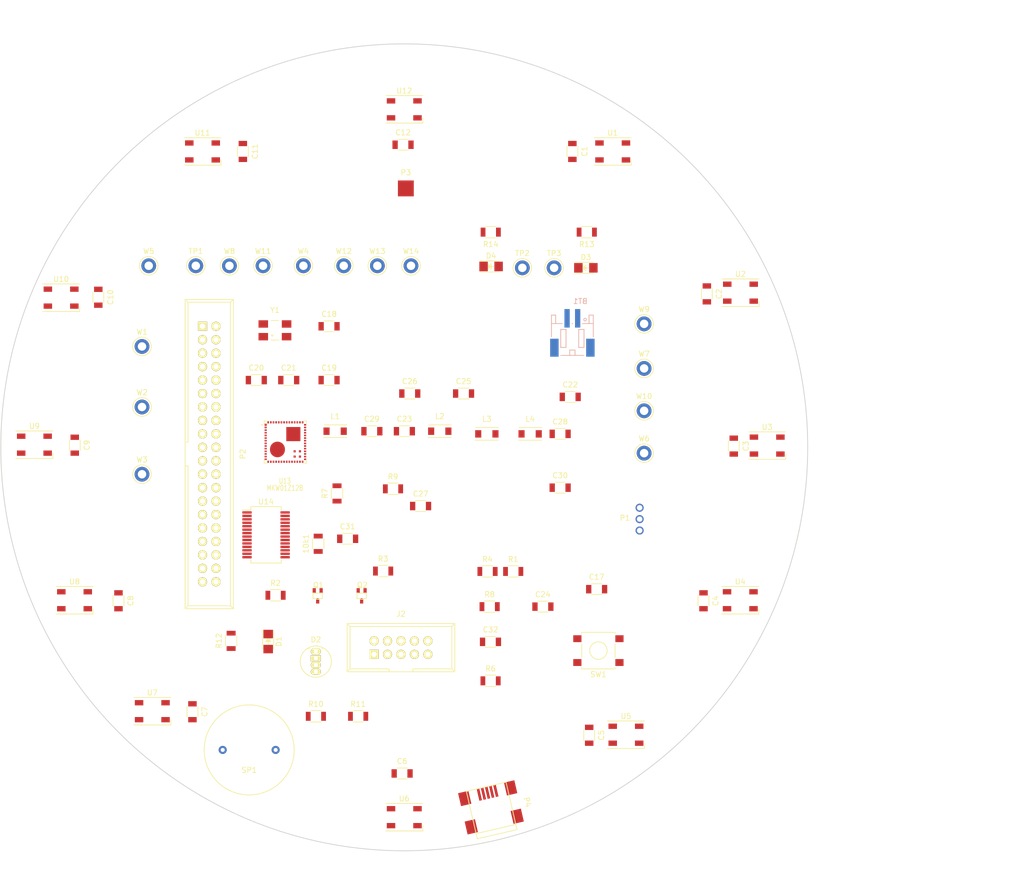
<source format=kicad_pcb>
(kicad_pcb (version 20160815) (host pcbnew "(2016-12-02 revision 54c5f6b)-master")

  (general
    (links 208)
    (no_connects 208)
    (area 18.974999 25.324999 171.525001 177.875001)
    (thickness 1.6)
    (drawings 8)
    (tracks 0)
    (zones 0)
    (modules 92)
    (nets 129)
  )

  (page A4)
  (layers
    (0 F.Cu signal)
    (31 B.Cu signal)
    (32 B.Adhes user)
    (33 F.Adhes user)
    (34 B.Paste user)
    (35 F.Paste user)
    (36 B.SilkS user)
    (37 F.SilkS user)
    (38 B.Mask user)
    (39 F.Mask user)
    (40 Dwgs.User user)
    (41 Cmts.User user)
    (42 Eco1.User user)
    (43 Eco2.User user)
    (44 Edge.Cuts user)
    (45 Margin user)
    (46 B.CrtYd user)
    (47 F.CrtYd user)
    (48 B.Fab user)
    (49 F.Fab user)
  )

  (setup
    (last_trace_width 0.25)
    (trace_clearance 0.2)
    (zone_clearance 0.508)
    (zone_45_only no)
    (trace_min 0.2)
    (segment_width 0.2)
    (edge_width 0.15)
    (via_size 0.8)
    (via_drill 0.4)
    (via_min_size 0.4)
    (via_min_drill 0.3)
    (uvia_size 0.3)
    (uvia_drill 0.1)
    (uvias_allowed no)
    (uvia_min_size 0.2)
    (uvia_min_drill 0.1)
    (pcb_text_width 0.3)
    (pcb_text_size 1.5 1.5)
    (mod_edge_width 0.15)
    (mod_text_size 1 1)
    (mod_text_width 0.15)
    (pad_size 4.064 4.064)
    (pad_drill 3.2)
    (pad_to_mask_clearance 0.2)
    (aux_axis_origin 0 0)
    (visible_elements FFFFFF7F)
    (pcbplotparams
      (layerselection 0x00030_ffffffff)
      (usegerberextensions false)
      (excludeedgelayer true)
      (linewidth 0.100000)
      (plotframeref false)
      (viasonmask false)
      (mode 1)
      (useauxorigin false)
      (hpglpennumber 1)
      (hpglpenspeed 20)
      (hpglpendiameter 15)
      (psnegative false)
      (psa4output false)
      (plotreference true)
      (plotvalue true)
      (plotinvisibletext false)
      (padsonsilk false)
      (subtractmaskfromsilk false)
      (outputformat 1)
      (mirror false)
      (drillshape 1)
      (scaleselection 1)
      (outputdirectory ""))
  )

  (net 0 "")
  (net 1 GND)
  (net 2 CLOCKOUT)
  (net 3 "Net-(L1-Pad1)")
  (net 4 "DISP_SDI(MOSI)")
  (net 5 RESET_TGTMCU)
  (net 6 "DISP_SDO(MISO)")
  (net 7 DISP_SCK)
  (net 8 DISP_CS)
  (net 9 PWM_SOUND)
  (net 10 UART0_CTS)
  (net 11 UART0_RTS)
  (net 12 PTB1)
  (net 13 PTB0)
  (net 14 DISP_DC)
  (net 15 UART_RX)
  (net 16 UART_TX)
  (net 17 DEBUG_SWD_DIO)
  (net 18 DEBUG_SWD_CLK)
  (net 19 RF_RESET)
  (net 20 TOUCH_CS)
  (net 21 LEDS_IN)
  (net 22 PTE16)
  (net 23 "Net-(Q2-Pad2)")
  (net 24 "Net-(Q2-Pad3)")
  (net 25 "Net-(Q1-Pad3)")
  (net 26 "Net-(Q1-Pad2)")
  (net 27 "Net-(10k1-Pad1)")
  (net 28 +5V)
  (net 29 "Net-(D3-Pad1)")
  (net 30 "Net-(D4-Pad1)")
  (net 31 "Net-(P1-Pad3)")
  (net 32 "Net-(U14-Pad2)")
  (net 33 "Net-(U11-Pad2)")
  (net 34 "Net-(U12-Pad2)")
  (net 35 "Net-(U10-Pad2)")
  (net 36 "Net-(U3-Pad2)")
  (net 37 "Net-(U4-Pad2)")
  (net 38 "Net-(U5-Pad2)")
  (net 39 "Net-(U6-Pad2)")
  (net 40 "Net-(U10-Pad4)")
  (net 41 "Net-(D2-Pad1)")
  (net 42 "Net-(D1-Pad1)")
  (net 43 "Net-(C18-Pad2)")
  (net 44 "Net-(U2-Pad2)")
  (net 45 +3V3)
  (net 46 "Net-(J2-Pad6)")
  (net 47 "Net-(J2-Pad7)")
  (net 48 "Net-(J2-Pad8)")
  (net 49 "Net-(J2-Pad9)")
  (net 50 "Net-(U13-Pad59)")
  (net 51 "Net-(U13-Pad57)")
  (net 52 "Net-(U13-Pad58)")
  (net 53 "Net-(U13-Pad60)")
  (net 54 "Net-(U13-Pad53)")
  (net 55 "Net-(U13-Pad52)")
  (net 56 "Net-(U13-Pad51)")
  (net 57 "Net-(U13-Pad50)")
  (net 58 "Net-(U13-Pad49)")
  (net 59 "Net-(R7-Pad2)")
  (net 60 "Net-(C19-Pad2)")
  (net 61 "Net-(C20-Pad2)")
  (net 62 "Net-(C21-Pad2)")
  (net 63 "Net-(U13-Pad43)")
  (net 64 "Net-(U13-Pad42)")
  (net 65 "Net-(U13-Pad41)")
  (net 66 "Net-(U13-Pad37)")
  (net 67 "Net-(U13-Pad31)")
  (net 68 "Net-(U13-Pad30)")
  (net 69 "Net-(U13-Pad26)")
  (net 70 "Net-(U13-Pad24)")
  (net 71 "Net-(U13-Pad23)")
  (net 72 "Net-(TP1-Pad1)")
  (net 73 "Net-(D2-Pad4)")
  (net 74 "Net-(D2-Pad3)")
  (net 75 "Net-(D3-Pad2)")
  (net 76 "Net-(D4-Pad2)")
  (net 77 "Net-(C28-Pad1)")
  (net 78 "Net-(U1-Pad2)")
  (net 79 "Net-(U7-Pad2)")
  (net 80 "Net-(U8-Pad2)")
  (net 81 "Net-(C23-Pad1)")
  (net 82 "Net-(C25-Pad1)")
  (net 83 "Net-(C24-Pad1)")
  (net 84 "Net-(C24-Pad2)")
  (net 85 "Net-(C23-Pad2)")
  (net 86 "Net-(U14-Pad4)")
  (net 87 "Net-(U14-Pad6)")
  (net 88 "Net-(U14-Pad8)")
  (net 89 "Net-(U14-Pad9)")
  (net 90 "Net-(U14-Pad10)")
  (net 91 "Net-(U14-Pad12)")
  (net 92 "Net-(U14-Pad13)")
  (net 93 "Net-(U14-Pad14)")
  (net 94 "Net-(P4-Pad3)")
  (net 95 "Net-(P4-Pad2)")
  (net 96 "Net-(U14-Pad24)")
  (net 97 "Net-(U14-Pad27)")
  (net 98 "Net-(U14-Pad28)")
  (net 99 VCC)
  (net 100 TILTSENS)
  (net 101 "Net-(P2-Pad3)")
  (net 102 "Net-(P2-Pad4)")
  (net 103 "Net-(P2-Pad5)")
  (net 104 "Net-(P2-Pad6)")
  (net 105 "Net-(P2-Pad7)")
  (net 106 "Net-(P2-Pad8)")
  (net 107 "Net-(P2-Pad9)")
  (net 108 "Net-(P2-Pad10)")
  (net 109 "Net-(P2-Pad11)")
  (net 110 "Net-(P2-Pad12)")
  (net 111 "Net-(P2-Pad13)")
  (net 112 "Net-(P2-Pad14)")
  (net 113 "Net-(P2-Pad15)")
  (net 114 "Net-(P2-Pad16)")
  (net 115 "Net-(P2-Pad17)")
  (net 116 "Net-(P2-Pad18)")
  (net 117 "Net-(P2-Pad19)")
  (net 118 "Net-(P2-Pad20)")
  (net 119 "Net-(P2-Pad21)")
  (net 120 "Net-(P2-Pad22)")
  (net 121 "Net-(P2-Pad26)")
  (net 122 "Net-(P2-Pad29)")
  (net 123 "Net-(P2-Pad31)")
  (net 124 "Net-(P2-Pad36)")
  (net 125 "Net-(P2-Pad37)")
  (net 126 "Net-(P2-Pad38)")
  (net 127 "Net-(P2-Pad39)")
  (net 128 "Net-(P2-Pad40)")

  (net_class Default "This is the default net class."
    (clearance 0.2)
    (trace_width 0.25)
    (via_dia 0.8)
    (via_drill 0.4)
    (uvia_dia 0.3)
    (uvia_drill 0.1)
    (diff_pair_gap 0.25)
    (diff_pair_width 0.2)
    (add_net +3V3)
    (add_net +5V)
    (add_net CLOCKOUT)
    (add_net DEBUG_SWD_CLK)
    (add_net DEBUG_SWD_DIO)
    (add_net DISP_CS)
    (add_net DISP_DC)
    (add_net DISP_SCK)
    (add_net "DISP_SDI(MOSI)")
    (add_net "DISP_SDO(MISO)")
    (add_net GND)
    (add_net LEDS_IN)
    (add_net "Net-(10k1-Pad1)")
    (add_net "Net-(C18-Pad2)")
    (add_net "Net-(C19-Pad2)")
    (add_net "Net-(C20-Pad2)")
    (add_net "Net-(C21-Pad2)")
    (add_net "Net-(C23-Pad1)")
    (add_net "Net-(C23-Pad2)")
    (add_net "Net-(C24-Pad1)")
    (add_net "Net-(C24-Pad2)")
    (add_net "Net-(C25-Pad1)")
    (add_net "Net-(C28-Pad1)")
    (add_net "Net-(D1-Pad1)")
    (add_net "Net-(D2-Pad1)")
    (add_net "Net-(D2-Pad3)")
    (add_net "Net-(D2-Pad4)")
    (add_net "Net-(D3-Pad1)")
    (add_net "Net-(D3-Pad2)")
    (add_net "Net-(D4-Pad1)")
    (add_net "Net-(D4-Pad2)")
    (add_net "Net-(J2-Pad6)")
    (add_net "Net-(J2-Pad7)")
    (add_net "Net-(J2-Pad8)")
    (add_net "Net-(J2-Pad9)")
    (add_net "Net-(L1-Pad1)")
    (add_net "Net-(P1-Pad3)")
    (add_net "Net-(P2-Pad10)")
    (add_net "Net-(P2-Pad11)")
    (add_net "Net-(P2-Pad12)")
    (add_net "Net-(P2-Pad13)")
    (add_net "Net-(P2-Pad14)")
    (add_net "Net-(P2-Pad15)")
    (add_net "Net-(P2-Pad16)")
    (add_net "Net-(P2-Pad17)")
    (add_net "Net-(P2-Pad18)")
    (add_net "Net-(P2-Pad19)")
    (add_net "Net-(P2-Pad20)")
    (add_net "Net-(P2-Pad21)")
    (add_net "Net-(P2-Pad22)")
    (add_net "Net-(P2-Pad26)")
    (add_net "Net-(P2-Pad29)")
    (add_net "Net-(P2-Pad3)")
    (add_net "Net-(P2-Pad31)")
    (add_net "Net-(P2-Pad36)")
    (add_net "Net-(P2-Pad37)")
    (add_net "Net-(P2-Pad38)")
    (add_net "Net-(P2-Pad39)")
    (add_net "Net-(P2-Pad4)")
    (add_net "Net-(P2-Pad40)")
    (add_net "Net-(P2-Pad5)")
    (add_net "Net-(P2-Pad6)")
    (add_net "Net-(P2-Pad7)")
    (add_net "Net-(P2-Pad8)")
    (add_net "Net-(P2-Pad9)")
    (add_net "Net-(P4-Pad2)")
    (add_net "Net-(P4-Pad3)")
    (add_net "Net-(Q1-Pad2)")
    (add_net "Net-(Q1-Pad3)")
    (add_net "Net-(Q2-Pad2)")
    (add_net "Net-(Q2-Pad3)")
    (add_net "Net-(R7-Pad2)")
    (add_net "Net-(TP1-Pad1)")
    (add_net "Net-(U1-Pad2)")
    (add_net "Net-(U10-Pad2)")
    (add_net "Net-(U10-Pad4)")
    (add_net "Net-(U11-Pad2)")
    (add_net "Net-(U12-Pad2)")
    (add_net "Net-(U13-Pad23)")
    (add_net "Net-(U13-Pad24)")
    (add_net "Net-(U13-Pad26)")
    (add_net "Net-(U13-Pad30)")
    (add_net "Net-(U13-Pad31)")
    (add_net "Net-(U13-Pad37)")
    (add_net "Net-(U13-Pad41)")
    (add_net "Net-(U13-Pad42)")
    (add_net "Net-(U13-Pad43)")
    (add_net "Net-(U13-Pad49)")
    (add_net "Net-(U13-Pad50)")
    (add_net "Net-(U13-Pad51)")
    (add_net "Net-(U13-Pad52)")
    (add_net "Net-(U13-Pad53)")
    (add_net "Net-(U13-Pad57)")
    (add_net "Net-(U13-Pad58)")
    (add_net "Net-(U13-Pad59)")
    (add_net "Net-(U13-Pad60)")
    (add_net "Net-(U14-Pad10)")
    (add_net "Net-(U14-Pad12)")
    (add_net "Net-(U14-Pad13)")
    (add_net "Net-(U14-Pad14)")
    (add_net "Net-(U14-Pad2)")
    (add_net "Net-(U14-Pad24)")
    (add_net "Net-(U14-Pad27)")
    (add_net "Net-(U14-Pad28)")
    (add_net "Net-(U14-Pad4)")
    (add_net "Net-(U14-Pad6)")
    (add_net "Net-(U14-Pad8)")
    (add_net "Net-(U14-Pad9)")
    (add_net "Net-(U2-Pad2)")
    (add_net "Net-(U3-Pad2)")
    (add_net "Net-(U4-Pad2)")
    (add_net "Net-(U5-Pad2)")
    (add_net "Net-(U6-Pad2)")
    (add_net "Net-(U7-Pad2)")
    (add_net "Net-(U8-Pad2)")
    (add_net PTB0)
    (add_net PTB1)
    (add_net PTE16)
    (add_net PWM_SOUND)
    (add_net RESET_TGTMCU)
    (add_net RF_RESET)
    (add_net TILTSENS)
    (add_net TOUCH_CS)
    (add_net UART0_CTS)
    (add_net UART0_RTS)
    (add_net UART_RX)
    (add_net UART_TX)
    (add_net VCC)
  )

  (module jna-parts:TM1000 (layer F.Cu) (tedit 584E3753) (tstamp 5866DA0B)
    (at 139.7 115.16 90)
    (path /584675B9)
    (fp_text reference P1 (at 0.225 -2.755 180) (layer F.SilkS)
      (effects (font (size 1 1) (thickness 0.15)))
    )
    (fp_text value TM1000 (at -4.22 -0.215 360) (layer F.Fab)
      (effects (font (size 1 1) (thickness 0.15)))
    )
    (pad 1 thru_hole circle (at -2.15 0 90) (size 1.524 1.524) (drill 1) (layers *.Cu *.Mask)
      (net 100 TILTSENS))
    (pad 2 thru_hole circle (at 0 0 90) (size 1.524 1.524) (drill 1) (layers *.Cu *.Mask)
      (net 99 VCC))
    (pad 3 thru_hole circle (at 2.15 0 90) (size 1.524 1.524) (drill 1) (layers *.Cu *.Mask)
      (net 31 "Net-(P1-Pad3)"))
  )

  (module jna-parts:TDK_PS1720PD2 (layer F.Cu) (tedit 584E2BFD) (tstamp 585D8740)
    (at 65.96 158.75)
    (path /58488852)
    (fp_text reference SP1 (at 0 3.81) (layer F.SilkS)
      (effects (font (size 1 1) (thickness 0.15)))
    )
    (fp_text value "TDK PS1720P02" (at 0.08 -3.81) (layer F.Fab)
      (effects (font (size 1 1) (thickness 0.15)))
    )
    (fp_circle (center 0 0) (end 0 -8.5) (layer F.SilkS) (width 0.15))
    (pad 1 thru_hole circle (at -5 0) (size 1.524 1.524) (drill 0.762) (layers *.Cu *.Mask)
      (net 99 VCC))
    (pad 2 thru_hole circle (at 5 0) (size 1.524 1.524) (drill 0.762) (layers *.Cu *.Mask)
      (net 25 "Net-(Q1-Pad3)"))
  )

  (module Connect:IDC_Header_Straight_40pins (layer F.Cu) (tedit 0) (tstamp 58500D0F)
    (at 57.15 78.74 270)
    (descr "40 pins through hole IDC header")
    (tags "IDC header socket VASCH")
    (path /584E9DFB)
    (fp_text reference P2 (at 24.13 -7.62 270) (layer F.SilkS)
      (effects (font (size 1 1) (thickness 0.15)))
    )
    (fp_text value CONN_02X20 (at 24.13 5.223 270) (layer F.Fab)
      (effects (font (size 1 1) (thickness 0.15)))
    )
    (fp_line (start -5.08 -5.82) (end 53.34 -5.82) (layer F.SilkS) (width 0.15))
    (fp_line (start -4.54 -5.27) (end 52.78 -5.27) (layer F.SilkS) (width 0.15))
    (fp_line (start -5.08 3.28) (end 53.34 3.28) (layer F.SilkS) (width 0.15))
    (fp_line (start -4.54 2.73) (end 21.88 2.73) (layer F.SilkS) (width 0.15))
    (fp_line (start 26.38 2.73) (end 52.78 2.73) (layer F.SilkS) (width 0.15))
    (fp_line (start 21.88 2.73) (end 21.88 3.28) (layer F.SilkS) (width 0.15))
    (fp_line (start 26.38 2.73) (end 26.38 3.28) (layer F.SilkS) (width 0.15))
    (fp_line (start -5.08 -5.82) (end -5.08 3.28) (layer F.SilkS) (width 0.15))
    (fp_line (start -4.54 -5.27) (end -4.54 2.73) (layer F.SilkS) (width 0.15))
    (fp_line (start 53.34 -5.82) (end 53.34 3.28) (layer F.SilkS) (width 0.15))
    (fp_line (start 52.78 -5.27) (end 52.78 2.73) (layer F.SilkS) (width 0.15))
    (fp_line (start -5.08 -5.82) (end -4.54 -5.27) (layer F.SilkS) (width 0.15))
    (fp_line (start 53.34 -5.82) (end 52.78 -5.27) (layer F.SilkS) (width 0.15))
    (fp_line (start -5.08 3.28) (end -4.54 2.73) (layer F.SilkS) (width 0.15))
    (fp_line (start 53.34 3.28) (end 52.78 2.73) (layer F.SilkS) (width 0.15))
    (fp_line (start -5.35 -6.05) (end 53.6 -6.05) (layer F.CrtYd) (width 0.05))
    (fp_line (start 53.6 -6.05) (end 53.6 3.55) (layer F.CrtYd) (width 0.05))
    (fp_line (start 53.6 3.55) (end -5.35 3.55) (layer F.CrtYd) (width 0.05))
    (fp_line (start -5.35 3.55) (end -5.35 -6.05) (layer F.CrtYd) (width 0.05))
    (pad 1 thru_hole rect (at 0 0 270) (size 1.7272 1.7272) (drill 1.016) (layers *.Cu *.Mask F.SilkS)
      (net 1 GND))
    (pad 2 thru_hole oval (at 0 -2.54 270) (size 1.7272 1.7272) (drill 1.016) (layers *.Cu *.Mask F.SilkS)
      (net 99 VCC))
    (pad 3 thru_hole oval (at 2.54 0 270) (size 1.7272 1.7272) (drill 1.016) (layers *.Cu *.Mask F.SilkS)
      (net 101 "Net-(P2-Pad3)"))
    (pad 4 thru_hole oval (at 2.54 -2.54 270) (size 1.7272 1.7272) (drill 1.016) (layers *.Cu *.Mask F.SilkS)
      (net 102 "Net-(P2-Pad4)"))
    (pad 5 thru_hole oval (at 5.08 0 270) (size 1.7272 1.7272) (drill 1.016) (layers *.Cu *.Mask F.SilkS)
      (net 103 "Net-(P2-Pad5)"))
    (pad 6 thru_hole oval (at 5.08 -2.54 270) (size 1.7272 1.7272) (drill 1.016) (layers *.Cu *.Mask F.SilkS)
      (net 104 "Net-(P2-Pad6)"))
    (pad 7 thru_hole oval (at 7.62 0 270) (size 1.7272 1.7272) (drill 1.016) (layers *.Cu *.Mask F.SilkS)
      (net 105 "Net-(P2-Pad7)"))
    (pad 8 thru_hole oval (at 7.62 -2.54 270) (size 1.7272 1.7272) (drill 1.016) (layers *.Cu *.Mask F.SilkS)
      (net 106 "Net-(P2-Pad8)"))
    (pad 9 thru_hole oval (at 10.16 0 270) (size 1.7272 1.7272) (drill 1.016) (layers *.Cu *.Mask F.SilkS)
      (net 107 "Net-(P2-Pad9)"))
    (pad 10 thru_hole oval (at 10.16 -2.54 270) (size 1.7272 1.7272) (drill 1.016) (layers *.Cu *.Mask F.SilkS)
      (net 108 "Net-(P2-Pad10)"))
    (pad 11 thru_hole oval (at 12.7 0 270) (size 1.7272 1.7272) (drill 1.016) (layers *.Cu *.Mask F.SilkS)
      (net 109 "Net-(P2-Pad11)"))
    (pad 12 thru_hole oval (at 12.7 -2.54 270) (size 1.7272 1.7272) (drill 1.016) (layers *.Cu *.Mask F.SilkS)
      (net 110 "Net-(P2-Pad12)"))
    (pad 13 thru_hole oval (at 15.24 0 270) (size 1.7272 1.7272) (drill 1.016) (layers *.Cu *.Mask F.SilkS)
      (net 111 "Net-(P2-Pad13)"))
    (pad 14 thru_hole oval (at 15.24 -2.54 270) (size 1.7272 1.7272) (drill 1.016) (layers *.Cu *.Mask F.SilkS)
      (net 112 "Net-(P2-Pad14)"))
    (pad 15 thru_hole oval (at 17.78 0 270) (size 1.7272 1.7272) (drill 1.016) (layers *.Cu *.Mask F.SilkS)
      (net 113 "Net-(P2-Pad15)"))
    (pad 16 thru_hole oval (at 17.78 -2.54 270) (size 1.7272 1.7272) (drill 1.016) (layers *.Cu *.Mask F.SilkS)
      (net 114 "Net-(P2-Pad16)"))
    (pad 17 thru_hole oval (at 20.32 0 270) (size 1.7272 1.7272) (drill 1.016) (layers *.Cu *.Mask F.SilkS)
      (net 115 "Net-(P2-Pad17)"))
    (pad 18 thru_hole oval (at 20.32 -2.54 270) (size 1.7272 1.7272) (drill 1.016) (layers *.Cu *.Mask F.SilkS)
      (net 116 "Net-(P2-Pad18)"))
    (pad 19 thru_hole oval (at 22.86 0 270) (size 1.7272 1.7272) (drill 1.016) (layers *.Cu *.Mask F.SilkS)
      (net 117 "Net-(P2-Pad19)"))
    (pad 20 thru_hole oval (at 22.86 -2.54 270) (size 1.7272 1.7272) (drill 1.016) (layers *.Cu *.Mask F.SilkS)
      (net 118 "Net-(P2-Pad20)"))
    (pad 21 thru_hole oval (at 25.4 0 270) (size 1.7272 1.7272) (drill 1.016) (layers *.Cu *.Mask F.SilkS)
      (net 119 "Net-(P2-Pad21)"))
    (pad 22 thru_hole oval (at 25.4 -2.54 270) (size 1.7272 1.7272) (drill 1.016) (layers *.Cu *.Mask F.SilkS)
      (net 120 "Net-(P2-Pad22)"))
    (pad 23 thru_hole oval (at 27.94 0 270) (size 1.7272 1.7272) (drill 1.016) (layers *.Cu *.Mask F.SilkS)
      (net 8 DISP_CS))
    (pad 24 thru_hole oval (at 27.94 -2.54 270) (size 1.7272 1.7272) (drill 1.016) (layers *.Cu *.Mask F.SilkS)
      (net 7 DISP_SCK))
    (pad 25 thru_hole oval (at 30.48 0 270) (size 1.7272 1.7272) (drill 1.016) (layers *.Cu *.Mask F.SilkS)
      (net 14 DISP_DC))
    (pad 26 thru_hole oval (at 30.48 -2.54 270) (size 1.7272 1.7272) (drill 1.016) (layers *.Cu *.Mask F.SilkS)
      (net 121 "Net-(P2-Pad26)"))
    (pad 27 thru_hole oval (at 33.02 0 270) (size 1.7272 1.7272) (drill 1.016) (layers *.Cu *.Mask F.SilkS)
      (net 4 "DISP_SDI(MOSI)"))
    (pad 28 thru_hole oval (at 33.02 -2.54 270) (size 1.7272 1.7272) (drill 1.016) (layers *.Cu *.Mask F.SilkS)
      (net 6 "DISP_SDO(MISO)"))
    (pad 29 thru_hole oval (at 35.56 0 270) (size 1.7272 1.7272) (drill 1.016) (layers *.Cu *.Mask F.SilkS)
      (net 122 "Net-(P2-Pad29)"))
    (pad 30 thru_hole oval (at 35.56 -2.54 270) (size 1.7272 1.7272) (drill 1.016) (layers *.Cu *.Mask F.SilkS)
      (net 20 TOUCH_CS))
    (pad 31 thru_hole oval (at 38.1 0 270) (size 1.7272 1.7272) (drill 1.016) (layers *.Cu *.Mask F.SilkS)
      (net 123 "Net-(P2-Pad31)"))
    (pad 32 thru_hole oval (at 38.1 -2.54 270) (size 1.7272 1.7272) (drill 1.016) (layers *.Cu *.Mask F.SilkS)
      (net 6 "DISP_SDO(MISO)"))
    (pad 33 thru_hole oval (at 40.64 0 270) (size 1.7272 1.7272) (drill 1.016) (layers *.Cu *.Mask F.SilkS)
      (net 7 DISP_SCK))
    (pad 34 thru_hole oval (at 40.64 -2.54 270) (size 1.7272 1.7272) (drill 1.016) (layers *.Cu *.Mask F.SilkS)
      (net 4 "DISP_SDI(MOSI)"))
    (pad 35 thru_hole oval (at 43.18 0 270) (size 1.7272 1.7272) (drill 1.016) (layers *.Cu *.Mask F.SilkS)
      (net 13 PTB0))
    (pad 36 thru_hole oval (at 43.18 -2.54 270) (size 1.7272 1.7272) (drill 1.016) (layers *.Cu *.Mask F.SilkS)
      (net 124 "Net-(P2-Pad36)"))
    (pad 37 thru_hole oval (at 45.72 0 270) (size 1.7272 1.7272) (drill 1.016) (layers *.Cu *.Mask F.SilkS)
      (net 125 "Net-(P2-Pad37)"))
    (pad 38 thru_hole oval (at 45.72 -2.54 270) (size 1.7272 1.7272) (drill 1.016) (layers *.Cu *.Mask F.SilkS)
      (net 126 "Net-(P2-Pad38)"))
    (pad 39 thru_hole oval (at 48.26 0 270) (size 1.7272 1.7272) (drill 1.016) (layers *.Cu *.Mask F.SilkS)
      (net 127 "Net-(P2-Pad39)"))
    (pad 40 thru_hole oval (at 48.26 -2.54 270) (size 1.7272 1.7272) (drill 1.016) (layers *.Cu *.Mask F.SilkS)
      (net 128 "Net-(P2-Pad40)"))
  )

  (module Connect:USB_Mini-B (layer F.Cu) (tedit 5543E571) (tstamp 584DEB9D)
    (at 111.76 170.18 103)
    (descr "USB Mini-B 5-pin SMD connector")
    (tags "USB USB_B USB_Mini connector")
    (path /5848D681)
    (attr smd)
    (fp_text reference P4 (at 0 6.90118 103) (layer F.SilkS)
      (effects (font (size 1 1) (thickness 0.15)))
    )
    (fp_text value USB_OTG (at 0 -7.0993 103) (layer F.Fab)
      (effects (font (size 1 1) (thickness 0.15)))
    )
    (fp_line (start -4.85 -5.7) (end 4.85 -5.7) (layer F.CrtYd) (width 0.05))
    (fp_line (start 4.85 -5.7) (end 4.85 5.7) (layer F.CrtYd) (width 0.05))
    (fp_line (start 4.85 5.7) (end -4.85 5.7) (layer F.CrtYd) (width 0.05))
    (fp_line (start -4.85 5.7) (end -4.85 -5.7) (layer F.CrtYd) (width 0.05))
    (fp_line (start -3.59918 -3.85064) (end -3.59918 3.850639) (layer F.SilkS) (width 0.15))
    (fp_line (start -4.59994 -3.85064) (end -4.59994 3.85064) (layer F.SilkS) (width 0.15))
    (fp_line (start -4.59994 3.85064) (end 4.59994 3.85064) (layer F.SilkS) (width 0.15))
    (fp_line (start 4.59994 3.85064) (end 4.59994 -3.85064) (layer F.SilkS) (width 0.15))
    (fp_line (start 4.59994 -3.85064) (end -4.59994 -3.85064) (layer F.SilkS) (width 0.15))
    (pad 1 smd rect (at 3.44932 -1.6002 103) (size 2.30124 0.50038) (layers F.Cu F.Paste F.Mask)
      (net 28 +5V))
    (pad 2 smd rect (at 3.44932 -0.8001 103) (size 2.30124 0.50038) (layers F.Cu F.Paste F.Mask)
      (net 95 "Net-(P4-Pad2)"))
    (pad 3 smd rect (at 3.44932 0 103) (size 2.30124 0.50038) (layers F.Cu F.Paste F.Mask)
      (net 94 "Net-(P4-Pad3)"))
    (pad 4 smd rect (at 3.44932 0.8001 103) (size 2.30124 0.50038) (layers F.Cu F.Paste F.Mask)
      (net 1 GND))
    (pad 5 smd rect (at 3.44932 1.6002 103) (size 2.30124 0.50038) (layers F.Cu F.Paste F.Mask)
      (net 1 GND))
    (pad 6 smd rect (at 3.35026 -4.45008 103) (size 2.49936 1.99898) (layers F.Cu F.Paste F.Mask)
      (net 1 GND))
    (pad 6 smd rect (at -2.148839 -4.45008 103) (size 2.49936 1.99898) (layers F.Cu F.Paste F.Mask)
      (net 1 GND))
    (pad 6 smd rect (at 3.35026 4.45008 103) (size 2.49936 1.99898) (layers F.Cu F.Paste F.Mask)
      (net 1 GND))
    (pad 6 smd rect (at -2.14884 4.45008 103) (size 2.49936 1.99898) (layers F.Cu F.Paste F.Mask)
      (net 1 GND))
    (pad "" np_thru_hole circle (at 0.8509 -2.19964 103) (size 0.89916 0.89916) (drill 0.89916) (layers *.Cu *.Mask F.SilkS))
    (pad "" np_thru_hole circle (at 0.8509 2.199641 103) (size 0.89916 0.89916) (drill 0.89916) (layers *.Cu *.Mask F.SilkS))
  )

  (module Housings_SSOP:SSOP-28_5.3x10.2mm_Pitch0.65mm (layer F.Cu) (tedit 54130A77) (tstamp 584DEAC1)
    (at 69.15 118.125)
    (descr "28-Lead Plastic Shrink Small Outline (SS)-5.30 mm Body [SSOP] (see Microchip Packaging Specification 00000049BS.pdf)")
    (tags "SSOP 0.65")
    (path /5848A6A4)
    (attr smd)
    (fp_text reference U14 (at 0 -6.25) (layer F.SilkS)
      (effects (font (size 1 1) (thickness 0.15)))
    )
    (fp_text value "FT232RL SSOP" (at 0 6.25) (layer F.Fab)
      (effects (font (size 1 1) (thickness 0.15)))
    )
    (fp_line (start -4.75 -5.5) (end -4.75 5.5) (layer F.CrtYd) (width 0.05))
    (fp_line (start 4.75 -5.5) (end 4.75 5.5) (layer F.CrtYd) (width 0.05))
    (fp_line (start -4.75 -5.5) (end 4.75 -5.5) (layer F.CrtYd) (width 0.05))
    (fp_line (start -4.75 5.5) (end 4.75 5.5) (layer F.CrtYd) (width 0.05))
    (fp_line (start -2.875 -5.325) (end -2.875 -4.675) (layer F.SilkS) (width 0.15))
    (fp_line (start 2.875 -5.325) (end 2.875 -4.675) (layer F.SilkS) (width 0.15))
    (fp_line (start 2.875 5.325) (end 2.875 4.675) (layer F.SilkS) (width 0.15))
    (fp_line (start -2.875 5.325) (end -2.875 4.675) (layer F.SilkS) (width 0.15))
    (fp_line (start -2.875 -5.325) (end 2.875 -5.325) (layer F.SilkS) (width 0.15))
    (fp_line (start -2.875 5.325) (end 2.875 5.325) (layer F.SilkS) (width 0.15))
    (fp_line (start -2.875 -4.675) (end -4.475 -4.675) (layer F.SilkS) (width 0.15))
    (pad 1 smd rect (at -3.6 -4.225) (size 1.75 0.45) (layers F.Cu F.Paste F.Mask)
      (net 15 UART_RX))
    (pad 2 smd rect (at -3.6 -3.575) (size 1.75 0.45) (layers F.Cu F.Paste F.Mask)
      (net 32 "Net-(U14-Pad2)"))
    (pad 3 smd rect (at -3.6 -2.925) (size 1.75 0.45) (layers F.Cu F.Paste F.Mask)
      (net 10 UART0_CTS))
    (pad 4 smd rect (at -3.6 -2.275) (size 1.75 0.45) (layers F.Cu F.Paste F.Mask)
      (net 86 "Net-(U14-Pad4)"))
    (pad 5 smd rect (at -3.6 -1.625) (size 1.75 0.45) (layers F.Cu F.Paste F.Mask)
      (net 16 UART_TX))
    (pad 6 smd rect (at -3.6 -0.975) (size 1.75 0.45) (layers F.Cu F.Paste F.Mask)
      (net 87 "Net-(U14-Pad6)"))
    (pad 7 smd rect (at -3.6 -0.325) (size 1.75 0.45) (layers F.Cu F.Paste F.Mask)
      (net 1 GND))
    (pad 8 smd rect (at -3.6 0.325) (size 1.75 0.45) (layers F.Cu F.Paste F.Mask)
      (net 88 "Net-(U14-Pad8)"))
    (pad 9 smd rect (at -3.6 0.975) (size 1.75 0.45) (layers F.Cu F.Paste F.Mask)
      (net 89 "Net-(U14-Pad9)"))
    (pad 10 smd rect (at -3.6 1.625) (size 1.75 0.45) (layers F.Cu F.Paste F.Mask)
      (net 90 "Net-(U14-Pad10)"))
    (pad 11 smd rect (at -3.6 2.275) (size 1.75 0.45) (layers F.Cu F.Paste F.Mask)
      (net 11 UART0_RTS))
    (pad 12 smd rect (at -3.6 2.925) (size 1.75 0.45) (layers F.Cu F.Paste F.Mask)
      (net 91 "Net-(U14-Pad12)"))
    (pad 13 smd rect (at -3.6 3.575) (size 1.75 0.45) (layers F.Cu F.Paste F.Mask)
      (net 92 "Net-(U14-Pad13)"))
    (pad 14 smd rect (at -3.6 4.225) (size 1.75 0.45) (layers F.Cu F.Paste F.Mask)
      (net 93 "Net-(U14-Pad14)"))
    (pad 15 smd rect (at 3.6 4.225) (size 1.75 0.45) (layers F.Cu F.Paste F.Mask)
      (net 94 "Net-(P4-Pad3)"))
    (pad 16 smd rect (at 3.6 3.575) (size 1.75 0.45) (layers F.Cu F.Paste F.Mask)
      (net 95 "Net-(P4-Pad2)"))
    (pad 17 smd rect (at 3.6 2.925) (size 1.75 0.45) (layers F.Cu F.Paste F.Mask)
      (net 45 +3V3))
    (pad 18 smd rect (at 3.6 2.275) (size 1.75 0.45) (layers F.Cu F.Paste F.Mask)
      (net 1 GND))
    (pad 19 smd rect (at 3.6 1.625) (size 1.75 0.45) (layers F.Cu F.Paste F.Mask)
      (net 27 "Net-(10k1-Pad1)"))
    (pad 20 smd rect (at 3.6 0.975) (size 1.75 0.45) (layers F.Cu F.Paste F.Mask)
      (net 28 +5V))
    (pad 21 smd rect (at 3.6 0.325) (size 1.75 0.45) (layers F.Cu F.Paste F.Mask)
      (net 1 GND))
    (pad 22 smd rect (at 3.6 -0.325) (size 1.75 0.45) (layers F.Cu F.Paste F.Mask)
      (net 30 "Net-(D4-Pad1)"))
    (pad 23 smd rect (at 3.6 -0.975) (size 1.75 0.45) (layers F.Cu F.Paste F.Mask)
      (net 29 "Net-(D3-Pad1)"))
    (pad 24 smd rect (at 3.6 -1.625) (size 1.75 0.45) (layers F.Cu F.Paste F.Mask)
      (net 96 "Net-(U14-Pad24)"))
    (pad 25 smd rect (at 3.6 -2.275) (size 1.75 0.45) (layers F.Cu F.Paste F.Mask)
      (net 1 GND))
    (pad 26 smd rect (at 3.6 -2.925) (size 1.75 0.45) (layers F.Cu F.Paste F.Mask)
      (net 1 GND))
    (pad 27 smd rect (at 3.6 -3.575) (size 1.75 0.45) (layers F.Cu F.Paste F.Mask)
      (net 97 "Net-(U14-Pad27)"))
    (pad 28 smd rect (at 3.6 -4.225) (size 1.75 0.45) (layers F.Cu F.Paste F.Mask)
      (net 98 "Net-(U14-Pad28)"))
    (model Housings_SSOP.3dshapes/SSOP-28_5.3x10.2mm_Pitch0.65mm.wrl
      (at (xyz 0 0 0))
      (scale (xyz 1 1 1))
      (rotate (xyz 0 0 0))
    )
  )

  (module LEDs:LED-RGB-5MM_Common_Cathode (layer F.Cu) (tedit 55A0859C) (tstamp 584DEA68)
    (at 78.55 140.16)
    (descr "5mm common cathode RGB LED")
    (tags "RGB LED 5mm Common Cathode")
    (path /584A12B7)
    (fp_text reference D2 (at 0 -2.25) (layer F.SilkS)
      (effects (font (size 1 1) (thickness 0.15)))
    )
    (fp_text value LED_RCBG (at 0 6.25) (layer F.Fab)
      (effects (font (size 1 1) (thickness 0.15)))
    )
    (fp_circle (center 0 1.905) (end 3.2 1.905) (layer F.CrtYd) (width 0.05))
    (fp_line (start -1.1 -0.595) (end -1.55 -0.595) (layer F.SilkS) (width 0.15))
    (fp_circle (center 0 1.905) (end 2.95 1.905) (layer F.SilkS) (width 0.15))
    (fp_line (start 1.1 -0.595) (end 1.55 -0.595) (layer F.SilkS) (width 0.15))
    (pad 1 thru_hole oval (at 0 0) (size 1.905 1.1176) (drill 0.762) (layers *.Cu *.Mask F.SilkS)
      (net 41 "Net-(D2-Pad1)"))
    (pad 2 thru_hole rect (at 0 1.27) (size 1.905 1.1176) (drill 0.762) (layers *.Cu *.Mask F.SilkS)
      (net 99 VCC))
    (pad 3 thru_hole oval (at 0 2.54) (size 1.905 1.1176) (drill 0.762) (layers *.Cu *.Mask F.SilkS)
      (net 74 "Net-(D2-Pad3)"))
    (pad 4 thru_hole oval (at 0 3.81) (size 1.905 1.1176) (drill 0.762) (layers *.Cu *.Mask F.SilkS)
      (net 73 "Net-(D2-Pad4)"))
  )

  (module LEDs:LED_1206 (layer F.Cu) (tedit 584E0CFD) (tstamp 584DE9FF)
    (at 129.55 67.7)
    (descr "LED 1206 smd package")
    (tags "LED1206 SMD")
    (path /584D5776)
    (attr smd)
    (fp_text reference D3 (at 0 -2) (layer F.SilkS)
      (effects (font (size 1 1) (thickness 0.15)))
    )
    (fp_text value RED (at 0 2) (layer F.Fab)
      (effects (font (size 1 1) (thickness 0.15)))
    )
    (fp_line (start -2.15 1.05) (end 1.45 1.05) (layer F.SilkS) (width 0.15))
    (fp_line (start -2.15 -1.05) (end 1.45 -1.05) (layer F.SilkS) (width 0.15))
    (fp_line (start -0.1 -0.3) (end -0.1 0.3) (layer F.SilkS) (width 0.15))
    (fp_line (start -0.1 0.3) (end -0.4 0) (layer F.SilkS) (width 0.15))
    (fp_line (start -0.4 0) (end -0.2 -0.2) (layer F.SilkS) (width 0.15))
    (fp_line (start -0.2 -0.2) (end -0.2 0.05) (layer F.SilkS) (width 0.15))
    (fp_line (start -0.2 0.05) (end -0.25 0) (layer F.SilkS) (width 0.15))
    (fp_line (start -0.5 -0.5) (end -0.5 0.5) (layer F.SilkS) (width 0.15))
    (fp_line (start 0 0) (end 0.5 0) (layer F.SilkS) (width 0.15))
    (fp_line (start -0.5 0) (end 0 -0.5) (layer F.SilkS) (width 0.15))
    (fp_line (start 0 -0.5) (end 0 0.5) (layer F.SilkS) (width 0.15))
    (fp_line (start 0 0.5) (end -0.5 0) (layer F.SilkS) (width 0.15))
    (fp_line (start 2.5 -1.25) (end -2.5 -1.25) (layer F.CrtYd) (width 0.05))
    (fp_line (start -2.5 -1.25) (end -2.5 1.25) (layer F.CrtYd) (width 0.05))
    (fp_line (start -2.5 1.25) (end 2.5 1.25) (layer F.CrtYd) (width 0.05))
    (fp_line (start 2.5 1.25) (end 2.5 -1.25) (layer F.CrtYd) (width 0.05))
    (pad 2 smd rect (at 1.41986 0 180) (size 1.59766 1.80086) (layers F.Cu F.Paste F.Mask)
      (net 75 "Net-(D3-Pad2)"))
    (pad 1 smd rect (at -1.41986 0 180) (size 1.59766 1.80086) (layers F.Cu F.Paste F.Mask)
      (net 29 "Net-(D3-Pad1)"))
    (model LEDs.3dshapes/LED_1206.wrl
      (at (xyz 0 0 0))
      (scale (xyz 1 1 1))
      (rotate (xyz 0 0 180))
    )
  )

  (module LEDs:LED_WS2812B-PLCC4 (layer F.Cu) (tedit 56C9C7F7) (tstamp 584DE881)
    (at 158.75 72.39)
    (descr http://www.world-semi.com/uploads/soft/150522/1-150522091P5.pdf)
    (tags "LED NeoPixel")
    (path /5802E72C)
    (attr smd)
    (fp_text reference U2 (at 0 -3.5) (layer F.SilkS)
      (effects (font (size 1 1) (thickness 0.15)))
    )
    (fp_text value WS2812B (at 0 4) (layer F.Fab)
      (effects (font (size 1 1) (thickness 0.15)))
    )
    (fp_circle (center 0 0) (end 0 -2) (layer Dwgs.User) (width 0.1))
    (fp_line (start 3.5 2.6) (end 3.5 1.6) (layer F.SilkS) (width 0.15))
    (fp_line (start -3.5 2.6) (end 3.5 2.6) (layer F.SilkS) (width 0.15))
    (fp_line (start -3.5 -2.6) (end 3.5 -2.6) (layer F.SilkS) (width 0.15))
    (fp_line (start 2.5 -2.5) (end -2.5 -2.5) (layer Dwgs.User) (width 0.1))
    (fp_line (start 2.5 2.5) (end 2.5 -2.5) (layer Dwgs.User) (width 0.1))
    (fp_line (start -2.5 2.5) (end 2.5 2.5) (layer Dwgs.User) (width 0.1))
    (fp_line (start -2.5 -2.5) (end -2.5 2.5) (layer Dwgs.User) (width 0.1))
    (fp_line (start 2.5 1.5) (end 1.5 2.5) (layer Dwgs.User) (width 0.1))
    (fp_line (start -3.75 -2.85) (end -3.75 2.85) (layer F.CrtYd) (width 0.05))
    (fp_line (start -3.75 2.85) (end 3.75 2.85) (layer F.CrtYd) (width 0.05))
    (fp_line (start 3.75 2.85) (end 3.75 -2.85) (layer F.CrtYd) (width 0.05))
    (fp_line (start 3.75 -2.85) (end -3.75 -2.85) (layer F.CrtYd) (width 0.05))
    (pad 1 smd rect (at -2.5 -1.6) (size 1.6 1) (layers F.Cu F.Paste F.Mask)
      (net 99 VCC))
    (pad 2 smd rect (at -2.5 1.6) (size 1.6 1) (layers F.Cu F.Paste F.Mask)
      (net 44 "Net-(U2-Pad2)"))
    (pad 4 smd rect (at 2.5 -1.6) (size 1.6 1) (layers F.Cu F.Paste F.Mask)
      (net 78 "Net-(U1-Pad2)"))
    (pad 3 smd rect (at 2.5 1.6) (size 1.6 1) (layers F.Cu F.Paste F.Mask)
      (net 1 GND))
    (model LEDs.3dshapes/LED_WS2812B-PLCC4.wrl
      (at (xyz 0 0 0.004))
      (scale (xyz 0.385 0.385 0.385))
      (rotate (xyz 0 0 180))
    )
  )

  (module LEDs:LED_WS2812B-PLCC4 (layer F.Cu) (tedit 56C9C7F7) (tstamp 584DE845)
    (at 134.62 45.72)
    (descr http://www.world-semi.com/uploads/soft/150522/1-150522091P5.pdf)
    (tags "LED NeoPixel")
    (path /5802E726)
    (attr smd)
    (fp_text reference U1 (at 0 -3.5) (layer F.SilkS)
      (effects (font (size 1 1) (thickness 0.15)))
    )
    (fp_text value WS2812B (at 0 4) (layer F.Fab)
      (effects (font (size 1 1) (thickness 0.15)))
    )
    (fp_line (start 3.75 -2.85) (end -3.75 -2.85) (layer F.CrtYd) (width 0.05))
    (fp_line (start 3.75 2.85) (end 3.75 -2.85) (layer F.CrtYd) (width 0.05))
    (fp_line (start -3.75 2.85) (end 3.75 2.85) (layer F.CrtYd) (width 0.05))
    (fp_line (start -3.75 -2.85) (end -3.75 2.85) (layer F.CrtYd) (width 0.05))
    (fp_line (start 2.5 1.5) (end 1.5 2.5) (layer Dwgs.User) (width 0.1))
    (fp_line (start -2.5 -2.5) (end -2.5 2.5) (layer Dwgs.User) (width 0.1))
    (fp_line (start -2.5 2.5) (end 2.5 2.5) (layer Dwgs.User) (width 0.1))
    (fp_line (start 2.5 2.5) (end 2.5 -2.5) (layer Dwgs.User) (width 0.1))
    (fp_line (start 2.5 -2.5) (end -2.5 -2.5) (layer Dwgs.User) (width 0.1))
    (fp_line (start -3.5 -2.6) (end 3.5 -2.6) (layer F.SilkS) (width 0.15))
    (fp_line (start -3.5 2.6) (end 3.5 2.6) (layer F.SilkS) (width 0.15))
    (fp_line (start 3.5 2.6) (end 3.5 1.6) (layer F.SilkS) (width 0.15))
    (fp_circle (center 0 0) (end 0 -2) (layer Dwgs.User) (width 0.1))
    (pad 3 smd rect (at 2.5 1.6) (size 1.6 1) (layers F.Cu F.Paste F.Mask)
      (net 1 GND))
    (pad 4 smd rect (at 2.5 -1.6) (size 1.6 1) (layers F.Cu F.Paste F.Mask)
      (net 24 "Net-(Q2-Pad3)"))
    (pad 2 smd rect (at -2.5 1.6) (size 1.6 1) (layers F.Cu F.Paste F.Mask)
      (net 78 "Net-(U1-Pad2)"))
    (pad 1 smd rect (at -2.5 -1.6) (size 1.6 1) (layers F.Cu F.Paste F.Mask)
      (net 99 VCC))
    (model LEDs.3dshapes/LED_WS2812B-PLCC4.wrl
      (at (xyz 0 0 0.004))
      (scale (xyz 0.385 0.385 0.385))
      (rotate (xyz 0 0 180))
    )
  )

  (module Measurement_Points:Measurement_Point_Square-SMD-Pad_Big (layer F.Cu) (tedit 56C35FC6) (tstamp 584DE7B5)
    (at 95.55 52.7)
    (descr "Mesurement Point, Square, SMD Pad,  3mm x 3mm,")
    (tags "Mesurement Point Square SMD Pad 3x3mm")
    (path /584AEFF8)
    (attr virtual)
    (fp_text reference P3 (at 0 -3) (layer F.SilkS)
      (effects (font (size 1 1) (thickness 0.15)))
    )
    (fp_text value "7488910092 ANT" (at 0 3) (layer F.Fab)
      (effects (font (size 1 1) (thickness 0.15)))
    )
    (fp_line (start -1.75 -1.75) (end 1.75 -1.75) (layer F.CrtYd) (width 0.05))
    (fp_line (start 1.75 -1.75) (end 1.75 1.75) (layer F.CrtYd) (width 0.05))
    (fp_line (start 1.75 1.75) (end -1.75 1.75) (layer F.CrtYd) (width 0.05))
    (fp_line (start -1.75 1.75) (end -1.75 -1.75) (layer F.CrtYd) (width 0.05))
    (pad 1 smd rect (at 0 0) (size 3 3) (layers F.Cu F.Mask)
      (net 77 "Net-(C28-Pad1)"))
  )

  (module Measurement_Points:Test_Point_Keystone_5005-5009_Compact (layer F.Cu) (tedit 56E5DE99) (tstamp 584DE774)
    (at 45.72 82.55)
    (descr "Keystone Miniature THM Test Point 5005-5009, http://www.keyelco.com/product-pdf.cfm?p=1314")
    (tags "Through Hole Mount Test Points")
    (path /58476365)
    (attr virtual)
    (fp_text reference W1 (at 0 -2.75) (layer F.SilkS)
      (effects (font (size 1 1) (thickness 0.15)))
    )
    (fp_text value SPI_CH1_MOSI (at 0 2.75) (layer F.Fab)
      (effects (font (size 1 1) (thickness 0.15)))
    )
    (fp_circle (center 0 0) (end 1.75 0) (layer F.SilkS) (width 0.15))
    (fp_circle (center 0 0) (end 1.6 0) (layer F.Fab) (width 0.15))
    (fp_line (start -1.25 0.4) (end -1.25 -0.4) (layer F.Fab) (width 0.15))
    (fp_line (start 1.25 0.4) (end -1.25 0.4) (layer F.Fab) (width 0.15))
    (fp_line (start 1.25 -0.4) (end 1.25 0.4) (layer F.Fab) (width 0.15))
    (fp_line (start -1.25 -0.4) (end 1.25 -0.4) (layer F.Fab) (width 0.15))
    (fp_circle (center 0 0) (end 2 0) (layer F.CrtYd) (width 0.05))
    (pad 1 thru_hole circle (at 0 0) (size 2.8 2.8) (drill 1.6) (layers *.Cu *.Mask)
      (net 4 "DISP_SDI(MOSI)"))
  )

  (module Measurement_Points:Test_Point_Keystone_5005-5009_Compact (layer F.Cu) (tedit 56E5DE99) (tstamp 584DE752)
    (at 45.72 106.68)
    (descr "Keystone Miniature THM Test Point 5005-5009, http://www.keyelco.com/product-pdf.cfm?p=1314")
    (tags "Through Hole Mount Test Points")
    (path /58476634)
    (attr virtual)
    (fp_text reference W3 (at 0 -2.75) (layer F.SilkS)
      (effects (font (size 1 1) (thickness 0.15)))
    )
    (fp_text value SPI_CH1_SCLK (at 0 2.75) (layer F.Fab)
      (effects (font (size 1 1) (thickness 0.15)))
    )
    (fp_circle (center 0 0) (end 2 0) (layer F.CrtYd) (width 0.05))
    (fp_line (start -1.25 -0.4) (end 1.25 -0.4) (layer F.Fab) (width 0.15))
    (fp_line (start 1.25 -0.4) (end 1.25 0.4) (layer F.Fab) (width 0.15))
    (fp_line (start 1.25 0.4) (end -1.25 0.4) (layer F.Fab) (width 0.15))
    (fp_line (start -1.25 0.4) (end -1.25 -0.4) (layer F.Fab) (width 0.15))
    (fp_circle (center 0 0) (end 1.6 0) (layer F.Fab) (width 0.15))
    (fp_circle (center 0 0) (end 1.75 0) (layer F.SilkS) (width 0.15))
    (pad 1 thru_hole circle (at 0 0) (size 2.8 2.8) (drill 1.6) (layers *.Cu *.Mask)
      (net 7 DISP_SCK))
  )

  (module Measurement_Points:Test_Point_Keystone_5005-5009_Compact (layer F.Cu) (tedit 56E5DE99) (tstamp 584DE6EE)
    (at 45.72 93.98)
    (descr "Keystone Miniature THM Test Point 5005-5009, http://www.keyelco.com/product-pdf.cfm?p=1314")
    (tags "Through Hole Mount Test Points")
    (path /58476475)
    (attr virtual)
    (fp_text reference W2 (at 0 -2.75) (layer F.SilkS)
      (effects (font (size 1 1) (thickness 0.15)))
    )
    (fp_text value SPI_CH1_MISO (at 0 2.75) (layer F.Fab)
      (effects (font (size 1 1) (thickness 0.15)))
    )
    (fp_circle (center 0 0) (end 2 0) (layer F.CrtYd) (width 0.05))
    (fp_line (start -1.25 -0.4) (end 1.25 -0.4) (layer F.Fab) (width 0.15))
    (fp_line (start 1.25 -0.4) (end 1.25 0.4) (layer F.Fab) (width 0.15))
    (fp_line (start 1.25 0.4) (end -1.25 0.4) (layer F.Fab) (width 0.15))
    (fp_line (start -1.25 0.4) (end -1.25 -0.4) (layer F.Fab) (width 0.15))
    (fp_circle (center 0 0) (end 1.6 0) (layer F.Fab) (width 0.15))
    (fp_circle (center 0 0) (end 1.75 0) (layer F.SilkS) (width 0.15))
    (pad 1 thru_hole circle (at 0 0) (size 2.8 2.8) (drill 1.6) (layers *.Cu *.Mask)
      (net 6 "DISP_SDO(MISO)"))
  )

  (module jna-parts:98ASA00302D (layer F.Cu) (tedit 0) (tstamp 584DE318)
    (at 72.800194 100.6)
    (descr 98ASA00302D)
    (path /5802DCCE)
    (fp_text reference U13 (at -0.1016 7.366) (layer F.SilkS)
      (effects (font (size 1.016 0.762) (thickness 0.127)))
    )
    (fp_text value MKW01Z128 (at -0.1016 8.6868) (layer F.SilkS)
      (effects (font (size 1.016 0.762) (thickness 0.127)))
    )
    (fp_arc (start -4.432046 -3.24993) (end -4.508246 -3.24993) (angle 0) (layer F.SilkS) (width 0.1524))
    (fp_line (start -4.0005 3.42646) (end -4.0005 4.0005) (layer F.SilkS) (width 0.1524))
    (fp_line (start -4.0005 4.0005) (end -3.42646 4.0005) (layer F.SilkS) (width 0.1524))
    (fp_line (start 4.0005 4.0005) (end 4.0005 3.42646) (layer F.SilkS) (width 0.1524))
    (fp_line (start 4.0005 -4.0005) (end 3.42646 -4.0005) (layer F.SilkS) (width 0.1524))
    (fp_line (start -4.0005 -4.0005) (end -4.0005 -3.47726) (layer F.SilkS) (width 0.1524))
    (fp_line (start -3.44551 -3.285236) (end -3.285236 -3.44551) (layer F.SilkS) (width 0.1524))
    (fp_line (start 3.42646 4.0005) (end 4.0005 4.0005) (layer F.SilkS) (width 0.1524))
    (fp_line (start 4.0005 -3.42646) (end 4.0005 -4.0005) (layer F.SilkS) (width 0.1524))
    (fp_line (start -3.42646 -4.0005) (end -4.0005 -4.0005) (layer F.SilkS) (width 0.1524))
    (pad 59 smd rect (at 1.749806 2.749804) (size 0.4064 0.4064) (layers F.Cu F.Paste F.Mask)
      (net 50 "Net-(U13-Pad59)") (solder_mask_margin 0.1016) (clearance 0.254))
    (pad 57 smd rect (at 1.749806 1.749806) (size 0.4064 0.4064) (layers F.Cu F.Paste F.Mask)
      (net 51 "Net-(U13-Pad57)") (solder_mask_margin 0.1016) (clearance 0.254))
    (pad 58 smd rect (at 2.749804 1.749806) (size 0.4064 0.4064) (layers F.Cu F.Paste F.Mask)
      (net 52 "Net-(U13-Pad58)") (solder_mask_margin 0.1016) (clearance 0.254))
    (pad 60 smd rect (at 2.749804 2.749804) (size 0.4064 0.4064) (layers F.Cu F.Paste F.Mask)
      (net 53 "Net-(U13-Pad60)") (solder_mask_margin 0.1016) (clearance 0.254))
    (pad 61 smd oval (at -1.49987 1.399794 270) (size 2.9464 2.8194) (layers F.Cu F.Paste F.Mask)
      (net 1 GND) (solder_mask_margin 0.1016) (clearance 0.254))
    (pad 62 smd rect (at 1.49987 -1.49987) (size 2.667 2.667) (layers F.Cu F.Paste F.Mask)
      (net 1 GND) (solder_mask_margin 0.1016) (clearance 0.254))
    (pad 56 smd rect (at -3.24993 -3.72491 270) (size 0.4064 0.3048) (layers F.Cu F.Paste F.Mask)
      (net 99 VCC) (solder_mask_margin 0.1016) (clearance 0.254))
    (pad 55 smd rect (at -2.749804 -3.72491 270) (size 0.4064 0.3048) (layers F.Cu F.Paste F.Mask)
      (net 99 VCC) (solder_mask_margin 0.1016) (clearance 0.254))
    (pad 54 smd rect (at -2.249932 -3.72491 270) (size 0.4064 0.3048) (layers F.Cu F.Paste F.Mask)
      (net 2 CLOCKOUT) (solder_mask_margin 0.1016) (clearance 0.254))
    (pad 53 smd rect (at -1.749806 -3.72491 270) (size 0.4064 0.3048) (layers F.Cu F.Paste F.Mask)
      (net 54 "Net-(U13-Pad53)") (solder_mask_margin 0.1016) (clearance 0.254))
    (pad 52 smd rect (at -1.249934 -3.72491 270) (size 0.4064 0.3048) (layers F.Cu F.Paste F.Mask)
      (net 55 "Net-(U13-Pad52)") (solder_mask_margin 0.1016) (clearance 0.254))
    (pad 51 smd rect (at -0.749808 -3.72491 270) (size 0.4064 0.3048) (layers F.Cu F.Paste F.Mask)
      (net 56 "Net-(U13-Pad51)") (solder_mask_margin 0.1016) (clearance 0.254))
    (pad 50 smd rect (at -0.249936 -3.72491 270) (size 0.4064 0.3048) (layers F.Cu F.Paste F.Mask)
      (net 57 "Net-(U13-Pad50)") (solder_mask_margin 0.1016) (clearance 0.254))
    (pad 49 smd rect (at 0.249936 -3.72491 270) (size 0.4064 0.3048) (layers F.Cu F.Paste F.Mask)
      (net 58 "Net-(U13-Pad49)") (solder_mask_margin 0.1016) (clearance 0.254))
    (pad 48 smd rect (at 0.749808 -3.72491 270) (size 0.4064 0.3048) (layers F.Cu F.Paste F.Mask)
      (net 59 "Net-(R7-Pad2)") (solder_mask_margin 0.1016) (clearance 0.254))
    (pad 47 smd rect (at 1.249934 -3.72491 270) (size 0.4064 0.3048) (layers F.Cu F.Paste F.Mask)
      (net 43 "Net-(C18-Pad2)") (solder_mask_margin 0.1016) (clearance 0.254))
    (pad 46 smd rect (at 1.749806 -3.72491 270) (size 0.4064 0.3048) (layers F.Cu F.Paste F.Mask)
      (net 60 "Net-(C19-Pad2)") (solder_mask_margin 0.1016) (clearance 0.254))
    (pad 45 smd rect (at 2.249932 -3.72491 270) (size 0.4064 0.3048) (layers F.Cu F.Paste F.Mask)
      (net 61 "Net-(C20-Pad2)") (solder_mask_margin 0.1016) (clearance 0.254))
    (pad 44 smd rect (at 2.749804 -3.72491 270) (size 0.4064 0.3048) (layers F.Cu F.Paste F.Mask)
      (net 62 "Net-(C21-Pad2)") (solder_mask_margin 0.1016) (clearance 0.254))
    (pad 43 smd rect (at 3.24993 -3.72491 270) (size 0.4064 0.3048) (layers F.Cu F.Paste F.Mask)
      (net 63 "Net-(U13-Pad43)") (solder_mask_margin 0.1016) (clearance 0.254))
    (pad 42 smd rect (at 3.72491 -3.24993) (size 0.4064 0.3048) (layers F.Cu F.Paste F.Mask)
      (net 64 "Net-(U13-Pad42)") (solder_mask_margin 0.1016) (clearance 0.254))
    (pad 41 smd rect (at 3.72491 -2.749804) (size 0.4064 0.3048) (layers F.Cu F.Paste F.Mask)
      (net 65 "Net-(U13-Pad41)") (solder_mask_margin 0.1016) (clearance 0.254))
    (pad 40 smd rect (at 3.72491 -2.249932) (size 0.4064 0.3048) (layers F.Cu F.Paste F.Mask)
      (net 1 GND) (solder_mask_margin 0.1016) (clearance 0.254))
    (pad 39 smd rect (at 3.72491 -1.749806) (size 0.4064 0.3048) (layers F.Cu F.Paste F.Mask)
      (net 3 "Net-(L1-Pad1)") (solder_mask_margin 0.1016) (clearance 0.254))
    (pad 38 smd rect (at 3.72491 -1.249934) (size 0.4064 0.3048) (layers F.Cu F.Paste F.Mask)
      (net 1 GND) (solder_mask_margin 0.1016) (clearance 0.254))
    (pad 37 smd rect (at 3.72491 -0.749808) (size 0.4064 0.3048) (layers F.Cu F.Paste F.Mask)
      (net 66 "Net-(U13-Pad37)") (solder_mask_margin 0.1016) (clearance 0.254))
    (pad 36 smd rect (at 3.72491 -0.249936) (size 0.4064 0.3048) (layers F.Cu F.Paste F.Mask)
      (net 1 GND) (solder_mask_margin 0.1016) (clearance 0.254))
    (pad 35 smd rect (at 3.72491 0.249936) (size 0.4064 0.3048) (layers F.Cu F.Paste F.Mask)
      (net 99 VCC) (solder_mask_margin 0.1016) (clearance 0.254))
    (pad 34 smd rect (at 3.72491 0.749808) (size 0.4064 0.3048) (layers F.Cu F.Paste F.Mask)
      (net 4 "DISP_SDI(MOSI)") (solder_mask_margin 0.1016) (clearance 0.254))
    (pad 33 smd rect (at 3.72491 1.249934) (size 0.4064 0.3048) (layers F.Cu F.Paste F.Mask)
      (net 5 RESET_TGTMCU) (solder_mask_margin 0.1016) (clearance 0.254))
    (pad 32 smd rect (at 3.72491 1.749806) (size 0.4064 0.3048) (layers F.Cu F.Paste F.Mask)
      (net 6 "DISP_SDO(MISO)") (solder_mask_margin 0.1016) (clearance 0.254))
    (pad 31 smd rect (at 3.72491 2.249932) (size 0.4064 0.3048) (layers F.Cu F.Paste F.Mask)
      (net 67 "Net-(U13-Pad31)") (solder_mask_margin 0.1016) (clearance 0.254))
    (pad 30 smd rect (at 3.72491 2.749804) (size 0.4064 0.3048) (layers F.Cu F.Paste F.Mask)
      (net 68 "Net-(U13-Pad30)") (solder_mask_margin 0.1016) (clearance 0.254))
    (pad 29 smd rect (at 3.72491 3.24993) (size 0.4064 0.3048) (layers F.Cu F.Paste F.Mask)
      (net 100 TILTSENS) (solder_mask_margin 0.1016) (clearance 0.254))
    (pad 28 smd rect (at 3.24993 3.72491 270) (size 0.4064 0.3048) (layers F.Cu F.Paste F.Mask)
      (net 7 DISP_SCK) (solder_mask_margin 0.1016) (clearance 0.254))
    (pad 27 smd rect (at 2.749804 3.72491 270) (size 0.4064 0.3048) (layers F.Cu F.Paste F.Mask)
      (net 8 DISP_CS) (solder_mask_margin 0.1016) (clearance 0.254))
    (pad 26 smd rect (at 2.249932 3.72491 270) (size 0.4064 0.3048) (layers F.Cu F.Paste F.Mask)
      (net 69 "Net-(U13-Pad26)") (solder_mask_margin 0.1016) (clearance 0.254))
    (pad 25 smd rect (at 1.749806 3.72491 270) (size 0.4064 0.3048) (layers F.Cu F.Paste F.Mask)
      (net 9 PWM_SOUND) (solder_mask_margin 0.1016) (clearance 0.254))
    (pad 24 smd rect (at 1.249934 3.72491 270) (size 0.4064 0.3048) (layers F.Cu F.Paste F.Mask)
      (net 70 "Net-(U13-Pad24)") (solder_mask_margin 0.1016) (clearance 0.254))
    (pad 23 smd rect (at 0.749808 3.72491 270) (size 0.4064 0.3048) (layers F.Cu F.Paste F.Mask)
      (net 71 "Net-(U13-Pad23)") (solder_mask_margin 0.1016) (clearance 0.254))
    (pad 22 smd rect (at 0.249936 3.72491 270) (size 0.4064 0.3048) (layers F.Cu F.Paste F.Mask)
      (net 10 UART0_CTS) (solder_mask_margin 0.1016) (clearance 0.254))
    (pad 21 smd rect (at -0.249936 3.72491 270) (size 0.4064 0.3048) (layers F.Cu F.Paste F.Mask)
      (net 11 UART0_RTS) (solder_mask_margin 0.1016) (clearance 0.254))
    (pad 20 smd rect (at -0.749808 3.72491 270) (size 0.4064 0.3048) (layers F.Cu F.Paste F.Mask)
      (net 1 GND) (solder_mask_margin 0.1016) (clearance 0.254))
    (pad 19 smd rect (at -1.249934 3.72491 270) (size 0.4064 0.3048) (layers F.Cu F.Paste F.Mask)
      (net 99 VCC) (solder_mask_margin 0.1016) (clearance 0.254))
    (pad 18 smd rect (at -1.749806 3.72491 270) (size 0.4064 0.3048) (layers F.Cu F.Paste F.Mask)
      (net 12 PTB1) (solder_mask_margin 0.1016) (clearance 0.254))
    (pad 17 smd rect (at -2.249932 3.72491 270) (size 0.4064 0.3048) (layers F.Cu F.Paste F.Mask)
      (net 13 PTB0) (solder_mask_margin 0.1016) (clearance 0.254))
    (pad 16 smd rect (at -2.749804 3.72491 270) (size 0.4064 0.3048) (layers F.Cu F.Paste F.Mask)
      (net 14 DISP_DC) (solder_mask_margin 0.1016) (clearance 0.254))
    (pad 15 smd rect (at -3.24993 3.72491 270) (size 0.4064 0.3048) (layers F.Cu F.Paste F.Mask)
      (net 2 CLOCKOUT) (solder_mask_margin 0.1016) (clearance 0.254))
    (pad 14 smd rect (at -3.72491 3.24993) (size 0.4064 0.3048) (layers F.Cu F.Paste F.Mask)
      (net 15 UART_RX) (solder_mask_margin 0.1016) (clearance 0.254))
    (pad 13 smd rect (at -3.72491 2.749804) (size 0.4064 0.3048) (layers F.Cu F.Paste F.Mask)
      (net 16 UART_TX) (solder_mask_margin 0.1016) (clearance 0.254))
    (pad 12 smd rect (at -3.72491 2.249932) (size 0.4064 0.3048) (layers F.Cu F.Paste F.Mask)
      (net 72 "Net-(TP1-Pad1)") (solder_mask_margin 0.1016) (clearance 0.254))
    (pad 11 smd rect (at -3.72491 1.749806) (size 0.4064 0.3048) (layers F.Cu F.Paste F.Mask)
      (net 17 DEBUG_SWD_DIO) (solder_mask_margin 0.1016) (clearance 0.254))
    (pad 10 smd rect (at -3.72491 1.249934) (size 0.4064 0.3048) (layers F.Cu F.Paste F.Mask)
      (net 18 DEBUG_SWD_CLK) (solder_mask_margin 0.1016) (clearance 0.254))
    (pad 9 smd rect (at -3.72491 0.749808) (size 0.4064 0.3048) (layers F.Cu F.Paste F.Mask)
      (net 19 RF_RESET) (solder_mask_margin 0.1016) (clearance 0.254))
    (pad 8 smd rect (at -3.72491 0.249936) (size 0.4064 0.3048) (layers F.Cu F.Paste F.Mask)
      (net 20 TOUCH_CS) (solder_mask_margin 0.1016) (clearance 0.254))
    (pad 7 smd rect (at -3.72491 -0.249936) (size 0.4064 0.3048) (layers F.Cu F.Paste F.Mask)
      (net 14 DISP_DC) (solder_mask_margin 0.1016) (clearance 0.254))
    (pad 6 smd rect (at -3.72491 -0.749808) (size 0.4064 0.3048) (layers F.Cu F.Paste F.Mask)
      (net 21 LEDS_IN) (solder_mask_margin 0.1016) (clearance 0.254))
    (pad 5 smd rect (at -3.72491 -1.249934) (size 0.4064 0.3048) (layers F.Cu F.Paste F.Mask)
      (net 22 PTE16) (solder_mask_margin 0.1016) (clearance 0.254))
    (pad 4 smd rect (at -3.72491 -1.749806) (size 0.4064 0.3048) (layers F.Cu F.Paste F.Mask)
      (net 1 GND) (solder_mask_margin 0.1016) (clearance 0.254))
    (pad 3 smd rect (at -3.72491 -2.249932) (size 0.4064 0.3048) (layers F.Cu F.Paste F.Mask)
      (net 1 GND) (solder_mask_margin 0.1016) (clearance 0.254))
    (pad 2 smd rect (at -3.72491 -2.749804) (size 0.4064 0.3048) (layers F.Cu F.Paste F.Mask)
      (net 1 GND) (solder_mask_margin 0.1016) (clearance 0.254))
    (pad 1 smd rect (at -3.72491 -3.24993) (size 0.4064 0.4064) (layers F.Cu F.Paste F.Mask)
      (net 99 VCC) (solder_mask_margin 0.1016) (clearance 0.254))
  )

  (module Buttons_Switches_SMD:SW_SPST_B3S-1000 (layer F.Cu) (tedit 56EDA1C6) (tstamp 584CDFC4)
    (at 131.915 139.99 180)
    (descr "Surface Mount Tactile Switch for High-Density Packaging")
    (tags "Tactile Switch")
    (path /58055EE5)
    (attr smd)
    (fp_text reference SW1 (at 0 -4.5 180) (layer F.SilkS)
      (effects (font (size 1 1) (thickness 0.15)))
    )
    (fp_text value SW_PUSH (at 0 4.5 180) (layer F.Fab)
      (effects (font (size 1 1) (thickness 0.15)))
    )
    (fp_line (start -5 3.7) (end 5 3.7) (layer F.CrtYd) (width 0.05))
    (fp_line (start 5 3.7) (end 5 -3.7) (layer F.CrtYd) (width 0.05))
    (fp_line (start 5 -3.7) (end -5 -3.7) (layer F.CrtYd) (width 0.05))
    (fp_line (start -5 -3.7) (end -5 3.7) (layer F.CrtYd) (width 0.05))
    (fp_line (start -3.15 -3.2) (end -3.15 -3.45) (layer F.SilkS) (width 0.15))
    (fp_line (start -3.15 -3.45) (end 3.15 -3.45) (layer F.SilkS) (width 0.15))
    (fp_line (start 3.15 -3.45) (end 3.15 -3.2) (layer F.SilkS) (width 0.15))
    (fp_line (start -3.15 1.3) (end -3.15 -1.3) (layer F.SilkS) (width 0.15))
    (fp_line (start 3.15 3.2) (end 3.15 3.45) (layer F.SilkS) (width 0.15))
    (fp_line (start 3.15 3.45) (end -3.15 3.45) (layer F.SilkS) (width 0.15))
    (fp_line (start -3.15 3.45) (end -3.15 3.2) (layer F.SilkS) (width 0.15))
    (fp_line (start 3.15 -1.3) (end 3.15 1.3) (layer F.SilkS) (width 0.15))
    (fp_circle (center 0 0) (end 1.65 0) (layer F.SilkS) (width 0.15))
    (fp_line (start -3 -3.3) (end 3 -3.3) (layer F.Fab) (width 0.15))
    (fp_line (start 3 -3.3) (end 3 3.3) (layer F.Fab) (width 0.15))
    (fp_line (start 3 3.3) (end -3 3.3) (layer F.Fab) (width 0.15))
    (fp_line (start -3 3.3) (end -3 -3.3) (layer F.Fab) (width 0.15))
    (pad 1 smd rect (at -3.975 -2.25 180) (size 1.55 1.3) (layers F.Cu F.Paste F.Mask)
      (net 1 GND))
    (pad 1 smd rect (at 3.975 -2.25 180) (size 1.55 1.3) (layers F.Cu F.Paste F.Mask)
      (net 1 GND))
    (pad 2 smd rect (at -3.975 2.25 180) (size 1.55 1.3) (layers F.Cu F.Paste F.Mask)
      (net 5 RESET_TGTMCU))
    (pad 2 smd rect (at 3.975 2.25 180) (size 1.55 1.3) (layers F.Cu F.Paste F.Mask)
      (net 5 RESET_TGTMCU))
  )

  (module Capacitors_SMD:C_1206 (layer F.Cu) (tedit 5415D7BD) (tstamp 584CDF95)
    (at 151.765 130.58 270)
    (descr "Capacitor SMD 1206, reflow soldering, AVX (see smccp.pdf)")
    (tags "capacitor 1206")
    (path /5803731C)
    (attr smd)
    (fp_text reference C4 (at 0 -2.3 270) (layer F.SilkS)
      (effects (font (size 1 1) (thickness 0.15)))
    )
    (fp_text value 100nF (at 0 2.3 270) (layer F.Fab)
      (effects (font (size 1 1) (thickness 0.15)))
    )
    (fp_line (start -1 1.025) (end 1 1.025) (layer F.SilkS) (width 0.15))
    (fp_line (start 1 -1.025) (end -1 -1.025) (layer F.SilkS) (width 0.15))
    (fp_line (start 2.3 -1.15) (end 2.3 1.15) (layer F.CrtYd) (width 0.05))
    (fp_line (start -2.3 -1.15) (end -2.3 1.15) (layer F.CrtYd) (width 0.05))
    (fp_line (start -2.3 1.15) (end 2.3 1.15) (layer F.CrtYd) (width 0.05))
    (fp_line (start -2.3 -1.15) (end 2.3 -1.15) (layer F.CrtYd) (width 0.05))
    (pad 2 smd rect (at 1.5 0 270) (size 1 1.6) (layers F.Cu F.Paste F.Mask)
      (net 1 GND))
    (pad 1 smd rect (at -1.5 0 270) (size 1 1.6) (layers F.Cu F.Paste F.Mask)
      (net 99 VCC))
    (model Capacitors_SMD.3dshapes/C_1206.wrl
      (at (xyz 0 0 0))
      (scale (xyz 1 1 1))
      (rotate (xyz 0 0 0))
    )
  )

  (module Capacitors_SMD:C_1206 (layer F.Cu) (tedit 5415D7BD) (tstamp 584CDF73)
    (at 130.175 155.98 270)
    (descr "Capacitor SMD 1206, reflow soldering, AVX (see smccp.pdf)")
    (tags "capacitor 1206")
    (path /5803738E)
    (attr smd)
    (fp_text reference C5 (at 0 -2.3 270) (layer F.SilkS)
      (effects (font (size 1 1) (thickness 0.15)))
    )
    (fp_text value 100nF (at 0 2.3 270) (layer F.Fab)
      (effects (font (size 1 1) (thickness 0.15)))
    )
    (fp_line (start -2.3 -1.15) (end 2.3 -1.15) (layer F.CrtYd) (width 0.05))
    (fp_line (start -2.3 1.15) (end 2.3 1.15) (layer F.CrtYd) (width 0.05))
    (fp_line (start -2.3 -1.15) (end -2.3 1.15) (layer F.CrtYd) (width 0.05))
    (fp_line (start 2.3 -1.15) (end 2.3 1.15) (layer F.CrtYd) (width 0.05))
    (fp_line (start 1 -1.025) (end -1 -1.025) (layer F.SilkS) (width 0.15))
    (fp_line (start -1 1.025) (end 1 1.025) (layer F.SilkS) (width 0.15))
    (pad 1 smd rect (at -1.5 0 270) (size 1 1.6) (layers F.Cu F.Paste F.Mask)
      (net 99 VCC))
    (pad 2 smd rect (at 1.5 0 270) (size 1 1.6) (layers F.Cu F.Paste F.Mask)
      (net 1 GND))
    (model Capacitors_SMD.3dshapes/C_1206.wrl
      (at (xyz 0 0 0))
      (scale (xyz 1 1 1))
      (rotate (xyz 0 0 0))
    )
  )

  (module Capacitors_SMD:C_1206 (layer F.Cu) (tedit 5415D7BD) (tstamp 584CDF51)
    (at 94.845 163.195)
    (descr "Capacitor SMD 1206, reflow soldering, AVX (see smccp.pdf)")
    (tags "capacitor 1206")
    (path /580373DF)
    (attr smd)
    (fp_text reference C6 (at 0 -2.3) (layer F.SilkS)
      (effects (font (size 1 1) (thickness 0.15)))
    )
    (fp_text value 100nF (at 0 2.3) (layer F.Fab)
      (effects (font (size 1 1) (thickness 0.15)))
    )
    (fp_line (start -1 1.025) (end 1 1.025) (layer F.SilkS) (width 0.15))
    (fp_line (start 1 -1.025) (end -1 -1.025) (layer F.SilkS) (width 0.15))
    (fp_line (start 2.3 -1.15) (end 2.3 1.15) (layer F.CrtYd) (width 0.05))
    (fp_line (start -2.3 -1.15) (end -2.3 1.15) (layer F.CrtYd) (width 0.05))
    (fp_line (start -2.3 1.15) (end 2.3 1.15) (layer F.CrtYd) (width 0.05))
    (fp_line (start -2.3 -1.15) (end 2.3 -1.15) (layer F.CrtYd) (width 0.05))
    (pad 2 smd rect (at 1.5 0) (size 1 1.6) (layers F.Cu F.Paste F.Mask)
      (net 1 GND))
    (pad 1 smd rect (at -1.5 0) (size 1 1.6) (layers F.Cu F.Paste F.Mask)
      (net 99 VCC))
    (model Capacitors_SMD.3dshapes/C_1206.wrl
      (at (xyz 0 0 0))
      (scale (xyz 1 1 1))
      (rotate (xyz 0 0 0))
    )
  )

  (module Capacitors_SMD:C_1206 (layer F.Cu) (tedit 5415D7BD) (tstamp 584CDF2F)
    (at 55.245 151.535 270)
    (descr "Capacitor SMD 1206, reflow soldering, AVX (see smccp.pdf)")
    (tags "capacitor 1206")
    (path /5803745B)
    (attr smd)
    (fp_text reference C7 (at 0 -2.3 270) (layer F.SilkS)
      (effects (font (size 1 1) (thickness 0.15)))
    )
    (fp_text value 100nF (at 0 2.3 270) (layer F.Fab)
      (effects (font (size 1 1) (thickness 0.15)))
    )
    (fp_line (start -2.3 -1.15) (end 2.3 -1.15) (layer F.CrtYd) (width 0.05))
    (fp_line (start -2.3 1.15) (end 2.3 1.15) (layer F.CrtYd) (width 0.05))
    (fp_line (start -2.3 -1.15) (end -2.3 1.15) (layer F.CrtYd) (width 0.05))
    (fp_line (start 2.3 -1.15) (end 2.3 1.15) (layer F.CrtYd) (width 0.05))
    (fp_line (start 1 -1.025) (end -1 -1.025) (layer F.SilkS) (width 0.15))
    (fp_line (start -1 1.025) (end 1 1.025) (layer F.SilkS) (width 0.15))
    (pad 1 smd rect (at -1.5 0 270) (size 1 1.6) (layers F.Cu F.Paste F.Mask)
      (net 99 VCC))
    (pad 2 smd rect (at 1.5 0 270) (size 1 1.6) (layers F.Cu F.Paste F.Mask)
      (net 1 GND))
    (model Capacitors_SMD.3dshapes/C_1206.wrl
      (at (xyz 0 0 0))
      (scale (xyz 1 1 1))
      (rotate (xyz 0 0 0))
    )
  )

  (module Capacitors_SMD:C_1206 (layer F.Cu) (tedit 5415D7BD) (tstamp 584CDF0D)
    (at 41.275 130.58 270)
    (descr "Capacitor SMD 1206, reflow soldering, AVX (see smccp.pdf)")
    (tags "capacitor 1206")
    (path /580374DE)
    (attr smd)
    (fp_text reference C8 (at 0 -2.3 270) (layer F.SilkS)
      (effects (font (size 1 1) (thickness 0.15)))
    )
    (fp_text value 100nF (at 0 2.3 270) (layer F.Fab)
      (effects (font (size 1 1) (thickness 0.15)))
    )
    (fp_line (start -1 1.025) (end 1 1.025) (layer F.SilkS) (width 0.15))
    (fp_line (start 1 -1.025) (end -1 -1.025) (layer F.SilkS) (width 0.15))
    (fp_line (start 2.3 -1.15) (end 2.3 1.15) (layer F.CrtYd) (width 0.05))
    (fp_line (start -2.3 -1.15) (end -2.3 1.15) (layer F.CrtYd) (width 0.05))
    (fp_line (start -2.3 1.15) (end 2.3 1.15) (layer F.CrtYd) (width 0.05))
    (fp_line (start -2.3 -1.15) (end 2.3 -1.15) (layer F.CrtYd) (width 0.05))
    (pad 2 smd rect (at 1.5 0 270) (size 1 1.6) (layers F.Cu F.Paste F.Mask)
      (net 1 GND))
    (pad 1 smd rect (at -1.5 0 270) (size 1 1.6) (layers F.Cu F.Paste F.Mask)
      (net 99 VCC))
    (model Capacitors_SMD.3dshapes/C_1206.wrl
      (at (xyz 0 0 0))
      (scale (xyz 1 1 1))
      (rotate (xyz 0 0 0))
    )
  )

  (module Capacitors_SMD:C_1206 (layer F.Cu) (tedit 5415D7BD) (tstamp 584CDEEB)
    (at 33.02 101.195 270)
    (descr "Capacitor SMD 1206, reflow soldering, AVX (see smccp.pdf)")
    (tags "capacitor 1206")
    (path /580376BF)
    (attr smd)
    (fp_text reference C9 (at 0 -2.3 270) (layer F.SilkS)
      (effects (font (size 1 1) (thickness 0.15)))
    )
    (fp_text value 100nF (at 0 2.3 270) (layer F.Fab)
      (effects (font (size 1 1) (thickness 0.15)))
    )
    (fp_line (start -2.3 -1.15) (end 2.3 -1.15) (layer F.CrtYd) (width 0.05))
    (fp_line (start -2.3 1.15) (end 2.3 1.15) (layer F.CrtYd) (width 0.05))
    (fp_line (start -2.3 -1.15) (end -2.3 1.15) (layer F.CrtYd) (width 0.05))
    (fp_line (start 2.3 -1.15) (end 2.3 1.15) (layer F.CrtYd) (width 0.05))
    (fp_line (start 1 -1.025) (end -1 -1.025) (layer F.SilkS) (width 0.15))
    (fp_line (start -1 1.025) (end 1 1.025) (layer F.SilkS) (width 0.15))
    (pad 1 smd rect (at -1.5 0 270) (size 1 1.6) (layers F.Cu F.Paste F.Mask)
      (net 99 VCC))
    (pad 2 smd rect (at 1.5 0 270) (size 1 1.6) (layers F.Cu F.Paste F.Mask)
      (net 1 GND))
    (model Capacitors_SMD.3dshapes/C_1206.wrl
      (at (xyz 0 0 0))
      (scale (xyz 1 1 1))
      (rotate (xyz 0 0 0))
    )
  )

  (module Capacitors_SMD:C_1206 (layer F.Cu) (tedit 5415D7BD) (tstamp 584CDEC9)
    (at 37.465 73.255 270)
    (descr "Capacitor SMD 1206, reflow soldering, AVX (see smccp.pdf)")
    (tags "capacitor 1206")
    (path /58037719)
    (attr smd)
    (fp_text reference C10 (at 0 -2.3 270) (layer F.SilkS)
      (effects (font (size 1 1) (thickness 0.15)))
    )
    (fp_text value 100nF (at 0 2.3 270) (layer F.Fab)
      (effects (font (size 1 1) (thickness 0.15)))
    )
    (fp_line (start -1 1.025) (end 1 1.025) (layer F.SilkS) (width 0.15))
    (fp_line (start 1 -1.025) (end -1 -1.025) (layer F.SilkS) (width 0.15))
    (fp_line (start 2.3 -1.15) (end 2.3 1.15) (layer F.CrtYd) (width 0.05))
    (fp_line (start -2.3 -1.15) (end -2.3 1.15) (layer F.CrtYd) (width 0.05))
    (fp_line (start -2.3 1.15) (end 2.3 1.15) (layer F.CrtYd) (width 0.05))
    (fp_line (start -2.3 -1.15) (end 2.3 -1.15) (layer F.CrtYd) (width 0.05))
    (pad 2 smd rect (at 1.5 0 270) (size 1 1.6) (layers F.Cu F.Paste F.Mask)
      (net 1 GND))
    (pad 1 smd rect (at -1.5 0 270) (size 1 1.6) (layers F.Cu F.Paste F.Mask)
      (net 99 VCC))
    (model Capacitors_SMD.3dshapes/C_1206.wrl
      (at (xyz 0 0 0))
      (scale (xyz 1 1 1))
      (rotate (xyz 0 0 0))
    )
  )

  (module Capacitors_SMD:C_1206 (layer F.Cu) (tedit 5415D7BD) (tstamp 584CDEA7)
    (at 64.77 45.72 270)
    (descr "Capacitor SMD 1206, reflow soldering, AVX (see smccp.pdf)")
    (tags "capacitor 1206")
    (path /58037777)
    (attr smd)
    (fp_text reference C11 (at 0 -2.3 270) (layer F.SilkS)
      (effects (font (size 1 1) (thickness 0.15)))
    )
    (fp_text value 100nF (at 0 2.3 270) (layer F.Fab)
      (effects (font (size 1 1) (thickness 0.15)))
    )
    (fp_line (start -2.3 -1.15) (end 2.3 -1.15) (layer F.CrtYd) (width 0.05))
    (fp_line (start -2.3 1.15) (end 2.3 1.15) (layer F.CrtYd) (width 0.05))
    (fp_line (start -2.3 -1.15) (end -2.3 1.15) (layer F.CrtYd) (width 0.05))
    (fp_line (start 2.3 -1.15) (end 2.3 1.15) (layer F.CrtYd) (width 0.05))
    (fp_line (start 1 -1.025) (end -1 -1.025) (layer F.SilkS) (width 0.15))
    (fp_line (start -1 1.025) (end 1 1.025) (layer F.SilkS) (width 0.15))
    (pad 1 smd rect (at -1.5 0 270) (size 1 1.6) (layers F.Cu F.Paste F.Mask)
      (net 99 VCC))
    (pad 2 smd rect (at 1.5 0 270) (size 1 1.6) (layers F.Cu F.Paste F.Mask)
      (net 1 GND))
    (model Capacitors_SMD.3dshapes/C_1206.wrl
      (at (xyz 0 0 0))
      (scale (xyz 1 1 1))
      (rotate (xyz 0 0 0))
    )
  )

  (module Capacitors_SMD:C_1206 (layer F.Cu) (tedit 5415D7BD) (tstamp 584CDE85)
    (at 95.02 44.45)
    (descr "Capacitor SMD 1206, reflow soldering, AVX (see smccp.pdf)")
    (tags "capacitor 1206")
    (path /580377D9)
    (attr smd)
    (fp_text reference C12 (at 0 -2.3) (layer F.SilkS)
      (effects (font (size 1 1) (thickness 0.15)))
    )
    (fp_text value 100nF (at 0 2.3) (layer F.Fab)
      (effects (font (size 1 1) (thickness 0.15)))
    )
    (fp_line (start -1 1.025) (end 1 1.025) (layer F.SilkS) (width 0.15))
    (fp_line (start 1 -1.025) (end -1 -1.025) (layer F.SilkS) (width 0.15))
    (fp_line (start 2.3 -1.15) (end 2.3 1.15) (layer F.CrtYd) (width 0.05))
    (fp_line (start -2.3 -1.15) (end -2.3 1.15) (layer F.CrtYd) (width 0.05))
    (fp_line (start -2.3 1.15) (end 2.3 1.15) (layer F.CrtYd) (width 0.05))
    (fp_line (start -2.3 -1.15) (end 2.3 -1.15) (layer F.CrtYd) (width 0.05))
    (pad 2 smd rect (at 1.5 0) (size 1 1.6) (layers F.Cu F.Paste F.Mask)
      (net 1 GND))
    (pad 1 smd rect (at -1.5 0) (size 1 1.6) (layers F.Cu F.Paste F.Mask)
      (net 99 VCC))
    (model Capacitors_SMD.3dshapes/C_1206.wrl
      (at (xyz 0 0 0))
      (scale (xyz 1 1 1))
      (rotate (xyz 0 0 0))
    )
  )

  (module Capacitors_SMD:C_1206 (layer F.Cu) (tedit 5415D7BD) (tstamp 584CDDDB)
    (at 131.585001 128.3875)
    (descr "Capacitor SMD 1206, reflow soldering, AVX (see smccp.pdf)")
    (tags "capacitor 1206")
    (path /5847CAA5)
    (attr smd)
    (fp_text reference C17 (at 0 -2.3) (layer F.SilkS)
      (effects (font (size 1 1) (thickness 0.15)))
    )
    (fp_text value 0.1uF (at 0 2.3) (layer F.Fab)
      (effects (font (size 1 1) (thickness 0.15)))
    )
    (fp_line (start -2.3 -1.15) (end 2.3 -1.15) (layer F.CrtYd) (width 0.05))
    (fp_line (start -2.3 1.15) (end 2.3 1.15) (layer F.CrtYd) (width 0.05))
    (fp_line (start -2.3 -1.15) (end -2.3 1.15) (layer F.CrtYd) (width 0.05))
    (fp_line (start 2.3 -1.15) (end 2.3 1.15) (layer F.CrtYd) (width 0.05))
    (fp_line (start 1 -1.025) (end -1 -1.025) (layer F.SilkS) (width 0.15))
    (fp_line (start -1 1.025) (end 1 1.025) (layer F.SilkS) (width 0.15))
    (pad 1 smd rect (at -1.5 0) (size 1 1.6) (layers F.Cu F.Paste F.Mask)
      (net 21 LEDS_IN))
    (pad 2 smd rect (at 1.5 0) (size 1 1.6) (layers F.Cu F.Paste F.Mask)
      (net 1 GND))
    (model Capacitors_SMD.3dshapes/C_1206.wrl
      (at (xyz 0 0 0))
      (scale (xyz 1 1 1))
      (rotate (xyz 0 0 0))
    )
  )

  (module Capacitors_SMD:C_1206 (layer F.Cu) (tedit 5415D7BD) (tstamp 584CDDB9)
    (at 81.05 78.74)
    (descr "Capacitor SMD 1206, reflow soldering, AVX (see smccp.pdf)")
    (tags "capacitor 1206")
    (path /5848638F)
    (attr smd)
    (fp_text reference C18 (at 0 -2.3) (layer F.SilkS)
      (effects (font (size 1 1) (thickness 0.15)))
    )
    (fp_text value 11pF (at 0 2.3) (layer F.Fab)
      (effects (font (size 1 1) (thickness 0.15)))
    )
    (fp_line (start -1 1.025) (end 1 1.025) (layer F.SilkS) (width 0.15))
    (fp_line (start 1 -1.025) (end -1 -1.025) (layer F.SilkS) (width 0.15))
    (fp_line (start 2.3 -1.15) (end 2.3 1.15) (layer F.CrtYd) (width 0.05))
    (fp_line (start -2.3 -1.15) (end -2.3 1.15) (layer F.CrtYd) (width 0.05))
    (fp_line (start -2.3 1.15) (end 2.3 1.15) (layer F.CrtYd) (width 0.05))
    (fp_line (start -2.3 -1.15) (end 2.3 -1.15) (layer F.CrtYd) (width 0.05))
    (pad 2 smd rect (at 1.5 0) (size 1 1.6) (layers F.Cu F.Paste F.Mask)
      (net 43 "Net-(C18-Pad2)"))
    (pad 1 smd rect (at -1.5 0) (size 1 1.6) (layers F.Cu F.Paste F.Mask)
      (net 1 GND))
    (model Capacitors_SMD.3dshapes/C_1206.wrl
      (at (xyz 0 0 0))
      (scale (xyz 1 1 1))
      (rotate (xyz 0 0 0))
    )
  )

  (module Capacitors_SMD:C_1206 (layer F.Cu) (tedit 5415D7BD) (tstamp 584CDD97)
    (at 81.05 88.9)
    (descr "Capacitor SMD 1206, reflow soldering, AVX (see smccp.pdf)")
    (tags "capacitor 1206")
    (path /5848693B)
    (attr smd)
    (fp_text reference C19 (at 0 -2.3) (layer F.SilkS)
      (effects (font (size 1 1) (thickness 0.15)))
    )
    (fp_text value 11pF (at 0 2.3) (layer F.Fab)
      (effects (font (size 1 1) (thickness 0.15)))
    )
    (fp_line (start -2.3 -1.15) (end 2.3 -1.15) (layer F.CrtYd) (width 0.05))
    (fp_line (start -2.3 1.15) (end 2.3 1.15) (layer F.CrtYd) (width 0.05))
    (fp_line (start -2.3 -1.15) (end -2.3 1.15) (layer F.CrtYd) (width 0.05))
    (fp_line (start 2.3 -1.15) (end 2.3 1.15) (layer F.CrtYd) (width 0.05))
    (fp_line (start 1 -1.025) (end -1 -1.025) (layer F.SilkS) (width 0.15))
    (fp_line (start -1 1.025) (end 1 1.025) (layer F.SilkS) (width 0.15))
    (pad 1 smd rect (at -1.5 0) (size 1 1.6) (layers F.Cu F.Paste F.Mask)
      (net 1 GND))
    (pad 2 smd rect (at 1.5 0) (size 1 1.6) (layers F.Cu F.Paste F.Mask)
      (net 60 "Net-(C19-Pad2)"))
    (model Capacitors_SMD.3dshapes/C_1206.wrl
      (at (xyz 0 0 0))
      (scale (xyz 1 1 1))
      (rotate (xyz 0 0 0))
    )
  )

  (module Capacitors_SMD:C_1206 (layer F.Cu) (tedit 5415D7BD) (tstamp 584CDD75)
    (at 157.48 101.37 270)
    (descr "Capacitor SMD 1206, reflow soldering, AVX (see smccp.pdf)")
    (tags "capacitor 1206")
    (path /580372D2)
    (attr smd)
    (fp_text reference C3 (at 0 -2.3 270) (layer F.SilkS)
      (effects (font (size 1 1) (thickness 0.15)))
    )
    (fp_text value 100nF (at 0 2.3 270) (layer F.Fab)
      (effects (font (size 1 1) (thickness 0.15)))
    )
    (fp_line (start -1 1.025) (end 1 1.025) (layer F.SilkS) (width 0.15))
    (fp_line (start 1 -1.025) (end -1 -1.025) (layer F.SilkS) (width 0.15))
    (fp_line (start 2.3 -1.15) (end 2.3 1.15) (layer F.CrtYd) (width 0.05))
    (fp_line (start -2.3 -1.15) (end -2.3 1.15) (layer F.CrtYd) (width 0.05))
    (fp_line (start -2.3 1.15) (end 2.3 1.15) (layer F.CrtYd) (width 0.05))
    (fp_line (start -2.3 -1.15) (end 2.3 -1.15) (layer F.CrtYd) (width 0.05))
    (pad 2 smd rect (at 1.5 0 270) (size 1 1.6) (layers F.Cu F.Paste F.Mask)
      (net 1 GND))
    (pad 1 smd rect (at -1.5 0 270) (size 1 1.6) (layers F.Cu F.Paste F.Mask)
      (net 99 VCC))
    (model Capacitors_SMD.3dshapes/C_1206.wrl
      (at (xyz 0 0 0))
      (scale (xyz 1 1 1))
      (rotate (xyz 0 0 0))
    )
  )

  (module Capacitors_SMD:C_1206 (layer F.Cu) (tedit 5415D7BD) (tstamp 584CDD53)
    (at 73.43 88.9)
    (descr "Capacitor SMD 1206, reflow soldering, AVX (see smccp.pdf)")
    (tags "capacitor 1206")
    (path /582A6867)
    (attr smd)
    (fp_text reference C21 (at 0 -2.3) (layer F.SilkS)
      (effects (font (size 1 1) (thickness 0.15)))
    )
    (fp_text value 100nF (at 0 2.3) (layer F.Fab)
      (effects (font (size 1 1) (thickness 0.15)))
    )
    (fp_line (start -2.3 -1.15) (end 2.3 -1.15) (layer F.CrtYd) (width 0.05))
    (fp_line (start -2.3 1.15) (end 2.3 1.15) (layer F.CrtYd) (width 0.05))
    (fp_line (start -2.3 -1.15) (end -2.3 1.15) (layer F.CrtYd) (width 0.05))
    (fp_line (start 2.3 -1.15) (end 2.3 1.15) (layer F.CrtYd) (width 0.05))
    (fp_line (start 1 -1.025) (end -1 -1.025) (layer F.SilkS) (width 0.15))
    (fp_line (start -1 1.025) (end 1 1.025) (layer F.SilkS) (width 0.15))
    (pad 1 smd rect (at -1.5 0) (size 1 1.6) (layers F.Cu F.Paste F.Mask)
      (net 1 GND))
    (pad 2 smd rect (at 1.5 0) (size 1 1.6) (layers F.Cu F.Paste F.Mask)
      (net 62 "Net-(C21-Pad2)"))
    (model Capacitors_SMD.3dshapes/C_1206.wrl
      (at (xyz 0 0 0))
      (scale (xyz 1 1 1))
      (rotate (xyz 0 0 0))
    )
  )

  (module Capacitors_SMD:C_1206 (layer F.Cu) (tedit 5415D7BD) (tstamp 584CDD31)
    (at 126.595 92.075)
    (descr "Capacitor SMD 1206, reflow soldering, AVX (see smccp.pdf)")
    (tags "capacitor 1206")
    (path /5803A954)
    (attr smd)
    (fp_text reference C22 (at 0 -2.3) (layer F.SilkS)
      (effects (font (size 1 1) (thickness 0.15)))
    )
    (fp_text value 0.1uF (at 0 2.3) (layer F.Fab)
      (effects (font (size 1 1) (thickness 0.15)))
    )
    (fp_line (start -1 1.025) (end 1 1.025) (layer F.SilkS) (width 0.15))
    (fp_line (start 1 -1.025) (end -1 -1.025) (layer F.SilkS) (width 0.15))
    (fp_line (start 2.3 -1.15) (end 2.3 1.15) (layer F.CrtYd) (width 0.05))
    (fp_line (start -2.3 -1.15) (end -2.3 1.15) (layer F.CrtYd) (width 0.05))
    (fp_line (start -2.3 1.15) (end 2.3 1.15) (layer F.CrtYd) (width 0.05))
    (fp_line (start -2.3 -1.15) (end 2.3 -1.15) (layer F.CrtYd) (width 0.05))
    (pad 2 smd rect (at 1.5 0) (size 1 1.6) (layers F.Cu F.Paste F.Mask)
      (net 1 GND))
    (pad 1 smd rect (at -1.5 0) (size 1 1.6) (layers F.Cu F.Paste F.Mask)
      (net 99 VCC))
    (model Capacitors_SMD.3dshapes/C_1206.wrl
      (at (xyz 0 0 0))
      (scale (xyz 1 1 1))
      (rotate (xyz 0 0 0))
    )
  )

  (module Capacitors_SMD:C_1206 (layer F.Cu) (tedit 5415D7BD) (tstamp 584CDD0F)
    (at 95.274 98.552)
    (descr "Capacitor SMD 1206, reflow soldering, AVX (see smccp.pdf)")
    (tags "capacitor 1206")
    (path /5805D824)
    (attr smd)
    (fp_text reference C23 (at 0 -2.3) (layer F.SilkS)
      (effects (font (size 1 1) (thickness 0.15)))
    )
    (fp_text value 6.8pF (at 0 2.3) (layer F.Fab)
      (effects (font (size 1 1) (thickness 0.15)))
    )
    (fp_line (start -2.3 -1.15) (end 2.3 -1.15) (layer F.CrtYd) (width 0.05))
    (fp_line (start -2.3 1.15) (end 2.3 1.15) (layer F.CrtYd) (width 0.05))
    (fp_line (start -2.3 -1.15) (end -2.3 1.15) (layer F.CrtYd) (width 0.05))
    (fp_line (start 2.3 -1.15) (end 2.3 1.15) (layer F.CrtYd) (width 0.05))
    (fp_line (start 1 -1.025) (end -1 -1.025) (layer F.SilkS) (width 0.15))
    (fp_line (start -1 1.025) (end 1 1.025) (layer F.SilkS) (width 0.15))
    (pad 1 smd rect (at -1.5 0) (size 1 1.6) (layers F.Cu F.Paste F.Mask)
      (net 81 "Net-(C23-Pad1)"))
    (pad 2 smd rect (at 1.5 0) (size 1 1.6) (layers F.Cu F.Paste F.Mask)
      (net 85 "Net-(C23-Pad2)"))
    (model Capacitors_SMD.3dshapes/C_1206.wrl
      (at (xyz 0 0 0))
      (scale (xyz 1 1 1))
      (rotate (xyz 0 0 0))
    )
  )

  (module Capacitors_SMD:C_1206 (layer F.Cu) (tedit 5415D7BD) (tstamp 584CDCED)
    (at 121.434524 131.6875)
    (descr "Capacitor SMD 1206, reflow soldering, AVX (see smccp.pdf)")
    (tags "capacitor 1206")
    (path /5805F0F5)
    (attr smd)
    (fp_text reference C24 (at 0 -2.3) (layer F.SilkS)
      (effects (font (size 1 1) (thickness 0.15)))
    )
    (fp_text value 100pF (at 0 2.3) (layer F.Fab)
      (effects (font (size 1 1) (thickness 0.15)))
    )
    (fp_line (start -1 1.025) (end 1 1.025) (layer F.SilkS) (width 0.15))
    (fp_line (start 1 -1.025) (end -1 -1.025) (layer F.SilkS) (width 0.15))
    (fp_line (start 2.3 -1.15) (end 2.3 1.15) (layer F.CrtYd) (width 0.05))
    (fp_line (start -2.3 -1.15) (end -2.3 1.15) (layer F.CrtYd) (width 0.05))
    (fp_line (start -2.3 1.15) (end 2.3 1.15) (layer F.CrtYd) (width 0.05))
    (fp_line (start -2.3 -1.15) (end 2.3 -1.15) (layer F.CrtYd) (width 0.05))
    (pad 2 smd rect (at 1.5 0) (size 1 1.6) (layers F.Cu F.Paste F.Mask)
      (net 84 "Net-(C24-Pad2)"))
    (pad 1 smd rect (at -1.5 0) (size 1 1.6) (layers F.Cu F.Paste F.Mask)
      (net 83 "Net-(C24-Pad1)"))
    (model Capacitors_SMD.3dshapes/C_1206.wrl
      (at (xyz 0 0 0))
      (scale (xyz 1 1 1))
      (rotate (xyz 0 0 0))
    )
  )

  (module Capacitors_SMD:C_1206 (layer F.Cu) (tedit 5415D7BD) (tstamp 584CDCCB)
    (at 106.45 91.44)
    (descr "Capacitor SMD 1206, reflow soldering, AVX (see smccp.pdf)")
    (tags "capacitor 1206")
    (path /5805DD34)
    (attr smd)
    (fp_text reference C25 (at 0 -2.3) (layer F.SilkS)
      (effects (font (size 1 1) (thickness 0.15)))
    )
    (fp_text value 7.5pF (at 0 2.3) (layer F.Fab)
      (effects (font (size 1 1) (thickness 0.15)))
    )
    (fp_line (start -2.3 -1.15) (end 2.3 -1.15) (layer F.CrtYd) (width 0.05))
    (fp_line (start -2.3 1.15) (end 2.3 1.15) (layer F.CrtYd) (width 0.05))
    (fp_line (start -2.3 -1.15) (end -2.3 1.15) (layer F.CrtYd) (width 0.05))
    (fp_line (start 2.3 -1.15) (end 2.3 1.15) (layer F.CrtYd) (width 0.05))
    (fp_line (start 1 -1.025) (end -1 -1.025) (layer F.SilkS) (width 0.15))
    (fp_line (start -1 1.025) (end 1 1.025) (layer F.SilkS) (width 0.15))
    (pad 1 smd rect (at -1.5 0) (size 1 1.6) (layers F.Cu F.Paste F.Mask)
      (net 82 "Net-(C25-Pad1)"))
    (pad 2 smd rect (at 1.5 0) (size 1 1.6) (layers F.Cu F.Paste F.Mask)
      (net 1 GND))
    (model Capacitors_SMD.3dshapes/C_1206.wrl
      (at (xyz 0 0 0))
      (scale (xyz 1 1 1))
      (rotate (xyz 0 0 0))
    )
  )

  (module Capacitors_SMD:C_1206 (layer F.Cu) (tedit 5415D7BD) (tstamp 584CDCA9)
    (at 96.29 91.44)
    (descr "Capacitor SMD 1206, reflow soldering, AVX (see smccp.pdf)")
    (tags "capacitor 1206")
    (path /5805DDE5)
    (attr smd)
    (fp_text reference C26 (at 0 -2.3) (layer F.SilkS)
      (effects (font (size 1 1) (thickness 0.15)))
    )
    (fp_text value 5.6pF (at 0 2.3 180) (layer F.Fab)
      (effects (font (size 1 1) (thickness 0.15)))
    )
    (fp_line (start -1 1.025) (end 1 1.025) (layer F.SilkS) (width 0.15))
    (fp_line (start 1 -1.025) (end -1 -1.025) (layer F.SilkS) (width 0.15))
    (fp_line (start 2.3 -1.15) (end 2.3 1.15) (layer F.CrtYd) (width 0.05))
    (fp_line (start -2.3 -1.15) (end -2.3 1.15) (layer F.CrtYd) (width 0.05))
    (fp_line (start -2.3 1.15) (end 2.3 1.15) (layer F.CrtYd) (width 0.05))
    (fp_line (start -2.3 -1.15) (end 2.3 -1.15) (layer F.CrtYd) (width 0.05))
    (pad 2 smd rect (at 1.5 0) (size 1 1.6) (layers F.Cu F.Paste F.Mask)
      (net 1 GND))
    (pad 1 smd rect (at -1.5 0) (size 1 1.6) (layers F.Cu F.Paste F.Mask)
      (net 83 "Net-(C24-Pad1)"))
    (model Capacitors_SMD.3dshapes/C_1206.wrl
      (at (xyz 0 0 0))
      (scale (xyz 1 1 1))
      (rotate (xyz 0 0 0))
    )
  )

  (module Capacitors_SMD:C_1206 (layer F.Cu) (tedit 5415D7BD) (tstamp 584CDC87)
    (at 98.334524 112.6875)
    (descr "Capacitor SMD 1206, reflow soldering, AVX (see smccp.pdf)")
    (tags "capacitor 1206")
    (path /58060B1A)
    (attr smd)
    (fp_text reference C27 (at 0 -2.3) (layer F.SilkS)
      (effects (font (size 1 1) (thickness 0.15)))
    )
    (fp_text value 1.2pF (at 0 2.3) (layer F.Fab)
      (effects (font (size 1 1) (thickness 0.15)))
    )
    (fp_line (start -2.3 -1.15) (end 2.3 -1.15) (layer F.CrtYd) (width 0.05))
    (fp_line (start -2.3 1.15) (end 2.3 1.15) (layer F.CrtYd) (width 0.05))
    (fp_line (start -2.3 -1.15) (end -2.3 1.15) (layer F.CrtYd) (width 0.05))
    (fp_line (start 2.3 -1.15) (end 2.3 1.15) (layer F.CrtYd) (width 0.05))
    (fp_line (start 1 -1.025) (end -1 -1.025) (layer F.SilkS) (width 0.15))
    (fp_line (start -1 1.025) (end 1 1.025) (layer F.SilkS) (width 0.15))
    (pad 1 smd rect (at -1.5 0) (size 1 1.6) (layers F.Cu F.Paste F.Mask)
      (net 84 "Net-(C24-Pad2)"))
    (pad 2 smd rect (at 1.5 0) (size 1 1.6) (layers F.Cu F.Paste F.Mask)
      (net 1 GND))
    (model Capacitors_SMD.3dshapes/C_1206.wrl
      (at (xyz 0 0 0))
      (scale (xyz 1 1 1))
      (rotate (xyz 0 0 0))
    )
  )

  (module Capacitors_SMD:C_1206 (layer F.Cu) (tedit 5415D7BD) (tstamp 584CDC65)
    (at 124.69 99.06)
    (descr "Capacitor SMD 1206, reflow soldering, AVX (see smccp.pdf)")
    (tags "capacitor 1206")
    (path /58060E04)
    (attr smd)
    (fp_text reference C28 (at 0 -2.3) (layer F.SilkS)
      (effects (font (size 1 1) (thickness 0.15)))
    )
    (fp_text value 1.2pF (at 0 2.3) (layer F.Fab)
      (effects (font (size 1 1) (thickness 0.15)))
    )
    (fp_line (start -1 1.025) (end 1 1.025) (layer F.SilkS) (width 0.15))
    (fp_line (start 1 -1.025) (end -1 -1.025) (layer F.SilkS) (width 0.15))
    (fp_line (start 2.3 -1.15) (end 2.3 1.15) (layer F.CrtYd) (width 0.05))
    (fp_line (start -2.3 -1.15) (end -2.3 1.15) (layer F.CrtYd) (width 0.05))
    (fp_line (start -2.3 1.15) (end 2.3 1.15) (layer F.CrtYd) (width 0.05))
    (fp_line (start -2.3 -1.15) (end 2.3 -1.15) (layer F.CrtYd) (width 0.05))
    (pad 2 smd rect (at 1.5 0) (size 1 1.6) (layers F.Cu F.Paste F.Mask)
      (net 1 GND))
    (pad 1 smd rect (at -1.5 0) (size 1 1.6) (layers F.Cu F.Paste F.Mask)
      (net 77 "Net-(C28-Pad1)"))
    (model Capacitors_SMD.3dshapes/C_1206.wrl
      (at (xyz 0 0 0))
      (scale (xyz 1 1 1))
      (rotate (xyz 0 0 0))
    )
  )

  (module Capacitors_SMD:C_1206 (layer F.Cu) (tedit 5415D7BD) (tstamp 584CDC43)
    (at 89.13 98.552)
    (descr "Capacitor SMD 1206, reflow soldering, AVX (see smccp.pdf)")
    (tags "capacitor 1206")
    (path /5805D51A)
    (attr smd)
    (fp_text reference C29 (at 0 -2.3) (layer F.SilkS)
      (effects (font (size 1 1) (thickness 0.15)))
    )
    (fp_text value 2.0pF (at 0 2.3) (layer F.Fab)
      (effects (font (size 1 1) (thickness 0.15)))
    )
    (fp_line (start -2.3 -1.15) (end 2.3 -1.15) (layer F.CrtYd) (width 0.05))
    (fp_line (start -2.3 1.15) (end 2.3 1.15) (layer F.CrtYd) (width 0.05))
    (fp_line (start -2.3 -1.15) (end -2.3 1.15) (layer F.CrtYd) (width 0.05))
    (fp_line (start 2.3 -1.15) (end 2.3 1.15) (layer F.CrtYd) (width 0.05))
    (fp_line (start 1 -1.025) (end -1 -1.025) (layer F.SilkS) (width 0.15))
    (fp_line (start -1 1.025) (end 1 1.025) (layer F.SilkS) (width 0.15))
    (pad 1 smd rect (at -1.5 0) (size 1 1.6) (layers F.Cu F.Paste F.Mask)
      (net 81 "Net-(C23-Pad1)"))
    (pad 2 smd rect (at 1.5 0) (size 1 1.6) (layers F.Cu F.Paste F.Mask)
      (net 1 GND))
    (model Capacitors_SMD.3dshapes/C_1206.wrl
      (at (xyz 0 0 0))
      (scale (xyz 1 1 1))
      (rotate (xyz 0 0 0))
    )
  )

  (module Capacitors_SMD:C_1206 (layer F.Cu) (tedit 5415D7BD) (tstamp 584CDC21)
    (at 124.69 109.22)
    (descr "Capacitor SMD 1206, reflow soldering, AVX (see smccp.pdf)")
    (tags "capacitor 1206")
    (path /584920D9)
    (attr smd)
    (fp_text reference C30 (at 0 -2.3) (layer F.SilkS)
      (effects (font (size 1 1) (thickness 0.15)))
    )
    (fp_text value 0.1uF (at 0 2.3) (layer F.Fab)
      (effects (font (size 1 1) (thickness 0.15)))
    )
    (fp_line (start -1 1.025) (end 1 1.025) (layer F.SilkS) (width 0.15))
    (fp_line (start 1 -1.025) (end -1 -1.025) (layer F.SilkS) (width 0.15))
    (fp_line (start 2.3 -1.15) (end 2.3 1.15) (layer F.CrtYd) (width 0.05))
    (fp_line (start -2.3 -1.15) (end -2.3 1.15) (layer F.CrtYd) (width 0.05))
    (fp_line (start -2.3 1.15) (end 2.3 1.15) (layer F.CrtYd) (width 0.05))
    (fp_line (start -2.3 -1.15) (end 2.3 -1.15) (layer F.CrtYd) (width 0.05))
    (pad 2 smd rect (at 1.5 0) (size 1 1.6) (layers F.Cu F.Paste F.Mask)
      (net 1 GND))
    (pad 1 smd rect (at -1.5 0) (size 1 1.6) (layers F.Cu F.Paste F.Mask)
      (net 28 +5V))
    (model Capacitors_SMD.3dshapes/C_1206.wrl
      (at (xyz 0 0 0))
      (scale (xyz 1 1 1))
      (rotate (xyz 0 0 0))
    )
  )

  (module Capacitors_SMD:C_1206 (layer F.Cu) (tedit 5415D7BD) (tstamp 584CDBFF)
    (at 152.4 72.62 270)
    (descr "Capacitor SMD 1206, reflow soldering, AVX (see smccp.pdf)")
    (tags "capacitor 1206")
    (path /58037277)
    (attr smd)
    (fp_text reference C2 (at 0 -2.3 270) (layer F.SilkS)
      (effects (font (size 1 1) (thickness 0.15)))
    )
    (fp_text value 100nF (at 0 2.3 270) (layer F.Fab)
      (effects (font (size 1 1) (thickness 0.15)))
    )
    (fp_line (start -2.3 -1.15) (end 2.3 -1.15) (layer F.CrtYd) (width 0.05))
    (fp_line (start -2.3 1.15) (end 2.3 1.15) (layer F.CrtYd) (width 0.05))
    (fp_line (start -2.3 -1.15) (end -2.3 1.15) (layer F.CrtYd) (width 0.05))
    (fp_line (start 2.3 -1.15) (end 2.3 1.15) (layer F.CrtYd) (width 0.05))
    (fp_line (start 1 -1.025) (end -1 -1.025) (layer F.SilkS) (width 0.15))
    (fp_line (start -1 1.025) (end 1 1.025) (layer F.SilkS) (width 0.15))
    (pad 1 smd rect (at -1.5 0 270) (size 1 1.6) (layers F.Cu F.Paste F.Mask)
      (net 99 VCC))
    (pad 2 smd rect (at 1.5 0 270) (size 1 1.6) (layers F.Cu F.Paste F.Mask)
      (net 1 GND))
    (model Capacitors_SMD.3dshapes/C_1206.wrl
      (at (xyz 0 0 0))
      (scale (xyz 1 1 1))
      (rotate (xyz 0 0 0))
    )
  )

  (module Capacitors_SMD:C_1206 (layer F.Cu) (tedit 5415D7BD) (tstamp 584CDBDD)
    (at 84.558 118.872)
    (descr "Capacitor SMD 1206, reflow soldering, AVX (see smccp.pdf)")
    (tags "capacitor 1206")
    (path /584D16AF)
    (attr smd)
    (fp_text reference C31 (at 0 -2.3) (layer F.SilkS)
      (effects (font (size 1 1) (thickness 0.15)))
    )
    (fp_text value 10uF (at 0 2.3) (layer F.Fab)
      (effects (font (size 1 1) (thickness 0.15)))
    )
    (fp_line (start -1 1.025) (end 1 1.025) (layer F.SilkS) (width 0.15))
    (fp_line (start 1 -1.025) (end -1 -1.025) (layer F.SilkS) (width 0.15))
    (fp_line (start 2.3 -1.15) (end 2.3 1.15) (layer F.CrtYd) (width 0.05))
    (fp_line (start -2.3 -1.15) (end -2.3 1.15) (layer F.CrtYd) (width 0.05))
    (fp_line (start -2.3 1.15) (end 2.3 1.15) (layer F.CrtYd) (width 0.05))
    (fp_line (start -2.3 -1.15) (end 2.3 -1.15) (layer F.CrtYd) (width 0.05))
    (pad 2 smd rect (at 1.5 0) (size 1 1.6) (layers F.Cu F.Paste F.Mask)
      (net 1 GND))
    (pad 1 smd rect (at -1.5 0) (size 1 1.6) (layers F.Cu F.Paste F.Mask)
      (net 28 +5V))
    (model Capacitors_SMD.3dshapes/C_1206.wrl
      (at (xyz 0 0 0))
      (scale (xyz 1 1 1))
      (rotate (xyz 0 0 0))
    )
  )

  (module Capacitors_SMD:C_1206 (layer F.Cu) (tedit 5415D7BD) (tstamp 584CDBBB)
    (at 111.534524 138.3375)
    (descr "Capacitor SMD 1206, reflow soldering, AVX (see smccp.pdf)")
    (tags "capacitor 1206")
    (path /584D0FE5)
    (attr smd)
    (fp_text reference C32 (at 0 -2.3) (layer F.SilkS)
      (effects (font (size 1 1) (thickness 0.15)))
    )
    (fp_text value 0.1uF (at 0 2.3) (layer F.Fab)
      (effects (font (size 1 1) (thickness 0.15)))
    )
    (fp_line (start -2.3 -1.15) (end 2.3 -1.15) (layer F.CrtYd) (width 0.05))
    (fp_line (start -2.3 1.15) (end 2.3 1.15) (layer F.CrtYd) (width 0.05))
    (fp_line (start -2.3 -1.15) (end -2.3 1.15) (layer F.CrtYd) (width 0.05))
    (fp_line (start 2.3 -1.15) (end 2.3 1.15) (layer F.CrtYd) (width 0.05))
    (fp_line (start 1 -1.025) (end -1 -1.025) (layer F.SilkS) (width 0.15))
    (fp_line (start -1 1.025) (end 1 1.025) (layer F.SilkS) (width 0.15))
    (pad 1 smd rect (at -1.5 0) (size 1 1.6) (layers F.Cu F.Paste F.Mask)
      (net 45 +3V3))
    (pad 2 smd rect (at 1.5 0) (size 1 1.6) (layers F.Cu F.Paste F.Mask)
      (net 1 GND))
    (model Capacitors_SMD.3dshapes/C_1206.wrl
      (at (xyz 0 0 0))
      (scale (xyz 1 1 1))
      (rotate (xyz 0 0 0))
    )
  )

  (module Capacitors_SMD:C_1206 (layer F.Cu) (tedit 5415D7BD) (tstamp 584CDB99)
    (at 127 45.72 270)
    (descr "Capacitor SMD 1206, reflow soldering, AVX (see smccp.pdf)")
    (tags "capacitor 1206")
    (path /58035AE5)
    (attr smd)
    (fp_text reference C1 (at 0 -2.3 270) (layer F.SilkS)
      (effects (font (size 1 1) (thickness 0.15)))
    )
    (fp_text value 100nF (at 0 2.3 270) (layer F.Fab)
      (effects (font (size 1 1) (thickness 0.15)))
    )
    (fp_line (start -1 1.025) (end 1 1.025) (layer F.SilkS) (width 0.15))
    (fp_line (start 1 -1.025) (end -1 -1.025) (layer F.SilkS) (width 0.15))
    (fp_line (start 2.3 -1.15) (end 2.3 1.15) (layer F.CrtYd) (width 0.05))
    (fp_line (start -2.3 -1.15) (end -2.3 1.15) (layer F.CrtYd) (width 0.05))
    (fp_line (start -2.3 1.15) (end 2.3 1.15) (layer F.CrtYd) (width 0.05))
    (fp_line (start -2.3 -1.15) (end 2.3 -1.15) (layer F.CrtYd) (width 0.05))
    (pad 2 smd rect (at 1.5 0 270) (size 1 1.6) (layers F.Cu F.Paste F.Mask)
      (net 1 GND))
    (pad 1 smd rect (at -1.5 0 270) (size 1 1.6) (layers F.Cu F.Paste F.Mask)
      (net 99 VCC))
    (model Capacitors_SMD.3dshapes/C_1206.wrl
      (at (xyz 0 0 0))
      (scale (xyz 1 1 1))
      (rotate (xyz 0 0 0))
    )
  )

  (module Capacitors_SMD:C_1206 (layer F.Cu) (tedit 5415D7BD) (tstamp 584CDB77)
    (at 67.31 88.9)
    (descr "Capacitor SMD 1206, reflow soldering, AVX (see smccp.pdf)")
    (tags "capacitor 1206")
    (path /582A6FBA)
    (attr smd)
    (fp_text reference C20 (at 0 -2.3) (layer F.SilkS)
      (effects (font (size 1 1) (thickness 0.15)))
    )
    (fp_text value 100nF (at 0 2.3) (layer F.Fab)
      (effects (font (size 1 1) (thickness 0.15)))
    )
    (fp_line (start -2.3 -1.15) (end 2.3 -1.15) (layer F.CrtYd) (width 0.05))
    (fp_line (start -2.3 1.15) (end 2.3 1.15) (layer F.CrtYd) (width 0.05))
    (fp_line (start -2.3 -1.15) (end -2.3 1.15) (layer F.CrtYd) (width 0.05))
    (fp_line (start 2.3 -1.15) (end 2.3 1.15) (layer F.CrtYd) (width 0.05))
    (fp_line (start 1 -1.025) (end -1 -1.025) (layer F.SilkS) (width 0.15))
    (fp_line (start -1 1.025) (end 1 1.025) (layer F.SilkS) (width 0.15))
    (pad 1 smd rect (at -1.5 0) (size 1 1.6) (layers F.Cu F.Paste F.Mask)
      (net 1 GND))
    (pad 2 smd rect (at 1.5 0) (size 1 1.6) (layers F.Cu F.Paste F.Mask)
      (net 61 "Net-(C20-Pad2)"))
    (model Capacitors_SMD.3dshapes/C_1206.wrl
      (at (xyz 0 0 0))
      (scale (xyz 1 1 1))
      (rotate (xyz 0 0 0))
    )
  )

  (module Connect:IDC_Header_Straight_10pins (layer F.Cu) (tedit 0) (tstamp 584CDB2B)
    (at 89.55 140.7)
    (descr "10 pins through hole IDC header")
    (tags "IDC header socket VASCH")
    (path /5802E37D)
    (fp_text reference J2 (at 5.08 -7.62) (layer F.SilkS)
      (effects (font (size 1 1) (thickness 0.15)))
    )
    (fp_text value JTAG (at 5.08 5.223) (layer F.Fab)
      (effects (font (size 1 1) (thickness 0.15)))
    )
    (fp_line (start -5.08 -5.82) (end 15.24 -5.82) (layer F.SilkS) (width 0.15))
    (fp_line (start -4.54 -5.27) (end 14.68 -5.27) (layer F.SilkS) (width 0.15))
    (fp_line (start -5.08 3.28) (end 15.24 3.28) (layer F.SilkS) (width 0.15))
    (fp_line (start -4.54 2.73) (end 2.83 2.73) (layer F.SilkS) (width 0.15))
    (fp_line (start 7.33 2.73) (end 14.68 2.73) (layer F.SilkS) (width 0.15))
    (fp_line (start 2.83 2.73) (end 2.83 3.28) (layer F.SilkS) (width 0.15))
    (fp_line (start 7.33 2.73) (end 7.33 3.28) (layer F.SilkS) (width 0.15))
    (fp_line (start -5.08 -5.82) (end -5.08 3.28) (layer F.SilkS) (width 0.15))
    (fp_line (start -4.54 -5.27) (end -4.54 2.73) (layer F.SilkS) (width 0.15))
    (fp_line (start 15.24 -5.82) (end 15.24 3.28) (layer F.SilkS) (width 0.15))
    (fp_line (start 14.68 -5.27) (end 14.68 2.73) (layer F.SilkS) (width 0.15))
    (fp_line (start -5.08 -5.82) (end -4.54 -5.27) (layer F.SilkS) (width 0.15))
    (fp_line (start 15.24 -5.82) (end 14.68 -5.27) (layer F.SilkS) (width 0.15))
    (fp_line (start -5.08 3.28) (end -4.54 2.73) (layer F.SilkS) (width 0.15))
    (fp_line (start 15.24 3.28) (end 14.68 2.73) (layer F.SilkS) (width 0.15))
    (fp_line (start -5.35 -6.05) (end 15.5 -6.05) (layer F.CrtYd) (width 0.05))
    (fp_line (start 15.5 -6.05) (end 15.5 3.55) (layer F.CrtYd) (width 0.05))
    (fp_line (start 15.5 3.55) (end -5.35 3.55) (layer F.CrtYd) (width 0.05))
    (fp_line (start -5.35 3.55) (end -5.35 -6.05) (layer F.CrtYd) (width 0.05))
    (pad 1 thru_hole rect (at 0 0) (size 1.7272 1.7272) (drill 1.016) (layers *.Cu *.Mask F.SilkS)
      (net 99 VCC))
    (pad 2 thru_hole oval (at 0 -2.54) (size 1.7272 1.7272) (drill 1.016) (layers *.Cu *.Mask F.SilkS)
      (net 17 DEBUG_SWD_DIO))
    (pad 3 thru_hole oval (at 2.54 0) (size 1.7272 1.7272) (drill 1.016) (layers *.Cu *.Mask F.SilkS)
      (net 1 GND))
    (pad 4 thru_hole oval (at 2.54 -2.54) (size 1.7272 1.7272) (drill 1.016) (layers *.Cu *.Mask F.SilkS)
      (net 18 DEBUG_SWD_CLK))
    (pad 5 thru_hole oval (at 5.08 0) (size 1.7272 1.7272) (drill 1.016) (layers *.Cu *.Mask F.SilkS)
      (net 1 GND))
    (pad 6 thru_hole oval (at 5.08 -2.54) (size 1.7272 1.7272) (drill 1.016) (layers *.Cu *.Mask F.SilkS)
      (net 46 "Net-(J2-Pad6)"))
    (pad 7 thru_hole oval (at 7.62 0) (size 1.7272 1.7272) (drill 1.016) (layers *.Cu *.Mask F.SilkS)
      (net 47 "Net-(J2-Pad7)"))
    (pad 8 thru_hole oval (at 7.62 -2.54) (size 1.7272 1.7272) (drill 1.016) (layers *.Cu *.Mask F.SilkS)
      (net 48 "Net-(J2-Pad8)"))
    (pad 9 thru_hole oval (at 10.16 0) (size 1.7272 1.7272) (drill 1.016) (layers *.Cu *.Mask F.SilkS)
      (net 49 "Net-(J2-Pad9)"))
    (pad 10 thru_hole oval (at 10.16 -2.54) (size 1.7272 1.7272) (drill 1.016) (layers *.Cu *.Mask F.SilkS)
      (net 5 RESET_TGTMCU))
  )

  (module Connectors_JST:JST_PH_S2B-PH-SM4-TB_02x2.00mm_Angled (layer B.Cu) (tedit 56B07788) (tstamp 584CDA7E)
    (at 127 80.01 180)
    (descr http://www.jst-mfg.com/product/pdf/eng/ePH.pdf)
    (tags "connector jst ph")
    (path /58038C19)
    (attr smd)
    (fp_text reference BT1 (at -1.5 6 180) (layer B.SilkS)
      (effects (font (size 1 1) (thickness 0.15)) (justify mirror))
    )
    (fp_text value Battery (at 0 -6 180) (layer B.Fab)
      (effects (font (size 1 1) (thickness 0.15)) (justify mirror))
    )
    (fp_circle (center -2.4 2.525) (end -2.15 2.525) (layer B.SilkS) (width 0.15))
    (fp_line (start -0.5 -4.225) (end -0.5 -3.225) (layer B.SilkS) (width 0.15))
    (fp_line (start -0.5 -3.225) (end 0.5 -3.225) (layer B.SilkS) (width 0.15))
    (fp_line (start 0.5 -3.225) (end 0.5 -4.225) (layer B.SilkS) (width 0.15))
    (fp_line (start -1.9 1.775) (end -3.15 1.775) (layer B.SilkS) (width 0.15))
    (fp_line (start -3.15 1.775) (end -3.15 3.375) (layer B.SilkS) (width 0.15))
    (fp_line (start -3.15 3.375) (end -3.95 3.375) (layer B.SilkS) (width 0.15))
    (fp_line (start -3.95 3.375) (end -3.95 -0.725) (layer B.SilkS) (width 0.15))
    (fp_line (start -3.15 1.775) (end -3.95 1.775) (layer B.SilkS) (width 0.15))
    (fp_line (start 1.9 1.775) (end 3.15 1.775) (layer B.SilkS) (width 0.15))
    (fp_line (start 3.15 1.775) (end 3.15 3.375) (layer B.SilkS) (width 0.15))
    (fp_line (start 3.15 3.375) (end 3.95 3.375) (layer B.SilkS) (width 0.15))
    (fp_line (start 3.95 3.375) (end 3.95 -0.725) (layer B.SilkS) (width 0.15))
    (fp_line (start 3.15 1.775) (end 3.95 1.775) (layer B.SilkS) (width 0.15))
    (fp_line (start -2.2 -4.225) (end 2.2 -4.225) (layer B.SilkS) (width 0.15))
    (fp_line (start -2.2 0.675) (end -2.2 -2.725) (layer B.SilkS) (width 0.15))
    (fp_line (start -2.2 -2.725) (end -1.2 -2.725) (layer B.SilkS) (width 0.15))
    (fp_line (start -1.2 -2.725) (end -1.2 0.675) (layer B.SilkS) (width 0.15))
    (fp_line (start -1.2 0.675) (end -2.2 0.675) (layer B.SilkS) (width 0.15))
    (fp_line (start 2.2 0.675) (end 2.2 -2.725) (layer B.SilkS) (width 0.15))
    (fp_line (start 2.2 -2.725) (end 1.2 -2.725) (layer B.SilkS) (width 0.15))
    (fp_line (start 1.2 -2.725) (end 1.2 0.675) (layer B.SilkS) (width 0.15))
    (fp_line (start 1.2 0.675) (end 2.2 0.675) (layer B.SilkS) (width 0.15))
    (fp_line (start -0.1 1.775) (end 0.1 1.775) (layer B.SilkS) (width 0.15))
    (fp_line (start -4.7 -5) (end -4.7 5.05) (layer B.CrtYd) (width 0.05))
    (fp_line (start -4.7 5.05) (end 4.7 5.05) (layer B.CrtYd) (width 0.05))
    (fp_line (start 4.7 5.05) (end 4.7 -5) (layer B.CrtYd) (width 0.05))
    (fp_line (start 4.7 -5) (end -4.7 -5) (layer B.CrtYd) (width 0.05))
    (pad 1 smd rect (at -1 2.775 180) (size 1 3.5) (layers B.Cu B.Paste B.Mask)
      (net 99 VCC))
    (pad 2 smd rect (at 1 2.775 180) (size 1 3.5) (layers B.Cu B.Paste B.Mask)
      (net 1 GND))
    (pad "" smd rect (at -3.4 -2.775 180) (size 1.6 3.4) (layers B.Cu B.Paste B.Mask))
    (pad "" smd rect (at 3.4 -2.775 180) (size 1.6 3.4) (layers B.Cu B.Paste B.Mask))
  )

  (module Crystals:Crystal_SMD_0603_4Pads (layer F.Cu) (tedit 0) (tstamp 584CDA42)
    (at 70.82536 79.50112)
    (descr "Crystal, Quarz, SMD, 0603, 4 Pads,")
    (tags "Crystal Quarz SMD 0603 4 Pads")
    (path /5804ADC1)
    (attr smd)
    (fp_text reference Y1 (at 0 -3.81) (layer F.SilkS)
      (effects (font (size 1 1) (thickness 0.15)))
    )
    (fp_text value "32Mhz XTAL" (at 0 3.81) (layer F.Fab)
      (effects (font (size 1 1) (thickness 0.15)))
    )
    (fp_circle (center 0 0) (end 0.50038 0) (layer F.Adhes) (width 0.381))
    (fp_circle (center 0 0) (end 0.14986 0) (layer F.Adhes) (width 0.381))
    (fp_circle (center -0.50038 0.94996) (end -0.39878 1.04902) (layer F.SilkS) (width 0.15))
    (fp_line (start 0.70104 1.84912) (end -0.70104 1.84912) (layer F.SilkS) (width 0.15))
    (fp_line (start -0.70104 -1.84912) (end 0.70104 -1.84912) (layer F.SilkS) (width 0.15))
    (pad 1 smd rect (at -2.19964 1.19888) (size 1.80086 1.39954) (layers F.Cu F.Paste F.Mask)
      (net 43 "Net-(C18-Pad2)"))
    (pad 2 smd rect (at 2.19964 1.19888) (size 1.80086 1.39954) (layers F.Cu F.Paste F.Mask)
      (net 60 "Net-(C19-Pad2)"))
    (pad 3 smd rect (at 2.19964 -1.19888) (size 1.80086 1.39954) (layers F.Cu F.Paste F.Mask))
    (pad 4 smd rect (at -2.19964 -1.19888) (size 1.80086 1.39954) (layers F.Cu F.Paste F.Mask))
  )

  (module Inductors_NEOSID:Neosid_Inductor_SM1206 (layer F.Cu) (tedit 0) (tstamp 584CD9A8)
    (at 101.9556 98.552)
    (descr "Neosid, Inductor, SM1206, Festinduktivitaet, SMD,")
    (tags "Neosid, Inductor, SM1206, Festinduktivitaet, SMD,")
    (path /5805C1BF)
    (attr smd)
    (fp_text reference L2 (at 0 -2.79908) (layer F.SilkS)
      (effects (font (size 1 1) (thickness 0.15)))
    )
    (fp_text value "0.0068 uH" (at 0.20066 4.20116) (layer F.Fab)
      (effects (font (size 1 1) (thickness 0.15)))
    )
    (fp_line (start 2.19964 -1.19888) (end -2.10058 -1.19888) (layer F.SilkS) (width 0.15))
    (fp_line (start 2.19964 1.19888) (end -2.19964 1.19888) (layer F.SilkS) (width 0.15))
    (pad 1 smd rect (at -1.6256 0) (size 1.15062 1.39954) (layers F.Cu F.Paste F.Mask)
      (net 85 "Net-(C23-Pad2)"))
    (pad 2 smd rect (at 1.6256 0) (size 1.15062 1.39954) (layers F.Cu F.Paste F.Mask)
      (net 82 "Net-(C25-Pad1)"))
  )

  (module Inductors_NEOSID:Neosid_Inductor_SM1206 (layer F.Cu) (tedit 0) (tstamp 584CD992)
    (at 119.0244 99.06)
    (descr "Neosid, Inductor, SM1206, Festinduktivitaet, SMD,")
    (tags "Neosid, Inductor, SM1206, Festinduktivitaet, SMD,")
    (path /58060EC2)
    (attr smd)
    (fp_text reference L4 (at 0 -2.79908) (layer F.SilkS)
      (effects (font (size 1 1) (thickness 0.15)))
    )
    (fp_text value "15 NH" (at 0.20066 4.20116) (layer F.Fab)
      (effects (font (size 1 1) (thickness 0.15)))
    )
    (fp_line (start 2.19964 1.19888) (end -2.19964 1.19888) (layer F.SilkS) (width 0.15))
    (fp_line (start 2.19964 -1.19888) (end -2.10058 -1.19888) (layer F.SilkS) (width 0.15))
    (pad 2 smd rect (at 1.6256 0) (size 1.15062 1.39954) (layers F.Cu F.Paste F.Mask)
      (net 77 "Net-(C28-Pad1)"))
    (pad 1 smd rect (at -1.6256 0) (size 1.15062 1.39954) (layers F.Cu F.Paste F.Mask)
      (net 84 "Net-(C24-Pad2)"))
  )

  (module Inductors_NEOSID:Neosid_Inductor_SM1206 (layer F.Cu) (tedit 0) (tstamp 584CD97C)
    (at 110.8456 99.06)
    (descr "Neosid, Inductor, SM1206, Festinduktivitaet, SMD,")
    (tags "Neosid, Inductor, SM1206, Festinduktivitaet, SMD,")
    (path /5805D136)
    (attr smd)
    (fp_text reference L3 (at 0 -2.79908) (layer F.SilkS)
      (effects (font (size 1 1) (thickness 0.15)))
    )
    (fp_text value "0.0068 uH" (at 0.20066 4.20116) (layer F.Fab)
      (effects (font (size 1 1) (thickness 0.15)))
    )
    (fp_line (start 2.19964 -1.19888) (end -2.10058 -1.19888) (layer F.SilkS) (width 0.15))
    (fp_line (start 2.19964 1.19888) (end -2.19964 1.19888) (layer F.SilkS) (width 0.15))
    (pad 1 smd rect (at -1.6256 0) (size 1.15062 1.39954) (layers F.Cu F.Paste F.Mask)
      (net 82 "Net-(C25-Pad1)"))
    (pad 2 smd rect (at 1.6256 0) (size 1.15062 1.39954) (layers F.Cu F.Paste F.Mask)
      (net 83 "Net-(C24-Pad1)"))
  )

  (module Inductors_NEOSID:Neosid_Inductor_SM1206 (layer F.Cu) (tedit 0) (tstamp 584CD966)
    (at 82.1944 98.552)
    (descr "Neosid, Inductor, SM1206, Festinduktivitaet, SMD,")
    (tags "Neosid, Inductor, SM1206, Festinduktivitaet, SMD,")
    (path /5805BDE4)
    (attr smd)
    (fp_text reference L1 (at 0 -2.79908) (layer F.SilkS)
      (effects (font (size 1 1) (thickness 0.15)))
    )
    (fp_text value "0.0047 uH" (at 0.20066 4.20116) (layer F.Fab)
      (effects (font (size 1 1) (thickness 0.15)))
    )
    (fp_line (start 2.19964 1.19888) (end -2.19964 1.19888) (layer F.SilkS) (width 0.15))
    (fp_line (start 2.19964 -1.19888) (end -2.10058 -1.19888) (layer F.SilkS) (width 0.15))
    (pad 2 smd rect (at 1.6256 0) (size 1.15062 1.39954) (layers F.Cu F.Paste F.Mask)
      (net 81 "Net-(C23-Pad1)"))
    (pad 1 smd rect (at -1.6256 0) (size 1.15062 1.39954) (layers F.Cu F.Paste F.Mask)
      (net 3 "Net-(L1-Pad1)"))
  )

  (module LEDs:LED_1206 (layer F.Cu) (tedit 55BDE2E8) (tstamp 584CD912)
    (at 69.55 138.28014 270)
    (descr "LED 1206 smd package")
    (tags "LED1206 SMD")
    (path /5850711A)
    (attr smd)
    (fp_text reference D1 (at 0 -2 270) (layer F.SilkS)
      (effects (font (size 1 1) (thickness 0.15)))
    )
    (fp_text value POWER (at 0 2 270) (layer F.Fab)
      (effects (font (size 1 1) (thickness 0.15)))
    )
    (fp_line (start -2.15 1.05) (end 1.45 1.05) (layer F.SilkS) (width 0.15))
    (fp_line (start -2.15 -1.05) (end 1.45 -1.05) (layer F.SilkS) (width 0.15))
    (fp_line (start -0.1 -0.3) (end -0.1 0.3) (layer F.SilkS) (width 0.15))
    (fp_line (start -0.1 0.3) (end -0.4 0) (layer F.SilkS) (width 0.15))
    (fp_line (start -0.4 0) (end -0.2 -0.2) (layer F.SilkS) (width 0.15))
    (fp_line (start -0.2 -0.2) (end -0.2 0.05) (layer F.SilkS) (width 0.15))
    (fp_line (start -0.2 0.05) (end -0.25 0) (layer F.SilkS) (width 0.15))
    (fp_line (start -0.5 -0.5) (end -0.5 0.5) (layer F.SilkS) (width 0.15))
    (fp_line (start 0 0) (end 0.5 0) (layer F.SilkS) (width 0.15))
    (fp_line (start -0.5 0) (end 0 -0.5) (layer F.SilkS) (width 0.15))
    (fp_line (start 0 -0.5) (end 0 0.5) (layer F.SilkS) (width 0.15))
    (fp_line (start 0 0.5) (end -0.5 0) (layer F.SilkS) (width 0.15))
    (fp_line (start 2.5 -1.25) (end -2.5 -1.25) (layer F.CrtYd) (width 0.05))
    (fp_line (start -2.5 -1.25) (end -2.5 1.25) (layer F.CrtYd) (width 0.05))
    (fp_line (start -2.5 1.25) (end 2.5 1.25) (layer F.CrtYd) (width 0.05))
    (fp_line (start 2.5 1.25) (end 2.5 -1.25) (layer F.CrtYd) (width 0.05))
    (pad 2 smd rect (at 1.41986 0 90) (size 1.59766 1.80086) (layers F.Cu F.Paste F.Mask)
      (net 99 VCC))
    (pad 1 smd rect (at -1.41986 0 90) (size 1.59766 1.80086) (layers F.Cu F.Paste F.Mask)
      (net 42 "Net-(D1-Pad1)"))
    (model LEDs.3dshapes/LED_1206.wrl
      (at (xyz 0 0 0))
      (scale (xyz 1 1 1))
      (rotate (xyz 0 0 180))
    )
  )

  (module LEDs:LED_1206 (layer F.Cu) (tedit 584E0CF9) (tstamp 584CD892)
    (at 111.65 67.44)
    (descr "LED 1206 smd package")
    (tags "LED1206 SMD")
    (path /584D5E8B)
    (attr smd)
    (fp_text reference D4 (at 0 -2) (layer F.SilkS)
      (effects (font (size 1 1) (thickness 0.15)))
    )
    (fp_text value GREEN (at 0 2) (layer F.Fab)
      (effects (font (size 1 1) (thickness 0.15)))
    )
    (fp_line (start -2.15 1.05) (end 1.45 1.05) (layer F.SilkS) (width 0.15))
    (fp_line (start -2.15 -1.05) (end 1.45 -1.05) (layer F.SilkS) (width 0.15))
    (fp_line (start -0.1 -0.3) (end -0.1 0.3) (layer F.SilkS) (width 0.15))
    (fp_line (start -0.1 0.3) (end -0.4 0) (layer F.SilkS) (width 0.15))
    (fp_line (start -0.4 0) (end -0.2 -0.2) (layer F.SilkS) (width 0.15))
    (fp_line (start -0.2 -0.2) (end -0.2 0.05) (layer F.SilkS) (width 0.15))
    (fp_line (start -0.2 0.05) (end -0.25 0) (layer F.SilkS) (width 0.15))
    (fp_line (start -0.5 -0.5) (end -0.5 0.5) (layer F.SilkS) (width 0.15))
    (fp_line (start 0 0) (end 0.5 0) (layer F.SilkS) (width 0.15))
    (fp_line (start -0.5 0) (end 0 -0.5) (layer F.SilkS) (width 0.15))
    (fp_line (start 0 -0.5) (end 0 0.5) (layer F.SilkS) (width 0.15))
    (fp_line (start 0 0.5) (end -0.5 0) (layer F.SilkS) (width 0.15))
    (fp_line (start 2.5 -1.25) (end -2.5 -1.25) (layer F.CrtYd) (width 0.05))
    (fp_line (start -2.5 -1.25) (end -2.5 1.25) (layer F.CrtYd) (width 0.05))
    (fp_line (start -2.5 1.25) (end 2.5 1.25) (layer F.CrtYd) (width 0.05))
    (fp_line (start 2.5 1.25) (end 2.5 -1.25) (layer F.CrtYd) (width 0.05))
    (pad 2 smd rect (at 1.41986 0 180) (size 1.59766 1.80086) (layers F.Cu F.Paste F.Mask)
      (net 76 "Net-(D4-Pad2)"))
    (pad 1 smd rect (at -1.41986 0 180) (size 1.59766 1.80086) (layers F.Cu F.Paste F.Mask)
      (net 30 "Net-(D4-Pad1)"))
    (model LEDs.3dshapes/LED_1206.wrl
      (at (xyz 0 0 0))
      (scale (xyz 1 1 1))
      (rotate (xyz 0 0 180))
    )
  )

  (module LEDs:LED_WS2812B-PLCC4 (layer F.Cu) (tedit 56C9C7F7) (tstamp 584CD854)
    (at 30.44 73.33)
    (descr http://www.world-semi.com/uploads/soft/150522/1-150522091P5.pdf)
    (tags "LED NeoPixel")
    (path /5802E05A)
    (attr smd)
    (fp_text reference U10 (at 0 -3.5) (layer F.SilkS)
      (effects (font (size 1 1) (thickness 0.15)))
    )
    (fp_text value WS2812B (at 0 4) (layer F.Fab)
      (effects (font (size 1 1) (thickness 0.15)))
    )
    (fp_circle (center 0 0) (end 0 -2) (layer Dwgs.User) (width 0.1))
    (fp_line (start 3.5 2.6) (end 3.5 1.6) (layer F.SilkS) (width 0.15))
    (fp_line (start -3.5 2.6) (end 3.5 2.6) (layer F.SilkS) (width 0.15))
    (fp_line (start -3.5 -2.6) (end 3.5 -2.6) (layer F.SilkS) (width 0.15))
    (fp_line (start 2.5 -2.5) (end -2.5 -2.5) (layer Dwgs.User) (width 0.1))
    (fp_line (start 2.5 2.5) (end 2.5 -2.5) (layer Dwgs.User) (width 0.1))
    (fp_line (start -2.5 2.5) (end 2.5 2.5) (layer Dwgs.User) (width 0.1))
    (fp_line (start -2.5 -2.5) (end -2.5 2.5) (layer Dwgs.User) (width 0.1))
    (fp_line (start 2.5 1.5) (end 1.5 2.5) (layer Dwgs.User) (width 0.1))
    (fp_line (start -3.75 -2.85) (end -3.75 2.85) (layer F.CrtYd) (width 0.05))
    (fp_line (start -3.75 2.85) (end 3.75 2.85) (layer F.CrtYd) (width 0.05))
    (fp_line (start 3.75 2.85) (end 3.75 -2.85) (layer F.CrtYd) (width 0.05))
    (fp_line (start 3.75 -2.85) (end -3.75 -2.85) (layer F.CrtYd) (width 0.05))
    (pad 1 smd rect (at -2.5 -1.6) (size 1.6 1) (layers F.Cu F.Paste F.Mask)
      (net 99 VCC))
    (pad 2 smd rect (at -2.5 1.6) (size 1.6 1) (layers F.Cu F.Paste F.Mask)
      (net 35 "Net-(U10-Pad2)"))
    (pad 4 smd rect (at 2.5 -1.6) (size 1.6 1) (layers F.Cu F.Paste F.Mask)
      (net 40 "Net-(U10-Pad4)"))
    (pad 3 smd rect (at 2.5 1.6) (size 1.6 1) (layers F.Cu F.Paste F.Mask)
      (net 1 GND))
    (model LEDs.3dshapes/LED_WS2812B-PLCC4.wrl
      (at (xyz 0 0 0.004))
      (scale (xyz 0.385 0.385 0.385))
      (rotate (xyz 0 0 180))
    )
  )

  (module LEDs:LED_WS2812B-PLCC4 (layer F.Cu) (tedit 56C9C7F7) (tstamp 584CD817)
    (at 25.4 101.1)
    (descr http://www.world-semi.com/uploads/soft/150522/1-150522091P5.pdf)
    (tags "LED NeoPixel")
    (path /5802DFDF)
    (attr smd)
    (fp_text reference U9 (at 0 -3.5) (layer F.SilkS)
      (effects (font (size 1 1) (thickness 0.15)))
    )
    (fp_text value WS2812B (at 0 4) (layer F.Fab)
      (effects (font (size 1 1) (thickness 0.15)))
    )
    (fp_line (start 3.75 -2.85) (end -3.75 -2.85) (layer F.CrtYd) (width 0.05))
    (fp_line (start 3.75 2.85) (end 3.75 -2.85) (layer F.CrtYd) (width 0.05))
    (fp_line (start -3.75 2.85) (end 3.75 2.85) (layer F.CrtYd) (width 0.05))
    (fp_line (start -3.75 -2.85) (end -3.75 2.85) (layer F.CrtYd) (width 0.05))
    (fp_line (start 2.5 1.5) (end 1.5 2.5) (layer Dwgs.User) (width 0.1))
    (fp_line (start -2.5 -2.5) (end -2.5 2.5) (layer Dwgs.User) (width 0.1))
    (fp_line (start -2.5 2.5) (end 2.5 2.5) (layer Dwgs.User) (width 0.1))
    (fp_line (start 2.5 2.5) (end 2.5 -2.5) (layer Dwgs.User) (width 0.1))
    (fp_line (start 2.5 -2.5) (end -2.5 -2.5) (layer Dwgs.User) (width 0.1))
    (fp_line (start -3.5 -2.6) (end 3.5 -2.6) (layer F.SilkS) (width 0.15))
    (fp_line (start -3.5 2.6) (end 3.5 2.6) (layer F.SilkS) (width 0.15))
    (fp_line (start 3.5 2.6) (end 3.5 1.6) (layer F.SilkS) (width 0.15))
    (fp_circle (center 0 0) (end 0 -2) (layer Dwgs.User) (width 0.1))
    (pad 3 smd rect (at 2.5 1.6) (size 1.6 1) (layers F.Cu F.Paste F.Mask)
      (net 1 GND))
    (pad 4 smd rect (at 2.5 -1.6) (size 1.6 1) (layers F.Cu F.Paste F.Mask)
      (net 80 "Net-(U8-Pad2)"))
    (pad 2 smd rect (at -2.5 1.6) (size 1.6 1) (layers F.Cu F.Paste F.Mask)
      (net 40 "Net-(U10-Pad4)"))
    (pad 1 smd rect (at -2.5 -1.6) (size 1.6 1) (layers F.Cu F.Paste F.Mask)
      (net 99 VCC))
    (model LEDs.3dshapes/LED_WS2812B-PLCC4.wrl
      (at (xyz 0 0 0.004))
      (scale (xyz 0.385 0.385 0.385))
      (rotate (xyz 0 0 180))
    )
  )

  (module LEDs:LED_WS2812B-PLCC4 (layer F.Cu) (tedit 56C9C7F7) (tstamp 584CD7DA)
    (at 32.98 130.48)
    (descr http://www.world-semi.com/uploads/soft/150522/1-150522091P5.pdf)
    (tags "LED NeoPixel")
    (path /5802D66C)
    (attr smd)
    (fp_text reference U8 (at 0 -3.5) (layer F.SilkS)
      (effects (font (size 1 1) (thickness 0.15)))
    )
    (fp_text value WS2812B (at 0 4) (layer F.Fab)
      (effects (font (size 1 1) (thickness 0.15)))
    )
    (fp_circle (center 0 0) (end 0 -2) (layer Dwgs.User) (width 0.1))
    (fp_line (start 3.5 2.6) (end 3.5 1.6) (layer F.SilkS) (width 0.15))
    (fp_line (start -3.5 2.6) (end 3.5 2.6) (layer F.SilkS) (width 0.15))
    (fp_line (start -3.5 -2.6) (end 3.5 -2.6) (layer F.SilkS) (width 0.15))
    (fp_line (start 2.5 -2.5) (end -2.5 -2.5) (layer Dwgs.User) (width 0.1))
    (fp_line (start 2.5 2.5) (end 2.5 -2.5) (layer Dwgs.User) (width 0.1))
    (fp_line (start -2.5 2.5) (end 2.5 2.5) (layer Dwgs.User) (width 0.1))
    (fp_line (start -2.5 -2.5) (end -2.5 2.5) (layer Dwgs.User) (width 0.1))
    (fp_line (start 2.5 1.5) (end 1.5 2.5) (layer Dwgs.User) (width 0.1))
    (fp_line (start -3.75 -2.85) (end -3.75 2.85) (layer F.CrtYd) (width 0.05))
    (fp_line (start -3.75 2.85) (end 3.75 2.85) (layer F.CrtYd) (width 0.05))
    (fp_line (start 3.75 2.85) (end 3.75 -2.85) (layer F.CrtYd) (width 0.05))
    (fp_line (start 3.75 -2.85) (end -3.75 -2.85) (layer F.CrtYd) (width 0.05))
    (pad 1 smd rect (at -2.5 -1.6) (size 1.6 1) (layers F.Cu F.Paste F.Mask)
      (net 99 VCC))
    (pad 2 smd rect (at -2.5 1.6) (size 1.6 1) (layers F.Cu F.Paste F.Mask)
      (net 80 "Net-(U8-Pad2)"))
    (pad 4 smd rect (at 2.5 -1.6) (size 1.6 1) (layers F.Cu F.Paste F.Mask)
      (net 79 "Net-(U7-Pad2)"))
    (pad 3 smd rect (at 2.5 1.6) (size 1.6 1) (layers F.Cu F.Paste F.Mask)
      (net 1 GND))
    (model LEDs.3dshapes/LED_WS2812B-PLCC4.wrl
      (at (xyz 0 0 0.004))
      (scale (xyz 0.385 0.385 0.385))
      (rotate (xyz 0 0 180))
    )
  )

  (module LEDs:LED_WS2812B-PLCC4 (layer F.Cu) (tedit 56C9C7F7) (tstamp 584CD79D)
    (at 47.665 151.435)
    (descr http://www.world-semi.com/uploads/soft/150522/1-150522091P5.pdf)
    (tags "LED NeoPixel")
    (path /5802D62C)
    (attr smd)
    (fp_text reference U7 (at 0 -3.5) (layer F.SilkS)
      (effects (font (size 1 1) (thickness 0.15)))
    )
    (fp_text value WS2812B (at 0 4) (layer F.Fab)
      (effects (font (size 1 1) (thickness 0.15)))
    )
    (fp_line (start 3.75 -2.85) (end -3.75 -2.85) (layer F.CrtYd) (width 0.05))
    (fp_line (start 3.75 2.85) (end 3.75 -2.85) (layer F.CrtYd) (width 0.05))
    (fp_line (start -3.75 2.85) (end 3.75 2.85) (layer F.CrtYd) (width 0.05))
    (fp_line (start -3.75 -2.85) (end -3.75 2.85) (layer F.CrtYd) (width 0.05))
    (fp_line (start 2.5 1.5) (end 1.5 2.5) (layer Dwgs.User) (width 0.1))
    (fp_line (start -2.5 -2.5) (end -2.5 2.5) (layer Dwgs.User) (width 0.1))
    (fp_line (start -2.5 2.5) (end 2.5 2.5) (layer Dwgs.User) (width 0.1))
    (fp_line (start 2.5 2.5) (end 2.5 -2.5) (layer Dwgs.User) (width 0.1))
    (fp_line (start 2.5 -2.5) (end -2.5 -2.5) (layer Dwgs.User) (width 0.1))
    (fp_line (start -3.5 -2.6) (end 3.5 -2.6) (layer F.SilkS) (width 0.15))
    (fp_line (start -3.5 2.6) (end 3.5 2.6) (layer F.SilkS) (width 0.15))
    (fp_line (start 3.5 2.6) (end 3.5 1.6) (layer F.SilkS) (width 0.15))
    (fp_circle (center 0 0) (end 0 -2) (layer Dwgs.User) (width 0.1))
    (pad 3 smd rect (at 2.5 1.6) (size 1.6 1) (layers F.Cu F.Paste F.Mask)
      (net 1 GND))
    (pad 4 smd rect (at 2.5 -1.6) (size 1.6 1) (layers F.Cu F.Paste F.Mask)
      (net 39 "Net-(U6-Pad2)"))
    (pad 2 smd rect (at -2.5 1.6) (size 1.6 1) (layers F.Cu F.Paste F.Mask)
      (net 79 "Net-(U7-Pad2)"))
    (pad 1 smd rect (at -2.5 -1.6) (size 1.6 1) (layers F.Cu F.Paste F.Mask)
      (net 99 VCC))
    (model LEDs.3dshapes/LED_WS2812B-PLCC4.wrl
      (at (xyz 0 0 0.004))
      (scale (xyz 0.385 0.385 0.385))
      (rotate (xyz 0 0 180))
    )
  )

  (module LEDs:LED_WS2812B-PLCC4 (layer F.Cu) (tedit 56C9C7F7) (tstamp 584CD760)
    (at 95.25 171.45)
    (descr http://www.world-semi.com/uploads/soft/150522/1-150522091P5.pdf)
    (tags "LED NeoPixel")
    (path /5802D5E3)
    (attr smd)
    (fp_text reference U6 (at 0 -3.5) (layer F.SilkS)
      (effects (font (size 1 1) (thickness 0.15)))
    )
    (fp_text value WS2812B (at 0 4) (layer F.Fab)
      (effects (font (size 1 1) (thickness 0.15)))
    )
    (fp_circle (center 0 0) (end 0 -2) (layer Dwgs.User) (width 0.1))
    (fp_line (start 3.5 2.6) (end 3.5 1.6) (layer F.SilkS) (width 0.15))
    (fp_line (start -3.5 2.6) (end 3.5 2.6) (layer F.SilkS) (width 0.15))
    (fp_line (start -3.5 -2.6) (end 3.5 -2.6) (layer F.SilkS) (width 0.15))
    (fp_line (start 2.5 -2.5) (end -2.5 -2.5) (layer Dwgs.User) (width 0.1))
    (fp_line (start 2.5 2.5) (end 2.5 -2.5) (layer Dwgs.User) (width 0.1))
    (fp_line (start -2.5 2.5) (end 2.5 2.5) (layer Dwgs.User) (width 0.1))
    (fp_line (start -2.5 -2.5) (end -2.5 2.5) (layer Dwgs.User) (width 0.1))
    (fp_line (start 2.5 1.5) (end 1.5 2.5) (layer Dwgs.User) (width 0.1))
    (fp_line (start -3.75 -2.85) (end -3.75 2.85) (layer F.CrtYd) (width 0.05))
    (fp_line (start -3.75 2.85) (end 3.75 2.85) (layer F.CrtYd) (width 0.05))
    (fp_line (start 3.75 2.85) (end 3.75 -2.85) (layer F.CrtYd) (width 0.05))
    (fp_line (start 3.75 -2.85) (end -3.75 -2.85) (layer F.CrtYd) (width 0.05))
    (pad 1 smd rect (at -2.5 -1.6) (size 1.6 1) (layers F.Cu F.Paste F.Mask)
      (net 99 VCC))
    (pad 2 smd rect (at -2.5 1.6) (size 1.6 1) (layers F.Cu F.Paste F.Mask)
      (net 39 "Net-(U6-Pad2)"))
    (pad 4 smd rect (at 2.5 -1.6) (size 1.6 1) (layers F.Cu F.Paste F.Mask)
      (net 38 "Net-(U5-Pad2)"))
    (pad 3 smd rect (at 2.5 1.6) (size 1.6 1) (layers F.Cu F.Paste F.Mask)
      (net 1 GND))
    (model LEDs.3dshapes/LED_WS2812B-PLCC4.wrl
      (at (xyz 0 0 0.004))
      (scale (xyz 0.385 0.385 0.385))
      (rotate (xyz 0 0 180))
    )
  )

  (module LEDs:LED_WS2812B-PLCC4 (layer F.Cu) (tedit 56C9C7F7) (tstamp 584CD723)
    (at 137.12 155.88)
    (descr http://www.world-semi.com/uploads/soft/150522/1-150522091P5.pdf)
    (tags "LED NeoPixel")
    (path /5802D49C)
    (attr smd)
    (fp_text reference U5 (at 0 -3.5) (layer F.SilkS)
      (effects (font (size 1 1) (thickness 0.15)))
    )
    (fp_text value WS2812B (at 0 4) (layer F.Fab)
      (effects (font (size 1 1) (thickness 0.15)))
    )
    (fp_line (start 3.75 -2.85) (end -3.75 -2.85) (layer F.CrtYd) (width 0.05))
    (fp_line (start 3.75 2.85) (end 3.75 -2.85) (layer F.CrtYd) (width 0.05))
    (fp_line (start -3.75 2.85) (end 3.75 2.85) (layer F.CrtYd) (width 0.05))
    (fp_line (start -3.75 -2.85) (end -3.75 2.85) (layer F.CrtYd) (width 0.05))
    (fp_line (start 2.5 1.5) (end 1.5 2.5) (layer Dwgs.User) (width 0.1))
    (fp_line (start -2.5 -2.5) (end -2.5 2.5) (layer Dwgs.User) (width 0.1))
    (fp_line (start -2.5 2.5) (end 2.5 2.5) (layer Dwgs.User) (width 0.1))
    (fp_line (start 2.5 2.5) (end 2.5 -2.5) (layer Dwgs.User) (width 0.1))
    (fp_line (start 2.5 -2.5) (end -2.5 -2.5) (layer Dwgs.User) (width 0.1))
    (fp_line (start -3.5 -2.6) (end 3.5 -2.6) (layer F.SilkS) (width 0.15))
    (fp_line (start -3.5 2.6) (end 3.5 2.6) (layer F.SilkS) (width 0.15))
    (fp_line (start 3.5 2.6) (end 3.5 1.6) (layer F.SilkS) (width 0.15))
    (fp_circle (center 0 0) (end 0 -2) (layer Dwgs.User) (width 0.1))
    (pad 3 smd rect (at 2.5 1.6) (size 1.6 1) (layers F.Cu F.Paste F.Mask)
      (net 1 GND))
    (pad 4 smd rect (at 2.5 -1.6) (size 1.6 1) (layers F.Cu F.Paste F.Mask)
      (net 37 "Net-(U4-Pad2)"))
    (pad 2 smd rect (at -2.5 1.6) (size 1.6 1) (layers F.Cu F.Paste F.Mask)
      (net 38 "Net-(U5-Pad2)"))
    (pad 1 smd rect (at -2.5 -1.6) (size 1.6 1) (layers F.Cu F.Paste F.Mask)
      (net 99 VCC))
    (model LEDs.3dshapes/LED_WS2812B-PLCC4.wrl
      (at (xyz 0 0 0.004))
      (scale (xyz 0.385 0.385 0.385))
      (rotate (xyz 0 0 180))
    )
  )

  (module LEDs:LED_WS2812B-PLCC4 (layer F.Cu) (tedit 56C9C7F7) (tstamp 584CD6E6)
    (at 158.71 130.48)
    (descr http://www.world-semi.com/uploads/soft/150522/1-150522091P5.pdf)
    (tags "LED NeoPixel")
    (path /5802E738)
    (attr smd)
    (fp_text reference U4 (at 0 -3.5) (layer F.SilkS)
      (effects (font (size 1 1) (thickness 0.15)))
    )
    (fp_text value WS2812B (at 0 4) (layer F.Fab)
      (effects (font (size 1 1) (thickness 0.15)))
    )
    (fp_circle (center 0 0) (end 0 -2) (layer Dwgs.User) (width 0.1))
    (fp_line (start 3.5 2.6) (end 3.5 1.6) (layer F.SilkS) (width 0.15))
    (fp_line (start -3.5 2.6) (end 3.5 2.6) (layer F.SilkS) (width 0.15))
    (fp_line (start -3.5 -2.6) (end 3.5 -2.6) (layer F.SilkS) (width 0.15))
    (fp_line (start 2.5 -2.5) (end -2.5 -2.5) (layer Dwgs.User) (width 0.1))
    (fp_line (start 2.5 2.5) (end 2.5 -2.5) (layer Dwgs.User) (width 0.1))
    (fp_line (start -2.5 2.5) (end 2.5 2.5) (layer Dwgs.User) (width 0.1))
    (fp_line (start -2.5 -2.5) (end -2.5 2.5) (layer Dwgs.User) (width 0.1))
    (fp_line (start 2.5 1.5) (end 1.5 2.5) (layer Dwgs.User) (width 0.1))
    (fp_line (start -3.75 -2.85) (end -3.75 2.85) (layer F.CrtYd) (width 0.05))
    (fp_line (start -3.75 2.85) (end 3.75 2.85) (layer F.CrtYd) (width 0.05))
    (fp_line (start 3.75 2.85) (end 3.75 -2.85) (layer F.CrtYd) (width 0.05))
    (fp_line (start 3.75 -2.85) (end -3.75 -2.85) (layer F.CrtYd) (width 0.05))
    (pad 1 smd rect (at -2.5 -1.6) (size 1.6 1) (layers F.Cu F.Paste F.Mask)
      (net 99 VCC))
    (pad 2 smd rect (at -2.5 1.6) (size 1.6 1) (layers F.Cu F.Paste F.Mask)
      (net 37 "Net-(U4-Pad2)"))
    (pad 4 smd rect (at 2.5 -1.6) (size 1.6 1) (layers F.Cu F.Paste F.Mask)
      (net 36 "Net-(U3-Pad2)"))
    (pad 3 smd rect (at 2.5 1.6) (size 1.6 1) (layers F.Cu F.Paste F.Mask)
      (net 1 GND))
    (model LEDs.3dshapes/LED_WS2812B-PLCC4.wrl
      (at (xyz 0 0 0.004))
      (scale (xyz 0.385 0.385 0.385))
      (rotate (xyz 0 0 180))
    )
  )

  (module LEDs:LED_WS2812B-PLCC4 (layer F.Cu) (tedit 56C9C7F7) (tstamp 584CD6A9)
    (at 163.79 101.27)
    (descr http://www.world-semi.com/uploads/soft/150522/1-150522091P5.pdf)
    (tags "LED NeoPixel")
    (path /5802E732)
    (attr smd)
    (fp_text reference U3 (at 0 -3.5) (layer F.SilkS)
      (effects (font (size 1 1) (thickness 0.15)))
    )
    (fp_text value WS2812B (at 0 4) (layer F.Fab)
      (effects (font (size 1 1) (thickness 0.15)))
    )
    (fp_line (start 3.75 -2.85) (end -3.75 -2.85) (layer F.CrtYd) (width 0.05))
    (fp_line (start 3.75 2.85) (end 3.75 -2.85) (layer F.CrtYd) (width 0.05))
    (fp_line (start -3.75 2.85) (end 3.75 2.85) (layer F.CrtYd) (width 0.05))
    (fp_line (start -3.75 -2.85) (end -3.75 2.85) (layer F.CrtYd) (width 0.05))
    (fp_line (start 2.5 1.5) (end 1.5 2.5) (layer Dwgs.User) (width 0.1))
    (fp_line (start -2.5 -2.5) (end -2.5 2.5) (layer Dwgs.User) (width 0.1))
    (fp_line (start -2.5 2.5) (end 2.5 2.5) (layer Dwgs.User) (width 0.1))
    (fp_line (start 2.5 2.5) (end 2.5 -2.5) (layer Dwgs.User) (width 0.1))
    (fp_line (start 2.5 -2.5) (end -2.5 -2.5) (layer Dwgs.User) (width 0.1))
    (fp_line (start -3.5 -2.6) (end 3.5 -2.6) (layer F.SilkS) (width 0.15))
    (fp_line (start -3.5 2.6) (end 3.5 2.6) (layer F.SilkS) (width 0.15))
    (fp_line (start 3.5 2.6) (end 3.5 1.6) (layer F.SilkS) (width 0.15))
    (fp_circle (center 0 0) (end 0 -2) (layer Dwgs.User) (width 0.1))
    (pad 3 smd rect (at 2.5 1.6) (size 1.6 1) (layers F.Cu F.Paste F.Mask)
      (net 1 GND))
    (pad 4 smd rect (at 2.5 -1.6) (size 1.6 1) (layers F.Cu F.Paste F.Mask)
      (net 44 "Net-(U2-Pad2)"))
    (pad 2 smd rect (at -2.5 1.6) (size 1.6 1) (layers F.Cu F.Paste F.Mask)
      (net 36 "Net-(U3-Pad2)"))
    (pad 1 smd rect (at -2.5 -1.6) (size 1.6 1) (layers F.Cu F.Paste F.Mask)
      (net 99 VCC))
    (model LEDs.3dshapes/LED_WS2812B-PLCC4.wrl
      (at (xyz 0 0 0.004))
      (scale (xyz 0.385 0.385 0.385))
      (rotate (xyz 0 0 180))
    )
  )

  (module LEDs:LED_WS2812B-PLCC4 (layer F.Cu) (tedit 56C9C7F7) (tstamp 584CD62F)
    (at 95.25 37.77)
    (descr http://www.world-semi.com/uploads/soft/150522/1-150522091P5.pdf)
    (tags "LED NeoPixel")
    (path /5802E80C)
    (attr smd)
    (fp_text reference U12 (at 0 -3.5) (layer F.SilkS)
      (effects (font (size 1 1) (thickness 0.15)))
    )
    (fp_text value WS2812B (at 0 4) (layer F.Fab)
      (effects (font (size 1 1) (thickness 0.15)))
    )
    (fp_line (start 3.75 -2.85) (end -3.75 -2.85) (layer F.CrtYd) (width 0.05))
    (fp_line (start 3.75 2.85) (end 3.75 -2.85) (layer F.CrtYd) (width 0.05))
    (fp_line (start -3.75 2.85) (end 3.75 2.85) (layer F.CrtYd) (width 0.05))
    (fp_line (start -3.75 -2.85) (end -3.75 2.85) (layer F.CrtYd) (width 0.05))
    (fp_line (start 2.5 1.5) (end 1.5 2.5) (layer Dwgs.User) (width 0.1))
    (fp_line (start -2.5 -2.5) (end -2.5 2.5) (layer Dwgs.User) (width 0.1))
    (fp_line (start -2.5 2.5) (end 2.5 2.5) (layer Dwgs.User) (width 0.1))
    (fp_line (start 2.5 2.5) (end 2.5 -2.5) (layer Dwgs.User) (width 0.1))
    (fp_line (start 2.5 -2.5) (end -2.5 -2.5) (layer Dwgs.User) (width 0.1))
    (fp_line (start -3.5 -2.6) (end 3.5 -2.6) (layer F.SilkS) (width 0.15))
    (fp_line (start -3.5 2.6) (end 3.5 2.6) (layer F.SilkS) (width 0.15))
    (fp_line (start 3.5 2.6) (end 3.5 1.6) (layer F.SilkS) (width 0.15))
    (fp_circle (center 0 0) (end 0 -2) (layer Dwgs.User) (width 0.1))
    (pad 3 smd rect (at 2.5 1.6) (size 1.6 1) (layers F.Cu F.Paste F.Mask)
      (net 1 GND))
    (pad 4 smd rect (at 2.5 -1.6) (size 1.6 1) (layers F.Cu F.Paste F.Mask)
      (net 33 "Net-(U11-Pad2)"))
    (pad 2 smd rect (at -2.5 1.6) (size 1.6 1) (layers F.Cu F.Paste F.Mask)
      (net 34 "Net-(U12-Pad2)"))
    (pad 1 smd rect (at -2.5 -1.6) (size 1.6 1) (layers F.Cu F.Paste F.Mask)
      (net 99 VCC))
    (model LEDs.3dshapes/LED_WS2812B-PLCC4.wrl
      (at (xyz 0 0 0.004))
      (scale (xyz 0.385 0.385 0.385))
      (rotate (xyz 0 0 180))
    )
  )

  (module LEDs:LED_WS2812B-PLCC4 (layer F.Cu) (tedit 56C9C7F7) (tstamp 584CD5B5)
    (at 57.15 45.72)
    (descr http://www.world-semi.com/uploads/soft/150522/1-150522091P5.pdf)
    (tags "LED NeoPixel")
    (path /5802E806)
    (attr smd)
    (fp_text reference U11 (at 0 -3.5) (layer F.SilkS)
      (effects (font (size 1 1) (thickness 0.15)))
    )
    (fp_text value WS2812B (at 0 4) (layer F.Fab)
      (effects (font (size 1 1) (thickness 0.15)))
    )
    (fp_line (start 3.75 -2.85) (end -3.75 -2.85) (layer F.CrtYd) (width 0.05))
    (fp_line (start 3.75 2.85) (end 3.75 -2.85) (layer F.CrtYd) (width 0.05))
    (fp_line (start -3.75 2.85) (end 3.75 2.85) (layer F.CrtYd) (width 0.05))
    (fp_line (start -3.75 -2.85) (end -3.75 2.85) (layer F.CrtYd) (width 0.05))
    (fp_line (start 2.5 1.5) (end 1.5 2.5) (layer Dwgs.User) (width 0.1))
    (fp_line (start -2.5 -2.5) (end -2.5 2.5) (layer Dwgs.User) (width 0.1))
    (fp_line (start -2.5 2.5) (end 2.5 2.5) (layer Dwgs.User) (width 0.1))
    (fp_line (start 2.5 2.5) (end 2.5 -2.5) (layer Dwgs.User) (width 0.1))
    (fp_line (start 2.5 -2.5) (end -2.5 -2.5) (layer Dwgs.User) (width 0.1))
    (fp_line (start -3.5 -2.6) (end 3.5 -2.6) (layer F.SilkS) (width 0.15))
    (fp_line (start -3.5 2.6) (end 3.5 2.6) (layer F.SilkS) (width 0.15))
    (fp_line (start 3.5 2.6) (end 3.5 1.6) (layer F.SilkS) (width 0.15))
    (fp_circle (center 0 0) (end 0 -2) (layer Dwgs.User) (width 0.1))
    (pad 3 smd rect (at 2.5 1.6) (size 1.6 1) (layers F.Cu F.Paste F.Mask)
      (net 1 GND))
    (pad 4 smd rect (at 2.5 -1.6) (size 1.6 1) (layers F.Cu F.Paste F.Mask)
      (net 35 "Net-(U10-Pad2)"))
    (pad 2 smd rect (at -2.5 1.6) (size 1.6 1) (layers F.Cu F.Paste F.Mask)
      (net 33 "Net-(U11-Pad2)"))
    (pad 1 smd rect (at -2.5 -1.6) (size 1.6 1) (layers F.Cu F.Paste F.Mask)
      (net 99 VCC))
    (model LEDs.3dshapes/LED_WS2812B-PLCC4.wrl
      (at (xyz 0 0 0.004))
      (scale (xyz 0.385 0.385 0.385))
      (rotate (xyz 0 0 180))
    )
  )

  (module Measurement_Points:Test_Point_Keystone_5005-5009_Compact (layer F.Cu) (tedit 56E5DE99) (tstamp 584CD531)
    (at 76.2 67.31)
    (descr "Keystone Miniature THM Test Point 5005-5009, http://www.keyelco.com/product-pdf.cfm?p=1314")
    (tags "Through Hole Mount Test Points")
    (path /58054A21)
    (attr virtual)
    (fp_text reference W4 (at 0 -2.75) (layer F.SilkS)
      (effects (font (size 1 1) (thickness 0.15)))
    )
    (fp_text value LED_DATA_OUT (at 0 2.75) (layer F.Fab)
      (effects (font (size 1 1) (thickness 0.15)))
    )
    (fp_circle (center 0 0) (end 2 0) (layer F.CrtYd) (width 0.05))
    (fp_line (start -1.25 -0.4) (end 1.25 -0.4) (layer F.Fab) (width 0.15))
    (fp_line (start 1.25 -0.4) (end 1.25 0.4) (layer F.Fab) (width 0.15))
    (fp_line (start 1.25 0.4) (end -1.25 0.4) (layer F.Fab) (width 0.15))
    (fp_line (start -1.25 0.4) (end -1.25 -0.4) (layer F.Fab) (width 0.15))
    (fp_circle (center 0 0) (end 1.6 0) (layer F.Fab) (width 0.15))
    (fp_circle (center 0 0) (end 1.75 0) (layer F.SilkS) (width 0.15))
    (pad 1 thru_hole circle (at 0 0) (size 2.8 2.8) (drill 1.6) (layers *.Cu *.Mask)
      (net 34 "Net-(U12-Pad2)"))
  )

  (module Measurement_Points:Test_Point_Keystone_5005-5009_Compact (layer F.Cu) (tedit 56E5DE99) (tstamp 584CD50F)
    (at 140.55 102.7)
    (descr "Keystone Miniature THM Test Point 5005-5009, http://www.keyelco.com/product-pdf.cfm?p=1314")
    (tags "Through Hole Mount Test Points")
    (path /5847DB1D)
    (attr virtual)
    (fp_text reference W6 (at 0 -2.75) (layer F.SilkS)
      (effects (font (size 1 1) (thickness 0.15)))
    )
    (fp_text value SPI0_MISO_RF (at 0 2.75) (layer F.Fab)
      (effects (font (size 1 1) (thickness 0.15)))
    )
    (fp_circle (center 0 0) (end 1.75 0) (layer F.SilkS) (width 0.15))
    (fp_circle (center 0 0) (end 1.6 0) (layer F.Fab) (width 0.15))
    (fp_line (start -1.25 0.4) (end -1.25 -0.4) (layer F.Fab) (width 0.15))
    (fp_line (start 1.25 0.4) (end -1.25 0.4) (layer F.Fab) (width 0.15))
    (fp_line (start 1.25 -0.4) (end 1.25 0.4) (layer F.Fab) (width 0.15))
    (fp_line (start -1.25 -0.4) (end 1.25 -0.4) (layer F.Fab) (width 0.15))
    (fp_circle (center 0 0) (end 2 0) (layer F.CrtYd) (width 0.05))
    (pad 1 thru_hole circle (at 0 0) (size 2.8 2.8) (drill 1.6) (layers *.Cu *.Mask)
      (net 51 "Net-(U13-Pad57)"))
  )

  (module Measurement_Points:Test_Point_Keystone_5005-5009_Compact (layer F.Cu) (tedit 56E5DE99) (tstamp 584CD4ED)
    (at 140.55 86.7)
    (descr "Keystone Miniature THM Test Point 5005-5009, http://www.keyelco.com/product-pdf.cfm?p=1314")
    (tags "Through Hole Mount Test Points")
    (path /58480F7E)
    (attr virtual)
    (fp_text reference W7 (at 0 -2.75) (layer F.SilkS)
      (effects (font (size 1 1) (thickness 0.15)))
    )
    (fp_text value SPI0_MISO_RF (at 0 2.75) (layer F.Fab)
      (effects (font (size 1 1) (thickness 0.15)))
    )
    (fp_circle (center 0 0) (end 2 0) (layer F.CrtYd) (width 0.05))
    (fp_line (start -1.25 -0.4) (end 1.25 -0.4) (layer F.Fab) (width 0.15))
    (fp_line (start 1.25 -0.4) (end 1.25 0.4) (layer F.Fab) (width 0.15))
    (fp_line (start 1.25 0.4) (end -1.25 0.4) (layer F.Fab) (width 0.15))
    (fp_line (start -1.25 0.4) (end -1.25 -0.4) (layer F.Fab) (width 0.15))
    (fp_circle (center 0 0) (end 1.6 0) (layer F.Fab) (width 0.15))
    (fp_circle (center 0 0) (end 1.75 0) (layer F.SilkS) (width 0.15))
    (pad 1 thru_hole circle (at 0 0) (size 2.8 2.8) (drill 1.6) (layers *.Cu *.Mask)
      (net 52 "Net-(U13-Pad58)"))
  )

  (module Measurement_Points:Test_Point_Keystone_5005-5009_Compact (layer F.Cu) (tedit 56E5DE99) (tstamp 584CD4CB)
    (at 62.23 67.32)
    (descr "Keystone Miniature THM Test Point 5005-5009, http://www.keyelco.com/product-pdf.cfm?p=1314")
    (tags "Through Hole Mount Test Points")
    (path /5848316F)
    (attr virtual)
    (fp_text reference W8 (at 0 -2.75) (layer F.SilkS)
      (effects (font (size 1 1) (thickness 0.15)))
    )
    (fp_text value PTD6 (at 0 2.75) (layer F.Fab)
      (effects (font (size 1 1) (thickness 0.15)))
    )
    (fp_circle (center 0 0) (end 1.75 0) (layer F.SilkS) (width 0.15))
    (fp_circle (center 0 0) (end 1.6 0) (layer F.Fab) (width 0.15))
    (fp_line (start -1.25 0.4) (end -1.25 -0.4) (layer F.Fab) (width 0.15))
    (fp_line (start 1.25 0.4) (end -1.25 0.4) (layer F.Fab) (width 0.15))
    (fp_line (start 1.25 -0.4) (end 1.25 0.4) (layer F.Fab) (width 0.15))
    (fp_line (start -1.25 -0.4) (end 1.25 -0.4) (layer F.Fab) (width 0.15))
    (fp_circle (center 0 0) (end 2 0) (layer F.CrtYd) (width 0.05))
    (pad 1 thru_hole circle (at 0 0) (size 2.8 2.8) (drill 1.6) (layers *.Cu *.Mask)
      (net 100 TILTSENS))
  )

  (module Measurement_Points:Test_Point_Keystone_5005-5009_Compact (layer F.Cu) (tedit 56E5DE99) (tstamp 584CD4A9)
    (at 117.55 67.7)
    (descr "Keystone Miniature THM Test Point 5005-5009, http://www.keyelco.com/product-pdf.cfm?p=1314")
    (tags "Through Hole Mount Test Points")
    (path /584E32A6)
    (attr virtual)
    (fp_text reference TP2 (at 0 -2.75) (layer F.SilkS)
      (effects (font (size 1 1) (thickness 0.15)))
    )
    (fp_text value RX (at 0 2.75) (layer F.Fab)
      (effects (font (size 1 1) (thickness 0.15)))
    )
    (fp_circle (center 0 0) (end 2 0) (layer F.CrtYd) (width 0.05))
    (fp_line (start -1.25 -0.4) (end 1.25 -0.4) (layer F.Fab) (width 0.15))
    (fp_line (start 1.25 -0.4) (end 1.25 0.4) (layer F.Fab) (width 0.15))
    (fp_line (start 1.25 0.4) (end -1.25 0.4) (layer F.Fab) (width 0.15))
    (fp_line (start -1.25 0.4) (end -1.25 -0.4) (layer F.Fab) (width 0.15))
    (fp_circle (center 0 0) (end 1.6 0) (layer F.Fab) (width 0.15))
    (fp_circle (center 0 0) (end 1.75 0) (layer F.SilkS) (width 0.15))
    (pad 1 thru_hole circle (at 0 0) (size 2.8 2.8) (drill 1.6) (layers *.Cu *.Mask)
      (net 15 UART_RX))
  )

  (module Measurement_Points:Test_Point_Keystone_5005-5009_Compact (layer F.Cu) (tedit 56E5DE99) (tstamp 584CD487)
    (at 46.99 67.31)
    (descr "Keystone Miniature THM Test Point 5005-5009, http://www.keyelco.com/product-pdf.cfm?p=1314")
    (tags "Through Hole Mount Test Points")
    (path /5806C41D)
    (attr virtual)
    (fp_text reference W5 (at 0 -2.75) (layer F.SilkS)
      (effects (font (size 1 1) (thickness 0.15)))
    )
    (fp_text value PA_BOOST_OUT (at 0 2.75) (layer F.Fab)
      (effects (font (size 1 1) (thickness 0.15)))
    )
    (fp_circle (center 0 0) (end 1.75 0) (layer F.SilkS) (width 0.15))
    (fp_circle (center 0 0) (end 1.6 0) (layer F.Fab) (width 0.15))
    (fp_line (start -1.25 0.4) (end -1.25 -0.4) (layer F.Fab) (width 0.15))
    (fp_line (start 1.25 0.4) (end -1.25 0.4) (layer F.Fab) (width 0.15))
    (fp_line (start 1.25 -0.4) (end 1.25 0.4) (layer F.Fab) (width 0.15))
    (fp_line (start -1.25 -0.4) (end 1.25 -0.4) (layer F.Fab) (width 0.15))
    (fp_circle (center 0 0) (end 2 0) (layer F.CrtYd) (width 0.05))
    (pad 1 thru_hole circle (at 0 0) (size 2.8 2.8) (drill 1.6) (layers *.Cu *.Mask)
      (net 65 "Net-(U13-Pad41)"))
  )

  (module Measurement_Points:Test_Point_Keystone_5005-5009_Compact (layer F.Cu) (tedit 56E5DE99) (tstamp 584CD465)
    (at 140.55 78.28)
    (descr "Keystone Miniature THM Test Point 5005-5009, http://www.keyelco.com/product-pdf.cfm?p=1314")
    (tags "Through Hole Mount Test Points")
    (path /5847DC2C)
    (attr virtual)
    (fp_text reference W9 (at 0 -2.75) (layer F.SilkS)
      (effects (font (size 1 1) (thickness 0.15)))
    )
    (fp_text value SPI0_SCK_RF (at 0 2.75) (layer F.Fab)
      (effects (font (size 1 1) (thickness 0.15)))
    )
    (fp_circle (center 0 0) (end 2 0) (layer F.CrtYd) (width 0.05))
    (fp_line (start -1.25 -0.4) (end 1.25 -0.4) (layer F.Fab) (width 0.15))
    (fp_line (start 1.25 -0.4) (end 1.25 0.4) (layer F.Fab) (width 0.15))
    (fp_line (start 1.25 0.4) (end -1.25 0.4) (layer F.Fab) (width 0.15))
    (fp_line (start -1.25 0.4) (end -1.25 -0.4) (layer F.Fab) (width 0.15))
    (fp_circle (center 0 0) (end 1.6 0) (layer F.Fab) (width 0.15))
    (fp_circle (center 0 0) (end 1.75 0) (layer F.SilkS) (width 0.15))
    (pad 1 thru_hole circle (at 0 0) (size 2.8 2.8) (drill 1.6) (layers *.Cu *.Mask)
      (net 50 "Net-(U13-Pad59)"))
  )

  (module Measurement_Points:Test_Point_Keystone_5005-5009_Compact (layer F.Cu) (tedit 56E5DE99) (tstamp 584CD443)
    (at 140.55 94.7)
    (descr "Keystone Miniature THM Test Point 5005-5009, http://www.keyelco.com/product-pdf.cfm?p=1314")
    (tags "Through Hole Mount Test Points")
    (path /5847DD3B)
    (attr virtual)
    (fp_text reference W10 (at 0 -2.75) (layer F.SilkS)
      (effects (font (size 1 1) (thickness 0.15)))
    )
    (fp_text value SPI0_MOSI_RF (at 0 2.75) (layer F.Fab)
      (effects (font (size 1 1) (thickness 0.15)))
    )
    (fp_circle (center 0 0) (end 1.75 0) (layer F.SilkS) (width 0.15))
    (fp_circle (center 0 0) (end 1.6 0) (layer F.Fab) (width 0.15))
    (fp_line (start -1.25 0.4) (end -1.25 -0.4) (layer F.Fab) (width 0.15))
    (fp_line (start 1.25 0.4) (end -1.25 0.4) (layer F.Fab) (width 0.15))
    (fp_line (start 1.25 -0.4) (end 1.25 0.4) (layer F.Fab) (width 0.15))
    (fp_line (start -1.25 -0.4) (end 1.25 -0.4) (layer F.Fab) (width 0.15))
    (fp_circle (center 0 0) (end 2 0) (layer F.CrtYd) (width 0.05))
    (pad 1 thru_hole circle (at 0 0) (size 2.8 2.8) (drill 1.6) (layers *.Cu *.Mask)
      (net 53 "Net-(U13-Pad60)"))
  )

  (module Measurement_Points:Test_Point_Keystone_5005-5009_Compact (layer F.Cu) (tedit 56E5DE99) (tstamp 584CD421)
    (at 68.58 67.31)
    (descr "Keystone Miniature THM Test Point 5005-5009, http://www.keyelco.com/product-pdf.cfm?p=1314")
    (tags "Through Hole Mount Test Points")
    (path /584724EF)
    (attr virtual)
    (fp_text reference W11 (at 0 -2.75) (layer F.SilkS)
      (effects (font (size 1 1) (thickness 0.15)))
    )
    (fp_text value PTB1 (at 0 2.75) (layer F.Fab)
      (effects (font (size 1 1) (thickness 0.15)))
    )
    (fp_circle (center 0 0) (end 2 0) (layer F.CrtYd) (width 0.05))
    (fp_line (start -1.25 -0.4) (end 1.25 -0.4) (layer F.Fab) (width 0.15))
    (fp_line (start 1.25 -0.4) (end 1.25 0.4) (layer F.Fab) (width 0.15))
    (fp_line (start 1.25 0.4) (end -1.25 0.4) (layer F.Fab) (width 0.15))
    (fp_line (start -1.25 0.4) (end -1.25 -0.4) (layer F.Fab) (width 0.15))
    (fp_circle (center 0 0) (end 1.6 0) (layer F.Fab) (width 0.15))
    (fp_circle (center 0 0) (end 1.75 0) (layer F.SilkS) (width 0.15))
    (pad 1 thru_hole circle (at 0 0) (size 2.8 2.8) (drill 1.6) (layers *.Cu *.Mask)
      (net 12 PTB1))
  )

  (module Measurement_Points:Test_Point_Keystone_5005-5009_Compact (layer F.Cu) (tedit 56E5DE99) (tstamp 584CD3FF)
    (at 83.82 67.31)
    (descr "Keystone Miniature THM Test Point 5005-5009, http://www.keyelco.com/product-pdf.cfm?p=1314")
    (tags "Through Hole Mount Test Points")
    (path /5849ADD0)
    (attr virtual)
    (fp_text reference W12 (at 0 -2.75) (layer F.SilkS)
      (effects (font (size 1 1) (thickness 0.15)))
    )
    (fp_text value PTC1 (at 0 2.75) (layer F.Fab)
      (effects (font (size 1 1) (thickness 0.15)))
    )
    (fp_circle (center 0 0) (end 1.75 0) (layer F.SilkS) (width 0.15))
    (fp_circle (center 0 0) (end 1.6 0) (layer F.Fab) (width 0.15))
    (fp_line (start -1.25 0.4) (end -1.25 -0.4) (layer F.Fab) (width 0.15))
    (fp_line (start 1.25 0.4) (end -1.25 0.4) (layer F.Fab) (width 0.15))
    (fp_line (start 1.25 -0.4) (end 1.25 0.4) (layer F.Fab) (width 0.15))
    (fp_line (start -1.25 -0.4) (end 1.25 -0.4) (layer F.Fab) (width 0.15))
    (fp_circle (center 0 0) (end 2 0) (layer F.CrtYd) (width 0.05))
    (pad 1 thru_hole circle (at 0 0) (size 2.8 2.8) (drill 1.6) (layers *.Cu *.Mask)
      (net 70 "Net-(U13-Pad24)"))
  )

  (module Measurement_Points:Test_Point_Keystone_5005-5009_Compact (layer F.Cu) (tedit 56E5DE99) (tstamp 584CD3DD)
    (at 90.17 67.31)
    (descr "Keystone Miniature THM Test Point 5005-5009, http://www.keyelco.com/product-pdf.cfm?p=1314")
    (tags "Through Hole Mount Test Points")
    (path /5847514F)
    (attr virtual)
    (fp_text reference W13 (at 0 -2.75) (layer F.SilkS)
      (effects (font (size 1 1) (thickness 0.15)))
    )
    (fp_text value PTC3 (at 0 2.75) (layer F.Fab)
      (effects (font (size 1 1) (thickness 0.15)))
    )
    (fp_circle (center 0 0) (end 2 0) (layer F.CrtYd) (width 0.05))
    (fp_line (start -1.25 -0.4) (end 1.25 -0.4) (layer F.Fab) (width 0.15))
    (fp_line (start 1.25 -0.4) (end 1.25 0.4) (layer F.Fab) (width 0.15))
    (fp_line (start 1.25 0.4) (end -1.25 0.4) (layer F.Fab) (width 0.15))
    (fp_line (start -1.25 0.4) (end -1.25 -0.4) (layer F.Fab) (width 0.15))
    (fp_circle (center 0 0) (end 1.6 0) (layer F.Fab) (width 0.15))
    (fp_circle (center 0 0) (end 1.75 0) (layer F.SilkS) (width 0.15))
    (pad 1 thru_hole circle (at 0 0) (size 2.8 2.8) (drill 1.6) (layers *.Cu *.Mask)
      (net 69 "Net-(U13-Pad26)"))
  )

  (module Measurement_Points:Test_Point_Keystone_5005-5009_Compact (layer F.Cu) (tedit 56E5DE99) (tstamp 584CD3BB)
    (at 96.52 67.31)
    (descr "Keystone Miniature THM Test Point 5005-5009, http://www.keyelco.com/product-pdf.cfm?p=1314")
    (tags "Through Hole Mount Test Points")
    (path /5849F90A)
    (attr virtual)
    (fp_text reference W14 (at 0 -2.75) (layer F.SilkS)
      (effects (font (size 1 1) (thickness 0.15)))
    )
    (fp_text value PTC4 (at 0 2.75) (layer F.Fab)
      (effects (font (size 1 1) (thickness 0.15)))
    )
    (fp_circle (center 0 0) (end 1.75 0) (layer F.SilkS) (width 0.15))
    (fp_circle (center 0 0) (end 1.6 0) (layer F.Fab) (width 0.15))
    (fp_line (start -1.25 0.4) (end -1.25 -0.4) (layer F.Fab) (width 0.15))
    (fp_line (start 1.25 0.4) (end -1.25 0.4) (layer F.Fab) (width 0.15))
    (fp_line (start 1.25 -0.4) (end 1.25 0.4) (layer F.Fab) (width 0.15))
    (fp_line (start -1.25 -0.4) (end 1.25 -0.4) (layer F.Fab) (width 0.15))
    (fp_circle (center 0 0) (end 2 0) (layer F.CrtYd) (width 0.05))
    (pad 1 thru_hole circle (at 0 0) (size 2.8 2.8) (drill 1.6) (layers *.Cu *.Mask)
      (net 71 "Net-(U13-Pad23)"))
  )

  (module Measurement_Points:Test_Point_Keystone_5005-5009_Compact (layer F.Cu) (tedit 56E5DE99) (tstamp 584CD333)
    (at 123.55 67.7)
    (descr "Keystone Miniature THM Test Point 5005-5009, http://www.keyelco.com/product-pdf.cfm?p=1314")
    (tags "Through Hole Mount Test Points")
    (path /584E415D)
    (attr virtual)
    (fp_text reference TP3 (at 0 -2.75) (layer F.SilkS)
      (effects (font (size 1 1) (thickness 0.15)))
    )
    (fp_text value TX (at 0 2.75) (layer F.Fab)
      (effects (font (size 1 1) (thickness 0.15)))
    )
    (fp_circle (center 0 0) (end 1.75 0) (layer F.SilkS) (width 0.15))
    (fp_circle (center 0 0) (end 1.6 0) (layer F.Fab) (width 0.15))
    (fp_line (start -1.25 0.4) (end -1.25 -0.4) (layer F.Fab) (width 0.15))
    (fp_line (start 1.25 0.4) (end -1.25 0.4) (layer F.Fab) (width 0.15))
    (fp_line (start 1.25 -0.4) (end 1.25 0.4) (layer F.Fab) (width 0.15))
    (fp_line (start -1.25 -0.4) (end 1.25 -0.4) (layer F.Fab) (width 0.15))
    (fp_circle (center 0 0) (end 2 0) (layer F.CrtYd) (width 0.05))
    (pad 1 thru_hole circle (at 0 0) (size 2.8 2.8) (drill 1.6) (layers *.Cu *.Mask)
      (net 16 UART_TX))
  )

  (module Measurement_Points:Test_Point_Keystone_5005-5009_Compact (layer F.Cu) (tedit 56E5DE99) (tstamp 584CD311)
    (at 55.88 67.31)
    (descr "Keystone Miniature THM Test Point 5005-5009, http://www.keyelco.com/product-pdf.cfm?p=1314")
    (tags "Through Hole Mount Test Points")
    (path /584FE9E2)
    (attr virtual)
    (fp_text reference TP1 (at 0 -2.75) (layer F.SilkS)
      (effects (font (size 1 1) (thickness 0.15)))
    )
    (fp_text value PTA4 (at 0 2.75) (layer F.Fab)
      (effects (font (size 1 1) (thickness 0.15)))
    )
    (fp_circle (center 0 0) (end 2 0) (layer F.CrtYd) (width 0.05))
    (fp_line (start -1.25 -0.4) (end 1.25 -0.4) (layer F.Fab) (width 0.15))
    (fp_line (start 1.25 -0.4) (end 1.25 0.4) (layer F.Fab) (width 0.15))
    (fp_line (start 1.25 0.4) (end -1.25 0.4) (layer F.Fab) (width 0.15))
    (fp_line (start -1.25 0.4) (end -1.25 -0.4) (layer F.Fab) (width 0.15))
    (fp_circle (center 0 0) (end 1.6 0) (layer F.Fab) (width 0.15))
    (fp_circle (center 0 0) (end 1.75 0) (layer F.SilkS) (width 0.15))
    (pad 1 thru_hole circle (at 0 0) (size 2.8 2.8) (drill 1.6) (layers *.Cu *.Mask)
      (net 72 "Net-(TP1-Pad1)"))
  )

  (module Resistors_SMD:R_1206 (layer F.Cu) (tedit 5415CFA7) (tstamp 584CD23B)
    (at 86.54 152.4)
    (descr "Resistor SMD 1206, reflow soldering, Vishay (see dcrcw.pdf)")
    (tags "resistor 1206")
    (path /584A381B)
    (attr smd)
    (fp_text reference R11 (at 0 -2.3) (layer F.SilkS)
      (effects (font (size 1 1) (thickness 0.15)))
    )
    (fp_text value 220 (at 0 2.3) (layer F.Fab)
      (effects (font (size 1 1) (thickness 0.15)))
    )
    (fp_line (start -2.2 -1.2) (end 2.2 -1.2) (layer F.CrtYd) (width 0.05))
    (fp_line (start -2.2 1.2) (end 2.2 1.2) (layer F.CrtYd) (width 0.05))
    (fp_line (start -2.2 -1.2) (end -2.2 1.2) (layer F.CrtYd) (width 0.05))
    (fp_line (start 2.2 -1.2) (end 2.2 1.2) (layer F.CrtYd) (width 0.05))
    (fp_line (start 1 1.075) (end -1 1.075) (layer F.SilkS) (width 0.15))
    (fp_line (start -1 -1.075) (end 1 -1.075) (layer F.SilkS) (width 0.15))
    (pad 1 smd rect (at -1.45 0) (size 0.9 1.7) (layers F.Cu F.Paste F.Mask)
      (net 22 PTE16))
    (pad 2 smd rect (at 1.45 0) (size 0.9 1.7) (layers F.Cu F.Paste F.Mask)
      (net 41 "Net-(D2-Pad1)"))
    (model Resistors_SMD.3dshapes/R_1206.wrl
      (at (xyz 0 0 0))
      (scale (xyz 1 1 1))
      (rotate (xyz 0 0 0))
    )
  )

  (module Resistors_SMD:R_1206 (layer F.Cu) (tedit 5415CFA7) (tstamp 584CD219)
    (at 111.58 60.96 180)
    (descr "Resistor SMD 1206, reflow soldering, Vishay (see dcrcw.pdf)")
    (tags "resistor 1206")
    (path /584D682C)
    (attr smd)
    (fp_text reference R14 (at 0 -2.3 180) (layer F.SilkS)
      (effects (font (size 1 1) (thickness 0.15)))
    )
    (fp_text value 1k (at 0 2.3 180) (layer F.Fab)
      (effects (font (size 1 1) (thickness 0.15)))
    )
    (fp_line (start -1 -1.075) (end 1 -1.075) (layer F.SilkS) (width 0.15))
    (fp_line (start 1 1.075) (end -1 1.075) (layer F.SilkS) (width 0.15))
    (fp_line (start 2.2 -1.2) (end 2.2 1.2) (layer F.CrtYd) (width 0.05))
    (fp_line (start -2.2 -1.2) (end -2.2 1.2) (layer F.CrtYd) (width 0.05))
    (fp_line (start -2.2 1.2) (end 2.2 1.2) (layer F.CrtYd) (width 0.05))
    (fp_line (start -2.2 -1.2) (end 2.2 -1.2) (layer F.CrtYd) (width 0.05))
    (pad 2 smd rect (at 1.45 0 180) (size 0.9 1.7) (layers F.Cu F.Paste F.Mask)
      (net 76 "Net-(D4-Pad2)"))
    (pad 1 smd rect (at -1.45 0 180) (size 0.9 1.7) (layers F.Cu F.Paste F.Mask)
      (net 28 +5V))
    (model Resistors_SMD.3dshapes/R_1206.wrl
      (at (xyz 0 0 0))
      (scale (xyz 1 1 1))
      (rotate (xyz 0 0 0))
    )
  )

  (module Resistors_SMD:R_1206 (layer F.Cu) (tedit 5415CFA7) (tstamp 584CD1F7)
    (at 129.72 60.96 180)
    (descr "Resistor SMD 1206, reflow soldering, Vishay (see dcrcw.pdf)")
    (tags "resistor 1206")
    (path /584D6967)
    (attr smd)
    (fp_text reference R13 (at 0 -2.3 180) (layer F.SilkS)
      (effects (font (size 1 1) (thickness 0.15)))
    )
    (fp_text value 1k (at 0 2.3 180) (layer F.Fab)
      (effects (font (size 1 1) (thickness 0.15)))
    )
    (fp_line (start -2.2 -1.2) (end 2.2 -1.2) (layer F.CrtYd) (width 0.05))
    (fp_line (start -2.2 1.2) (end 2.2 1.2) (layer F.CrtYd) (width 0.05))
    (fp_line (start -2.2 -1.2) (end -2.2 1.2) (layer F.CrtYd) (width 0.05))
    (fp_line (start 2.2 -1.2) (end 2.2 1.2) (layer F.CrtYd) (width 0.05))
    (fp_line (start 1 1.075) (end -1 1.075) (layer F.SilkS) (width 0.15))
    (fp_line (start -1 -1.075) (end 1 -1.075) (layer F.SilkS) (width 0.15))
    (pad 1 smd rect (at -1.45 0 180) (size 0.9 1.7) (layers F.Cu F.Paste F.Mask)
      (net 28 +5V))
    (pad 2 smd rect (at 1.45 0 180) (size 0.9 1.7) (layers F.Cu F.Paste F.Mask)
      (net 75 "Net-(D3-Pad2)"))
    (model Resistors_SMD.3dshapes/R_1206.wrl
      (at (xyz 0 0 0))
      (scale (xyz 1 1 1))
      (rotate (xyz 0 0 0))
    )
  )

  (module Resistors_SMD:R_1206 (layer F.Cu) (tedit 5415CFA7) (tstamp 584CD1D5)
    (at 115.825001 125.0375)
    (descr "Resistor SMD 1206, reflow soldering, Vishay (see dcrcw.pdf)")
    (tags "resistor 1206")
    (path /584792A7)
    (attr smd)
    (fp_text reference R1 (at 0 -2.3) (layer F.SilkS)
      (effects (font (size 1 1) (thickness 0.15)))
    )
    (fp_text value 1K (at 0 2.3) (layer F.Fab)
      (effects (font (size 1 1) (thickness 0.15)))
    )
    (fp_line (start -1 -1.075) (end 1 -1.075) (layer F.SilkS) (width 0.15))
    (fp_line (start 1 1.075) (end -1 1.075) (layer F.SilkS) (width 0.15))
    (fp_line (start 2.2 -1.2) (end 2.2 1.2) (layer F.CrtYd) (width 0.05))
    (fp_line (start -2.2 -1.2) (end -2.2 1.2) (layer F.CrtYd) (width 0.05))
    (fp_line (start -2.2 1.2) (end 2.2 1.2) (layer F.CrtYd) (width 0.05))
    (fp_line (start -2.2 -1.2) (end 2.2 -1.2) (layer F.CrtYd) (width 0.05))
    (pad 2 smd rect (at 1.45 0) (size 0.9 1.7) (layers F.Cu F.Paste F.Mask)
      (net 25 "Net-(Q1-Pad3)"))
    (pad 1 smd rect (at -1.45 0) (size 0.9 1.7) (layers F.Cu F.Paste F.Mask)
      (net 99 VCC))
    (model Resistors_SMD.3dshapes/R_1206.wrl
      (at (xyz 0 0 0))
      (scale (xyz 1 1 1))
      (rotate (xyz 0 0 0))
    )
  )

  (module Resistors_SMD:R_1206 (layer F.Cu) (tedit 5415CFA7) (tstamp 584CD1B3)
    (at 62.55 138.15 90)
    (descr "Resistor SMD 1206, reflow soldering, Vishay (see dcrcw.pdf)")
    (tags "resistor 1206")
    (path /585083AD)
    (attr smd)
    (fp_text reference R12 (at 0 -2.3 90) (layer F.SilkS)
      (effects (font (size 1 1) (thickness 0.15)))
    )
    (fp_text value 220 (at 0 2.3 90) (layer F.Fab)
      (effects (font (size 1 1) (thickness 0.15)))
    )
    (fp_line (start -2.2 -1.2) (end 2.2 -1.2) (layer F.CrtYd) (width 0.05))
    (fp_line (start -2.2 1.2) (end 2.2 1.2) (layer F.CrtYd) (width 0.05))
    (fp_line (start -2.2 -1.2) (end -2.2 1.2) (layer F.CrtYd) (width 0.05))
    (fp_line (start 2.2 -1.2) (end 2.2 1.2) (layer F.CrtYd) (width 0.05))
    (fp_line (start 1 1.075) (end -1 1.075) (layer F.SilkS) (width 0.15))
    (fp_line (start -1 -1.075) (end 1 -1.075) (layer F.SilkS) (width 0.15))
    (pad 1 smd rect (at -1.45 0 90) (size 0.9 1.7) (layers F.Cu F.Paste F.Mask)
      (net 42 "Net-(D1-Pad1)"))
    (pad 2 smd rect (at 1.45 0 90) (size 0.9 1.7) (layers F.Cu F.Paste F.Mask)
      (net 1 GND))
    (model Resistors_SMD.3dshapes/R_1206.wrl
      (at (xyz 0 0 0))
      (scale (xyz 1 1 1))
      (rotate (xyz 0 0 0))
    )
  )

  (module Resistors_SMD:R_1206 (layer F.Cu) (tedit 5415CFA7) (tstamp 584CD191)
    (at 91.26 124.968)
    (descr "Resistor SMD 1206, reflow soldering, Vishay (see dcrcw.pdf)")
    (tags "resistor 1206")
    (path /583505FC)
    (attr smd)
    (fp_text reference R3 (at 0 -2.3) (layer F.SilkS)
      (effects (font (size 1 1) (thickness 0.15)))
    )
    (fp_text value 10K (at 0 2.3) (layer F.Fab)
      (effects (font (size 1 1) (thickness 0.15)))
    )
    (fp_line (start -1 -1.075) (end 1 -1.075) (layer F.SilkS) (width 0.15))
    (fp_line (start 1 1.075) (end -1 1.075) (layer F.SilkS) (width 0.15))
    (fp_line (start 2.2 -1.2) (end 2.2 1.2) (layer F.CrtYd) (width 0.05))
    (fp_line (start -2.2 -1.2) (end -2.2 1.2) (layer F.CrtYd) (width 0.05))
    (fp_line (start -2.2 1.2) (end 2.2 1.2) (layer F.CrtYd) (width 0.05))
    (fp_line (start -2.2 -1.2) (end 2.2 -1.2) (layer F.CrtYd) (width 0.05))
    (pad 2 smd rect (at 1.45 0) (size 0.9 1.7) (layers F.Cu F.Paste F.Mask)
      (net 24 "Net-(Q2-Pad3)"))
    (pad 1 smd rect (at -1.45 0) (size 0.9 1.7) (layers F.Cu F.Paste F.Mask)
      (net 99 VCC))
    (model Resistors_SMD.3dshapes/R_1206.wrl
      (at (xyz 0 0 0))
      (scale (xyz 1 1 1))
      (rotate (xyz 0 0 0))
    )
  )

  (module Resistors_SMD:R_1206 (layer F.Cu) (tedit 5415CFA7) (tstamp 584CD16F)
    (at 110.975001 125.0375)
    (descr "Resistor SMD 1206, reflow soldering, Vishay (see dcrcw.pdf)")
    (tags "resistor 1206")
    (path /58043278)
    (attr smd)
    (fp_text reference R4 (at 0 -2.3) (layer F.SilkS)
      (effects (font (size 1 1) (thickness 0.15)))
    )
    (fp_text value 120 (at 0 2.3) (layer F.Fab)
      (effects (font (size 1 1) (thickness 0.15)))
    )
    (fp_line (start -2.2 -1.2) (end 2.2 -1.2) (layer F.CrtYd) (width 0.05))
    (fp_line (start -2.2 1.2) (end 2.2 1.2) (layer F.CrtYd) (width 0.05))
    (fp_line (start -2.2 -1.2) (end -2.2 1.2) (layer F.CrtYd) (width 0.05))
    (fp_line (start 2.2 -1.2) (end 2.2 1.2) (layer F.CrtYd) (width 0.05))
    (fp_line (start 1 1.075) (end -1 1.075) (layer F.SilkS) (width 0.15))
    (fp_line (start -1 -1.075) (end 1 -1.075) (layer F.SilkS) (width 0.15))
    (pad 1 smd rect (at -1.45 0) (size 0.9 1.7) (layers F.Cu F.Paste F.Mask)
      (net 26 "Net-(Q1-Pad2)"))
    (pad 2 smd rect (at 1.45 0) (size 0.9 1.7) (layers F.Cu F.Paste F.Mask)
      (net 9 PWM_SOUND))
    (model Resistors_SMD.3dshapes/R_1206.wrl
      (at (xyz 0 0 0))
      (scale (xyz 1 1 1))
      (rotate (xyz 0 0 0))
    )
  )

  (module Resistors_SMD:R_1206 (layer F.Cu) (tedit 5415CFA7) (tstamp 584CD12B)
    (at 111.55 145.7)
    (descr "Resistor SMD 1206, reflow soldering, Vishay (see dcrcw.pdf)")
    (tags "resistor 1206")
    (path /580B278E)
    (attr smd)
    (fp_text reference R6 (at 0 -2.3) (layer F.SilkS)
      (effects (font (size 1 1) (thickness 0.15)))
    )
    (fp_text value 10k (at 0 2.3) (layer F.Fab)
      (effects (font (size 1 1) (thickness 0.15)))
    )
    (fp_line (start -2.2 -1.2) (end 2.2 -1.2) (layer F.CrtYd) (width 0.05))
    (fp_line (start -2.2 1.2) (end 2.2 1.2) (layer F.CrtYd) (width 0.05))
    (fp_line (start -2.2 -1.2) (end -2.2 1.2) (layer F.CrtYd) (width 0.05))
    (fp_line (start 2.2 -1.2) (end 2.2 1.2) (layer F.CrtYd) (width 0.05))
    (fp_line (start 1 1.075) (end -1 1.075) (layer F.SilkS) (width 0.15))
    (fp_line (start -1 -1.075) (end 1 -1.075) (layer F.SilkS) (width 0.15))
    (pad 1 smd rect (at -1.45 0) (size 0.9 1.7) (layers F.Cu F.Paste F.Mask)
      (net 100 TILTSENS))
    (pad 2 smd rect (at 1.45 0) (size 0.9 1.7) (layers F.Cu F.Paste F.Mask)
      (net 1 GND))
    (model Resistors_SMD.3dshapes/R_1206.wrl
      (at (xyz 0 0 0))
      (scale (xyz 1 1 1))
      (rotate (xyz 0 0 0))
    )
  )

  (module Resistors_SMD:R_1206 (layer F.Cu) (tedit 5415CFA7) (tstamp 584CD109)
    (at 82.55 110.31 90)
    (descr "Resistor SMD 1206, reflow soldering, Vishay (see dcrcw.pdf)")
    (tags "resistor 1206")
    (path /5805B227)
    (attr smd)
    (fp_text reference R7 (at 0 -2.3 90) (layer F.SilkS)
      (effects (font (size 1 1) (thickness 0.15)))
    )
    (fp_text value 100 (at 0 2.3 90) (layer F.Fab)
      (effects (font (size 1 1) (thickness 0.15)))
    )
    (fp_line (start -1 -1.075) (end 1 -1.075) (layer F.SilkS) (width 0.15))
    (fp_line (start 1 1.075) (end -1 1.075) (layer F.SilkS) (width 0.15))
    (fp_line (start 2.2 -1.2) (end 2.2 1.2) (layer F.CrtYd) (width 0.05))
    (fp_line (start -2.2 -1.2) (end -2.2 1.2) (layer F.CrtYd) (width 0.05))
    (fp_line (start -2.2 1.2) (end 2.2 1.2) (layer F.CrtYd) (width 0.05))
    (fp_line (start -2.2 -1.2) (end 2.2 -1.2) (layer F.CrtYd) (width 0.05))
    (pad 2 smd rect (at 1.45 0 90) (size 0.9 1.7) (layers F.Cu F.Paste F.Mask)
      (net 59 "Net-(R7-Pad2)"))
    (pad 1 smd rect (at -1.45 0 90) (size 0.9 1.7) (layers F.Cu F.Paste F.Mask)
      (net 19 RF_RESET))
    (model Resistors_SMD.3dshapes/R_1206.wrl
      (at (xyz 0 0 0))
      (scale (xyz 1 1 1))
      (rotate (xyz 0 0 0))
    )
  )

  (module Resistors_SMD:R_1206 (layer F.Cu) (tedit 5415CFA7) (tstamp 584CD0E7)
    (at 111.375001 131.6875)
    (descr "Resistor SMD 1206, reflow soldering, Vishay (see dcrcw.pdf)")
    (tags "resistor 1206")
    (path /584EF67E)
    (attr smd)
    (fp_text reference R8 (at 0 -2.3) (layer F.SilkS)
      (effects (font (size 1 1) (thickness 0.15)))
    )
    (fp_text value 10K (at 0 2.3) (layer F.Fab)
      (effects (font (size 1 1) (thickness 0.15)))
    )
    (fp_line (start -2.2 -1.2) (end 2.2 -1.2) (layer F.CrtYd) (width 0.05))
    (fp_line (start -2.2 1.2) (end 2.2 1.2) (layer F.CrtYd) (width 0.05))
    (fp_line (start -2.2 -1.2) (end -2.2 1.2) (layer F.CrtYd) (width 0.05))
    (fp_line (start 2.2 -1.2) (end 2.2 1.2) (layer F.CrtYd) (width 0.05))
    (fp_line (start 1 1.075) (end -1 1.075) (layer F.SilkS) (width 0.15))
    (fp_line (start -1 -1.075) (end 1 -1.075) (layer F.SilkS) (width 0.15))
    (pad 1 smd rect (at -1.45 0) (size 0.9 1.7) (layers F.Cu F.Paste F.Mask)
      (net 99 VCC))
    (pad 2 smd rect (at 1.45 0) (size 0.9 1.7) (layers F.Cu F.Paste F.Mask)
      (net 17 DEBUG_SWD_DIO))
    (model Resistors_SMD.3dshapes/R_1206.wrl
      (at (xyz 0 0 0))
      (scale (xyz 1 1 1))
      (rotate (xyz 0 0 0))
    )
  )

  (module Resistors_SMD:R_1206 (layer F.Cu) (tedit 5415CFA7) (tstamp 584CD0C5)
    (at 93.125001 109.4375)
    (descr "Resistor SMD 1206, reflow soldering, Vishay (see dcrcw.pdf)")
    (tags "resistor 1206")
    (path /584A35C6)
    (attr smd)
    (fp_text reference R9 (at 0 -2.3) (layer F.SilkS)
      (effects (font (size 1 1) (thickness 0.15)))
    )
    (fp_text value 220 (at 0 2.3) (layer F.Fab)
      (effects (font (size 1 1) (thickness 0.15)))
    )
    (fp_line (start -1 -1.075) (end 1 -1.075) (layer F.SilkS) (width 0.15))
    (fp_line (start 1 1.075) (end -1 1.075) (layer F.SilkS) (width 0.15))
    (fp_line (start 2.2 -1.2) (end 2.2 1.2) (layer F.CrtYd) (width 0.05))
    (fp_line (start -2.2 -1.2) (end -2.2 1.2) (layer F.CrtYd) (width 0.05))
    (fp_line (start -2.2 1.2) (end 2.2 1.2) (layer F.CrtYd) (width 0.05))
    (fp_line (start -2.2 -1.2) (end 2.2 -1.2) (layer F.CrtYd) (width 0.05))
    (pad 2 smd rect (at 1.45 0) (size 0.9 1.7) (layers F.Cu F.Paste F.Mask)
      (net 74 "Net-(D2-Pad3)"))
    (pad 1 smd rect (at -1.45 0) (size 0.9 1.7) (layers F.Cu F.Paste F.Mask)
      (net 13 PTB0))
    (model Resistors_SMD.3dshapes/R_1206.wrl
      (at (xyz 0 0 0))
      (scale (xyz 1 1 1))
      (rotate (xyz 0 0 0))
    )
  )

  (module Resistors_SMD:R_1206 (layer F.Cu) (tedit 5415CFA7) (tstamp 584CD0A3)
    (at 78.56 152.4)
    (descr "Resistor SMD 1206, reflow soldering, Vishay (see dcrcw.pdf)")
    (tags "resistor 1206")
    (path /584A36FD)
    (attr smd)
    (fp_text reference R10 (at 0 -2.3) (layer F.SilkS)
      (effects (font (size 1 1) (thickness 0.15)))
    )
    (fp_text value 220 (at 0 2.3) (layer F.Fab)
      (effects (font (size 1 1) (thickness 0.15)))
    )
    (fp_line (start -2.2 -1.2) (end 2.2 -1.2) (layer F.CrtYd) (width 0.05))
    (fp_line (start -2.2 1.2) (end 2.2 1.2) (layer F.CrtYd) (width 0.05))
    (fp_line (start -2.2 -1.2) (end -2.2 1.2) (layer F.CrtYd) (width 0.05))
    (fp_line (start 2.2 -1.2) (end 2.2 1.2) (layer F.CrtYd) (width 0.05))
    (fp_line (start 1 1.075) (end -1 1.075) (layer F.SilkS) (width 0.15))
    (fp_line (start -1 -1.075) (end 1 -1.075) (layer F.SilkS) (width 0.15))
    (pad 1 smd rect (at -1.45 0) (size 0.9 1.7) (layers F.Cu F.Paste F.Mask)
      (net 12 PTB1))
    (pad 2 smd rect (at 1.45 0) (size 0.9 1.7) (layers F.Cu F.Paste F.Mask)
      (net 73 "Net-(D2-Pad4)"))
    (model Resistors_SMD.3dshapes/R_1206.wrl
      (at (xyz 0 0 0))
      (scale (xyz 1 1 1))
      (rotate (xyz 0 0 0))
    )
  )

  (module Resistors_SMD:R_1206 (layer F.Cu) (tedit 5415CFA7) (tstamp 584CD081)
    (at 70.94 129.54)
    (descr "Resistor SMD 1206, reflow soldering, Vishay (see dcrcw.pdf)")
    (tags "resistor 1206")
    (path /583504F1)
    (attr smd)
    (fp_text reference R2 (at 0 -2.3) (layer F.SilkS)
      (effects (font (size 1 1) (thickness 0.15)))
    )
    (fp_text value 10K (at 0 2.3) (layer F.Fab)
      (effects (font (size 1 1) (thickness 0.15)))
    )
    (fp_line (start -1 -1.075) (end 1 -1.075) (layer F.SilkS) (width 0.15))
    (fp_line (start 1 1.075) (end -1 1.075) (layer F.SilkS) (width 0.15))
    (fp_line (start 2.2 -1.2) (end 2.2 1.2) (layer F.CrtYd) (width 0.05))
    (fp_line (start -2.2 -1.2) (end -2.2 1.2) (layer F.CrtYd) (width 0.05))
    (fp_line (start -2.2 1.2) (end 2.2 1.2) (layer F.CrtYd) (width 0.05))
    (fp_line (start -2.2 -1.2) (end 2.2 -1.2) (layer F.CrtYd) (width 0.05))
    (pad 2 smd rect (at 1.45 0) (size 0.9 1.7) (layers F.Cu F.Paste F.Mask)
      (net 23 "Net-(Q2-Pad2)"))
    (pad 1 smd rect (at -1.45 0) (size 0.9 1.7) (layers F.Cu F.Paste F.Mask)
      (net 99 VCC))
    (model Resistors_SMD.3dshapes/R_1206.wrl
      (at (xyz 0 0 0))
      (scale (xyz 1 1 1))
      (rotate (xyz 0 0 0))
    )
  )

  (module Resistors_SMD:R_1206 (layer F.Cu) (tedit 5415CFA7) (tstamp 584CD05F)
    (at 78.994 119.814 90)
    (descr "Resistor SMD 1206, reflow soldering, Vishay (see dcrcw.pdf)")
    (tags "resistor 1206")
    (path /584990C6)
    (attr smd)
    (fp_text reference 10k1 (at 0 -2.3 90) (layer F.SilkS)
      (effects (font (size 1 1) (thickness 0.15)))
    )
    (fp_text value R (at 0 2.3 90) (layer F.Fab)
      (effects (font (size 1 1) (thickness 0.15)))
    )
    (fp_line (start -2.2 -1.2) (end 2.2 -1.2) (layer F.CrtYd) (width 0.05))
    (fp_line (start -2.2 1.2) (end 2.2 1.2) (layer F.CrtYd) (width 0.05))
    (fp_line (start -2.2 -1.2) (end -2.2 1.2) (layer F.CrtYd) (width 0.05))
    (fp_line (start 2.2 -1.2) (end 2.2 1.2) (layer F.CrtYd) (width 0.05))
    (fp_line (start 1 1.075) (end -1 1.075) (layer F.SilkS) (width 0.15))
    (fp_line (start -1 -1.075) (end 1 -1.075) (layer F.SilkS) (width 0.15))
    (pad 1 smd rect (at -1.45 0 90) (size 0.9 1.7) (layers F.Cu F.Paste F.Mask)
      (net 27 "Net-(10k1-Pad1)"))
    (pad 2 smd rect (at 1.45 0 90) (size 0.9 1.7) (layers F.Cu F.Paste F.Mask)
      (net 28 +5V))
    (model Resistors_SMD.3dshapes/R_1206.wrl
      (at (xyz 0 0 0))
      (scale (xyz 1 1 1))
      (rotate (xyz 0 0 0))
    )
  )

  (module TO_SOT_Packages_SMD:SOT-323 (layer F.Cu) (tedit 0) (tstamp 584CD037)
    (at 78.89976 129.64996)
    (tags "SMD SOT")
    (path /58478E17)
    (attr smd)
    (fp_text reference Q1 (at 0.127 -2.032) (layer F.SilkS)
      (effects (font (size 1 1) (thickness 0.15)))
    )
    (fp_text value 2N3904 (at 0 0) (layer F.Fab)
      (effects (font (size 1 1) (thickness 0.15)))
    )
    (fp_line (start -0.254 0.635) (end 0.254 0.635) (layer F.SilkS) (width 0.15))
    (fp_line (start 0.889 -0.508) (end -0.889 -0.508) (layer F.SilkS) (width 0.15))
    (fp_line (start -0.254 0.508) (end -0.254 0.635) (layer F.SilkS) (width 0.15))
    (fp_line (start 0.254 0.635) (end 0.254 0.508) (layer F.SilkS) (width 0.15))
    (fp_line (start -0.889 0.508) (end -0.254 0.508) (layer F.SilkS) (width 0.15))
    (fp_line (start -0.889 -0.508) (end -0.889 0.508) (layer F.SilkS) (width 0.15))
    (fp_line (start 0.889 0.508) (end 0.889 -0.508) (layer F.SilkS) (width 0.15))
    (fp_line (start 0.254 0.508) (end 0.889 0.508) (layer F.SilkS) (width 0.15))
    (pad 3 smd rect (at 0 0.94996) (size 0.59944 1.00076) (layers F.Cu F.Paste F.Mask)
      (net 25 "Net-(Q1-Pad3)"))
    (pad 1 smd rect (at 0.65024 -0.94996) (size 0.59944 1.00076) (layers F.Cu F.Paste F.Mask)
      (net 1 GND))
    (pad 2 smd rect (at -0.65024 -0.94996) (size 0.59944 1.00076) (layers F.Cu F.Paste F.Mask)
      (net 26 "Net-(Q1-Pad2)"))
    (model TO_SOT_Packages_SMD.3dshapes/SOT-323.wrl
      (at (xyz 0 0 0.001))
      (scale (xyz 0.3937 0.3937 0.3937))
      (rotate (xyz 0 0 0))
    )
  )

  (module TO_SOT_Packages_SMD:SOT-323 (layer F.Cu) (tedit 0) (tstamp 584CD00C)
    (at 87.20024 129.64996)
    (tags "SMD SOT")
    (path /583577A9)
    (attr smd)
    (fp_text reference Q2 (at 0.127 -2.032) (layer F.SilkS)
      (effects (font (size 1 1) (thickness 0.15)))
    )
    (fp_text value 2N4401 (at 0 0) (layer F.Fab)
      (effects (font (size 1 1) (thickness 0.15)))
    )
    (fp_line (start 0.254 0.508) (end 0.889 0.508) (layer F.SilkS) (width 0.15))
    (fp_line (start 0.889 0.508) (end 0.889 -0.508) (layer F.SilkS) (width 0.15))
    (fp_line (start -0.889 -0.508) (end -0.889 0.508) (layer F.SilkS) (width 0.15))
    (fp_line (start -0.889 0.508) (end -0.254 0.508) (layer F.SilkS) (width 0.15))
    (fp_line (start 0.254 0.635) (end 0.254 0.508) (layer F.SilkS) (width 0.15))
    (fp_line (start -0.254 0.508) (end -0.254 0.635) (layer F.SilkS) (width 0.15))
    (fp_line (start 0.889 -0.508) (end -0.889 -0.508) (layer F.SilkS) (width 0.15))
    (fp_line (start -0.254 0.635) (end 0.254 0.635) (layer F.SilkS) (width 0.15))
    (pad 2 smd rect (at -0.65024 -0.94996) (size 0.59944 1.00076) (layers F.Cu F.Paste F.Mask)
      (net 23 "Net-(Q2-Pad2)"))
    (pad 1 smd rect (at 0.65024 -0.94996) (size 0.59944 1.00076) (layers F.Cu F.Paste F.Mask)
      (net 21 LEDS_IN))
    (pad 3 smd rect (at 0 0.94996) (size 0.59944 1.00076) (layers F.Cu F.Paste F.Mask)
      (net 24 "Net-(Q2-Pad3)"))
    (model TO_SOT_Packages_SMD.3dshapes/SOT-323.wrl
      (at (xyz 0 0 0.001))
      (scale (xyz 0.3937 0.3937 0.3937))
      (rotate (xyz 0 0 0))
    )
  )

  (dimension 76.2 (width 0.3) (layer Dwgs.User)
    (gr_text "76.200 mm" (at 209.63 63.5 270) (layer Dwgs.User)
      (effects (font (size 1.5 1.5) (thickness 0.3)))
    )
    (feature1 (pts (xy 95.25 101.6) (xy 210.98 101.6)))
    (feature2 (pts (xy 95.25 25.4) (xy 210.98 25.4)))
    (crossbar (pts (xy 208.28 25.4) (xy 208.28 101.6)))
    (arrow1a (pts (xy 208.28 101.6) (xy 207.693579 100.473496)))
    (arrow1b (pts (xy 208.28 101.6) (xy 208.866421 100.473496)))
    (arrow2a (pts (xy 208.28 25.4) (xy 207.693579 26.526504)))
    (arrow2b (pts (xy 208.28 25.4) (xy 208.866421 26.526504)))
  )
  (dimension 76.2 (width 0.3) (layer Dwgs.User)
    (gr_text "76.200 mm" (at 133.35 18.97) (layer Dwgs.User)
      (effects (font (size 1.5 1.5) (thickness 0.3)))
    )
    (feature1 (pts (xy 95.25 101.6) (xy 95.25 17.62)))
    (feature2 (pts (xy 171.45 101.6) (xy 171.45 17.62)))
    (crossbar (pts (xy 171.45 20.32) (xy 95.25 20.32)))
    (arrow1a (pts (xy 95.25 20.32) (xy 96.376504 19.733579)))
    (arrow1b (pts (xy 95.25 20.32) (xy 96.376504 20.906421)))
    (arrow2a (pts (xy 171.45 20.32) (xy 170.323496 19.733579)))
    (arrow2b (pts (xy 171.45 20.32) (xy 170.323496 20.906421)))
  )
  (dimension 152.4 (width 0.3) (layer Dwgs.User)
    (gr_text "152.400 mm" (at 95.25 182.96) (layer Dwgs.User) (tstamp 585D783A)
      (effects (font (size 1.5 1.5) (thickness 0.3)))
    )
    (feature1 (pts (xy 171.45 101.6) (xy 171.45 184.31)))
    (feature2 (pts (xy 19.05 101.6) (xy 19.05 184.31)))
    (crossbar (pts (xy 19.05 181.61) (xy 171.45 181.61)))
    (arrow1a (pts (xy 171.45 181.61) (xy 170.323496 182.196421)))
    (arrow1b (pts (xy 171.45 181.61) (xy 170.323496 181.023579)))
    (arrow2a (pts (xy 19.05 181.61) (xy 20.176504 182.196421)))
    (arrow2b (pts (xy 19.05 181.61) (xy 20.176504 181.023579)))
  )
  (gr_line (start 53.55 72.7) (end 134.55 72.7) (layer Dwgs.User) (width 0.2))
  (gr_line (start 53.55 132.7) (end 53.55 72.7) (layer Dwgs.User) (width 0.2))
  (gr_line (start 134.55 132.7) (end 53.55 132.7) (layer Dwgs.User) (width 0.2))
  (gr_line (start 134.55 72.7) (end 134.55 132.7) (layer Dwgs.User) (width 0.2))
  (gr_circle (center 95.25 101.6) (end 95.25 177.8) (layer Edge.Cuts) (width 0.15))

)

</source>
